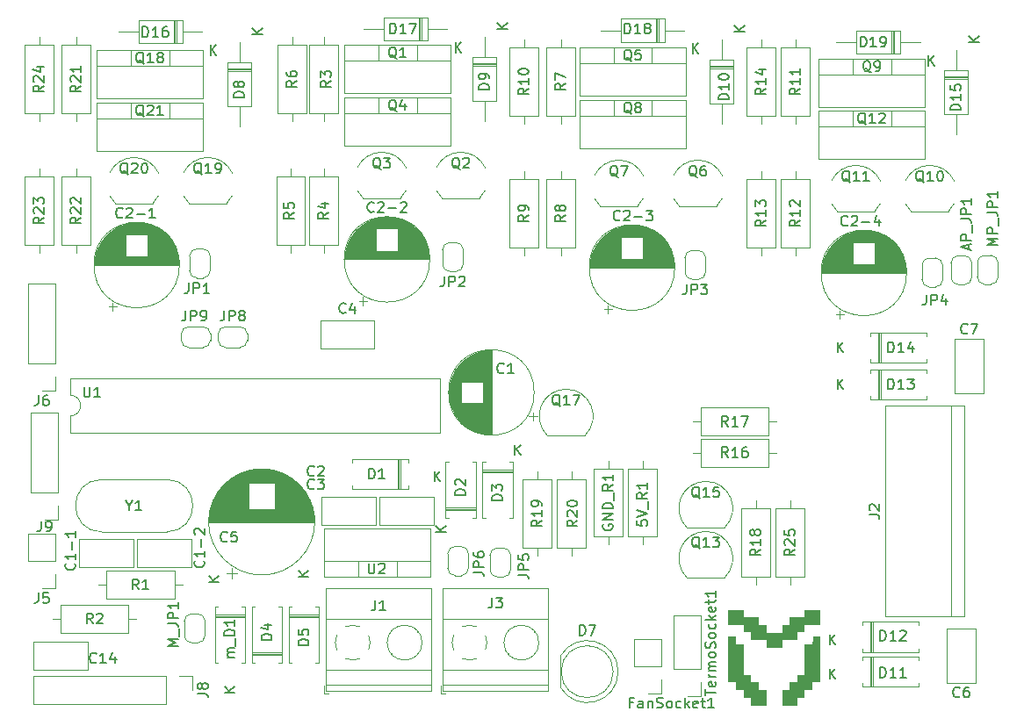
<source format=gbr>
%TF.GenerationSoftware,KiCad,Pcbnew,7.0.6*%
%TF.CreationDate,2024-08-14T17:38:19+03:00*%
%TF.ProjectId,atmegaStepperDriver,61746d65-6761-4537-9465-707065724472,V0.8.4*%
%TF.SameCoordinates,Original*%
%TF.FileFunction,Legend,Top*%
%TF.FilePolarity,Positive*%
%FSLAX46Y46*%
G04 Gerber Fmt 4.6, Leading zero omitted, Abs format (unit mm)*
G04 Created by KiCad (PCBNEW 7.0.6) date 2024-08-14 17:38:19*
%MOMM*%
%LPD*%
G01*
G04 APERTURE LIST*
%ADD10C,0.150000*%
%ADD11C,0.120000*%
G04 APERTURE END LIST*
D10*
X120586571Y-145584057D02*
X120491333Y-145536438D01*
X120491333Y-145536438D02*
X120396095Y-145441200D01*
X120396095Y-145441200D02*
X120253238Y-145298342D01*
X120253238Y-145298342D02*
X120158000Y-145250723D01*
X120158000Y-145250723D02*
X120062762Y-145250723D01*
X120110381Y-145488819D02*
X120015143Y-145441200D01*
X120015143Y-145441200D02*
X119919905Y-145345961D01*
X119919905Y-145345961D02*
X119872286Y-145155485D01*
X119872286Y-145155485D02*
X119872286Y-144822152D01*
X119872286Y-144822152D02*
X119919905Y-144631676D01*
X119919905Y-144631676D02*
X120015143Y-144536438D01*
X120015143Y-144536438D02*
X120110381Y-144488819D01*
X120110381Y-144488819D02*
X120300857Y-144488819D01*
X120300857Y-144488819D02*
X120396095Y-144536438D01*
X120396095Y-144536438D02*
X120491333Y-144631676D01*
X120491333Y-144631676D02*
X120538952Y-144822152D01*
X120538952Y-144822152D02*
X120538952Y-145155485D01*
X120538952Y-145155485D02*
X120491333Y-145345961D01*
X120491333Y-145345961D02*
X120396095Y-145441200D01*
X120396095Y-145441200D02*
X120300857Y-145488819D01*
X120300857Y-145488819D02*
X120110381Y-145488819D01*
X121491333Y-145488819D02*
X120919905Y-145488819D01*
X121205619Y-145488819D02*
X121205619Y-144488819D01*
X121205619Y-144488819D02*
X121110381Y-144631676D01*
X121110381Y-144631676D02*
X121015143Y-144726914D01*
X121015143Y-144726914D02*
X120919905Y-144774533D01*
X122396095Y-144488819D02*
X121919905Y-144488819D01*
X121919905Y-144488819D02*
X121872286Y-144965009D01*
X121872286Y-144965009D02*
X121919905Y-144917390D01*
X121919905Y-144917390D02*
X122015143Y-144869771D01*
X122015143Y-144869771D02*
X122253238Y-144869771D01*
X122253238Y-144869771D02*
X122348476Y-144917390D01*
X122348476Y-144917390D02*
X122396095Y-144965009D01*
X122396095Y-144965009D02*
X122443714Y-145060247D01*
X122443714Y-145060247D02*
X122443714Y-145298342D01*
X122443714Y-145298342D02*
X122396095Y-145393580D01*
X122396095Y-145393580D02*
X122348476Y-145441200D01*
X122348476Y-145441200D02*
X122253238Y-145488819D01*
X122253238Y-145488819D02*
X122015143Y-145488819D01*
X122015143Y-145488819D02*
X121919905Y-145441200D01*
X121919905Y-145441200D02*
X121872286Y-145393580D01*
X101687333Y-133455580D02*
X101639714Y-133503200D01*
X101639714Y-133503200D02*
X101496857Y-133550819D01*
X101496857Y-133550819D02*
X101401619Y-133550819D01*
X101401619Y-133550819D02*
X101258762Y-133503200D01*
X101258762Y-133503200D02*
X101163524Y-133407961D01*
X101163524Y-133407961D02*
X101115905Y-133312723D01*
X101115905Y-133312723D02*
X101068286Y-133122247D01*
X101068286Y-133122247D02*
X101068286Y-132979390D01*
X101068286Y-132979390D02*
X101115905Y-132788914D01*
X101115905Y-132788914D02*
X101163524Y-132693676D01*
X101163524Y-132693676D02*
X101258762Y-132598438D01*
X101258762Y-132598438D02*
X101401619Y-132550819D01*
X101401619Y-132550819D02*
X101496857Y-132550819D01*
X101496857Y-132550819D02*
X101639714Y-132598438D01*
X101639714Y-132598438D02*
X101687333Y-132646057D01*
X102639714Y-133550819D02*
X102068286Y-133550819D01*
X102354000Y-133550819D02*
X102354000Y-132550819D01*
X102354000Y-132550819D02*
X102258762Y-132693676D01*
X102258762Y-132693676D02*
X102163524Y-132788914D01*
X102163524Y-132788914D02*
X102068286Y-132836533D01*
X136072714Y-102054819D02*
X136072714Y-101054819D01*
X136072714Y-101054819D02*
X136310809Y-101054819D01*
X136310809Y-101054819D02*
X136453666Y-101102438D01*
X136453666Y-101102438D02*
X136548904Y-101197676D01*
X136548904Y-101197676D02*
X136596523Y-101292914D01*
X136596523Y-101292914D02*
X136644142Y-101483390D01*
X136644142Y-101483390D02*
X136644142Y-101626247D01*
X136644142Y-101626247D02*
X136596523Y-101816723D01*
X136596523Y-101816723D02*
X136548904Y-101911961D01*
X136548904Y-101911961D02*
X136453666Y-102007200D01*
X136453666Y-102007200D02*
X136310809Y-102054819D01*
X136310809Y-102054819D02*
X136072714Y-102054819D01*
X137596523Y-102054819D02*
X137025095Y-102054819D01*
X137310809Y-102054819D02*
X137310809Y-101054819D01*
X137310809Y-101054819D02*
X137215571Y-101197676D01*
X137215571Y-101197676D02*
X137120333Y-101292914D01*
X137120333Y-101292914D02*
X137025095Y-101340533D01*
X138072714Y-102054819D02*
X138263190Y-102054819D01*
X138263190Y-102054819D02*
X138358428Y-102007200D01*
X138358428Y-102007200D02*
X138406047Y-101959580D01*
X138406047Y-101959580D02*
X138501285Y-101816723D01*
X138501285Y-101816723D02*
X138548904Y-101626247D01*
X138548904Y-101626247D02*
X138548904Y-101245295D01*
X138548904Y-101245295D02*
X138501285Y-101150057D01*
X138501285Y-101150057D02*
X138453666Y-101102438D01*
X138453666Y-101102438D02*
X138358428Y-101054819D01*
X138358428Y-101054819D02*
X138167952Y-101054819D01*
X138167952Y-101054819D02*
X138072714Y-101102438D01*
X138072714Y-101102438D02*
X138025095Y-101150057D01*
X138025095Y-101150057D02*
X137977476Y-101245295D01*
X137977476Y-101245295D02*
X137977476Y-101483390D01*
X137977476Y-101483390D02*
X138025095Y-101578628D01*
X138025095Y-101578628D02*
X138072714Y-101626247D01*
X138072714Y-101626247D02*
X138167952Y-101673866D01*
X138167952Y-101673866D02*
X138358428Y-101673866D01*
X138358428Y-101673866D02*
X138453666Y-101626247D01*
X138453666Y-101626247D02*
X138501285Y-101578628D01*
X138501285Y-101578628D02*
X138548904Y-101483390D01*
X142613095Y-103854819D02*
X142613095Y-102854819D01*
X143184523Y-103854819D02*
X142755952Y-103283390D01*
X143184523Y-102854819D02*
X142613095Y-103426247D01*
X113339714Y-100784819D02*
X113339714Y-99784819D01*
X113339714Y-99784819D02*
X113577809Y-99784819D01*
X113577809Y-99784819D02*
X113720666Y-99832438D01*
X113720666Y-99832438D02*
X113815904Y-99927676D01*
X113815904Y-99927676D02*
X113863523Y-100022914D01*
X113863523Y-100022914D02*
X113911142Y-100213390D01*
X113911142Y-100213390D02*
X113911142Y-100356247D01*
X113911142Y-100356247D02*
X113863523Y-100546723D01*
X113863523Y-100546723D02*
X113815904Y-100641961D01*
X113815904Y-100641961D02*
X113720666Y-100737200D01*
X113720666Y-100737200D02*
X113577809Y-100784819D01*
X113577809Y-100784819D02*
X113339714Y-100784819D01*
X114863523Y-100784819D02*
X114292095Y-100784819D01*
X114577809Y-100784819D02*
X114577809Y-99784819D01*
X114577809Y-99784819D02*
X114482571Y-99927676D01*
X114482571Y-99927676D02*
X114387333Y-100022914D01*
X114387333Y-100022914D02*
X114292095Y-100070533D01*
X115434952Y-100213390D02*
X115339714Y-100165771D01*
X115339714Y-100165771D02*
X115292095Y-100118152D01*
X115292095Y-100118152D02*
X115244476Y-100022914D01*
X115244476Y-100022914D02*
X115244476Y-99975295D01*
X115244476Y-99975295D02*
X115292095Y-99880057D01*
X115292095Y-99880057D02*
X115339714Y-99832438D01*
X115339714Y-99832438D02*
X115434952Y-99784819D01*
X115434952Y-99784819D02*
X115625428Y-99784819D01*
X115625428Y-99784819D02*
X115720666Y-99832438D01*
X115720666Y-99832438D02*
X115768285Y-99880057D01*
X115768285Y-99880057D02*
X115815904Y-99975295D01*
X115815904Y-99975295D02*
X115815904Y-100022914D01*
X115815904Y-100022914D02*
X115768285Y-100118152D01*
X115768285Y-100118152D02*
X115720666Y-100165771D01*
X115720666Y-100165771D02*
X115625428Y-100213390D01*
X115625428Y-100213390D02*
X115434952Y-100213390D01*
X115434952Y-100213390D02*
X115339714Y-100261009D01*
X115339714Y-100261009D02*
X115292095Y-100308628D01*
X115292095Y-100308628D02*
X115244476Y-100403866D01*
X115244476Y-100403866D02*
X115244476Y-100594342D01*
X115244476Y-100594342D02*
X115292095Y-100689580D01*
X115292095Y-100689580D02*
X115339714Y-100737200D01*
X115339714Y-100737200D02*
X115434952Y-100784819D01*
X115434952Y-100784819D02*
X115625428Y-100784819D01*
X115625428Y-100784819D02*
X115720666Y-100737200D01*
X115720666Y-100737200D02*
X115768285Y-100689580D01*
X115768285Y-100689580D02*
X115815904Y-100594342D01*
X115815904Y-100594342D02*
X115815904Y-100403866D01*
X115815904Y-100403866D02*
X115768285Y-100308628D01*
X115768285Y-100308628D02*
X115720666Y-100261009D01*
X115720666Y-100261009D02*
X115625428Y-100213390D01*
X119880095Y-102711819D02*
X119880095Y-101711819D01*
X120451523Y-102711819D02*
X120022952Y-102140390D01*
X120451523Y-101711819D02*
X119880095Y-102283247D01*
X90733714Y-100784819D02*
X90733714Y-99784819D01*
X90733714Y-99784819D02*
X90971809Y-99784819D01*
X90971809Y-99784819D02*
X91114666Y-99832438D01*
X91114666Y-99832438D02*
X91209904Y-99927676D01*
X91209904Y-99927676D02*
X91257523Y-100022914D01*
X91257523Y-100022914D02*
X91305142Y-100213390D01*
X91305142Y-100213390D02*
X91305142Y-100356247D01*
X91305142Y-100356247D02*
X91257523Y-100546723D01*
X91257523Y-100546723D02*
X91209904Y-100641961D01*
X91209904Y-100641961D02*
X91114666Y-100737200D01*
X91114666Y-100737200D02*
X90971809Y-100784819D01*
X90971809Y-100784819D02*
X90733714Y-100784819D01*
X92257523Y-100784819D02*
X91686095Y-100784819D01*
X91971809Y-100784819D02*
X91971809Y-99784819D01*
X91971809Y-99784819D02*
X91876571Y-99927676D01*
X91876571Y-99927676D02*
X91781333Y-100022914D01*
X91781333Y-100022914D02*
X91686095Y-100070533D01*
X92590857Y-99784819D02*
X93257523Y-99784819D01*
X93257523Y-99784819D02*
X92828952Y-100784819D01*
X97020095Y-102584819D02*
X97020095Y-101584819D01*
X97591523Y-102584819D02*
X97162952Y-102013390D01*
X97591523Y-101584819D02*
X97020095Y-102156247D01*
X66857714Y-101108819D02*
X66857714Y-100108819D01*
X66857714Y-100108819D02*
X67095809Y-100108819D01*
X67095809Y-100108819D02*
X67238666Y-100156438D01*
X67238666Y-100156438D02*
X67333904Y-100251676D01*
X67333904Y-100251676D02*
X67381523Y-100346914D01*
X67381523Y-100346914D02*
X67429142Y-100537390D01*
X67429142Y-100537390D02*
X67429142Y-100680247D01*
X67429142Y-100680247D02*
X67381523Y-100870723D01*
X67381523Y-100870723D02*
X67333904Y-100965961D01*
X67333904Y-100965961D02*
X67238666Y-101061200D01*
X67238666Y-101061200D02*
X67095809Y-101108819D01*
X67095809Y-101108819D02*
X66857714Y-101108819D01*
X68381523Y-101108819D02*
X67810095Y-101108819D01*
X68095809Y-101108819D02*
X68095809Y-100108819D01*
X68095809Y-100108819D02*
X68000571Y-100251676D01*
X68000571Y-100251676D02*
X67905333Y-100346914D01*
X67905333Y-100346914D02*
X67810095Y-100394533D01*
X69238666Y-100108819D02*
X69048190Y-100108819D01*
X69048190Y-100108819D02*
X68952952Y-100156438D01*
X68952952Y-100156438D02*
X68905333Y-100204057D01*
X68905333Y-100204057D02*
X68810095Y-100346914D01*
X68810095Y-100346914D02*
X68762476Y-100537390D01*
X68762476Y-100537390D02*
X68762476Y-100918342D01*
X68762476Y-100918342D02*
X68810095Y-101013580D01*
X68810095Y-101013580D02*
X68857714Y-101061200D01*
X68857714Y-101061200D02*
X68952952Y-101108819D01*
X68952952Y-101108819D02*
X69143428Y-101108819D01*
X69143428Y-101108819D02*
X69238666Y-101061200D01*
X69238666Y-101061200D02*
X69286285Y-101013580D01*
X69286285Y-101013580D02*
X69333904Y-100918342D01*
X69333904Y-100918342D02*
X69333904Y-100680247D01*
X69333904Y-100680247D02*
X69286285Y-100585009D01*
X69286285Y-100585009D02*
X69238666Y-100537390D01*
X69238666Y-100537390D02*
X69143428Y-100489771D01*
X69143428Y-100489771D02*
X68952952Y-100489771D01*
X68952952Y-100489771D02*
X68857714Y-100537390D01*
X68857714Y-100537390D02*
X68810095Y-100585009D01*
X68810095Y-100585009D02*
X68762476Y-100680247D01*
X73398095Y-102838819D02*
X73398095Y-101838819D01*
X73969523Y-102838819D02*
X73540952Y-102267390D01*
X73969523Y-101838819D02*
X73398095Y-102410247D01*
X145742819Y-108148285D02*
X144742819Y-108148285D01*
X144742819Y-108148285D02*
X144742819Y-107910190D01*
X144742819Y-107910190D02*
X144790438Y-107767333D01*
X144790438Y-107767333D02*
X144885676Y-107672095D01*
X144885676Y-107672095D02*
X144980914Y-107624476D01*
X144980914Y-107624476D02*
X145171390Y-107576857D01*
X145171390Y-107576857D02*
X145314247Y-107576857D01*
X145314247Y-107576857D02*
X145504723Y-107624476D01*
X145504723Y-107624476D02*
X145599961Y-107672095D01*
X145599961Y-107672095D02*
X145695200Y-107767333D01*
X145695200Y-107767333D02*
X145742819Y-107910190D01*
X145742819Y-107910190D02*
X145742819Y-108148285D01*
X145742819Y-106624476D02*
X145742819Y-107195904D01*
X145742819Y-106910190D02*
X144742819Y-106910190D01*
X144742819Y-106910190D02*
X144885676Y-107005428D01*
X144885676Y-107005428D02*
X144980914Y-107100666D01*
X144980914Y-107100666D02*
X145028533Y-107195904D01*
X144742819Y-105719714D02*
X144742819Y-106195904D01*
X144742819Y-106195904D02*
X145219009Y-106243523D01*
X145219009Y-106243523D02*
X145171390Y-106195904D01*
X145171390Y-106195904D02*
X145123771Y-106100666D01*
X145123771Y-106100666D02*
X145123771Y-105862571D01*
X145123771Y-105862571D02*
X145171390Y-105767333D01*
X145171390Y-105767333D02*
X145219009Y-105719714D01*
X145219009Y-105719714D02*
X145314247Y-105672095D01*
X145314247Y-105672095D02*
X145552342Y-105672095D01*
X145552342Y-105672095D02*
X145647580Y-105719714D01*
X145647580Y-105719714D02*
X145695200Y-105767333D01*
X145695200Y-105767333D02*
X145742819Y-105862571D01*
X145742819Y-105862571D02*
X145742819Y-106100666D01*
X145742819Y-106100666D02*
X145695200Y-106195904D01*
X145695200Y-106195904D02*
X145647580Y-106243523D01*
X147542819Y-101607904D02*
X146542819Y-101607904D01*
X147542819Y-101036476D02*
X146971390Y-101465047D01*
X146542819Y-101036476D02*
X147114247Y-101607904D01*
X123390819Y-107132285D02*
X122390819Y-107132285D01*
X122390819Y-107132285D02*
X122390819Y-106894190D01*
X122390819Y-106894190D02*
X122438438Y-106751333D01*
X122438438Y-106751333D02*
X122533676Y-106656095D01*
X122533676Y-106656095D02*
X122628914Y-106608476D01*
X122628914Y-106608476D02*
X122819390Y-106560857D01*
X122819390Y-106560857D02*
X122962247Y-106560857D01*
X122962247Y-106560857D02*
X123152723Y-106608476D01*
X123152723Y-106608476D02*
X123247961Y-106656095D01*
X123247961Y-106656095D02*
X123343200Y-106751333D01*
X123343200Y-106751333D02*
X123390819Y-106894190D01*
X123390819Y-106894190D02*
X123390819Y-107132285D01*
X123390819Y-105608476D02*
X123390819Y-106179904D01*
X123390819Y-105894190D02*
X122390819Y-105894190D01*
X122390819Y-105894190D02*
X122533676Y-105989428D01*
X122533676Y-105989428D02*
X122628914Y-106084666D01*
X122628914Y-106084666D02*
X122676533Y-106179904D01*
X122390819Y-104989428D02*
X122390819Y-104894190D01*
X122390819Y-104894190D02*
X122438438Y-104798952D01*
X122438438Y-104798952D02*
X122486057Y-104751333D01*
X122486057Y-104751333D02*
X122581295Y-104703714D01*
X122581295Y-104703714D02*
X122771771Y-104656095D01*
X122771771Y-104656095D02*
X123009866Y-104656095D01*
X123009866Y-104656095D02*
X123200342Y-104703714D01*
X123200342Y-104703714D02*
X123295580Y-104751333D01*
X123295580Y-104751333D02*
X123343200Y-104798952D01*
X123343200Y-104798952D02*
X123390819Y-104894190D01*
X123390819Y-104894190D02*
X123390819Y-104989428D01*
X123390819Y-104989428D02*
X123343200Y-105084666D01*
X123343200Y-105084666D02*
X123295580Y-105132285D01*
X123295580Y-105132285D02*
X123200342Y-105179904D01*
X123200342Y-105179904D02*
X123009866Y-105227523D01*
X123009866Y-105227523D02*
X122771771Y-105227523D01*
X122771771Y-105227523D02*
X122581295Y-105179904D01*
X122581295Y-105179904D02*
X122486057Y-105132285D01*
X122486057Y-105132285D02*
X122438438Y-105084666D01*
X122438438Y-105084666D02*
X122390819Y-104989428D01*
X124936819Y-100591904D02*
X123936819Y-100591904D01*
X124936819Y-100020476D02*
X124365390Y-100449047D01*
X123936819Y-100020476D02*
X124508247Y-100591904D01*
X100276819Y-106148094D02*
X99276819Y-106148094D01*
X99276819Y-106148094D02*
X99276819Y-105909999D01*
X99276819Y-105909999D02*
X99324438Y-105767142D01*
X99324438Y-105767142D02*
X99419676Y-105671904D01*
X99419676Y-105671904D02*
X99514914Y-105624285D01*
X99514914Y-105624285D02*
X99705390Y-105576666D01*
X99705390Y-105576666D02*
X99848247Y-105576666D01*
X99848247Y-105576666D02*
X100038723Y-105624285D01*
X100038723Y-105624285D02*
X100133961Y-105671904D01*
X100133961Y-105671904D02*
X100229200Y-105767142D01*
X100229200Y-105767142D02*
X100276819Y-105909999D01*
X100276819Y-105909999D02*
X100276819Y-106148094D01*
X100276819Y-105100475D02*
X100276819Y-104909999D01*
X100276819Y-104909999D02*
X100229200Y-104814761D01*
X100229200Y-104814761D02*
X100181580Y-104767142D01*
X100181580Y-104767142D02*
X100038723Y-104671904D01*
X100038723Y-104671904D02*
X99848247Y-104624285D01*
X99848247Y-104624285D02*
X99467295Y-104624285D01*
X99467295Y-104624285D02*
X99372057Y-104671904D01*
X99372057Y-104671904D02*
X99324438Y-104719523D01*
X99324438Y-104719523D02*
X99276819Y-104814761D01*
X99276819Y-104814761D02*
X99276819Y-105005237D01*
X99276819Y-105005237D02*
X99324438Y-105100475D01*
X99324438Y-105100475D02*
X99372057Y-105148094D01*
X99372057Y-105148094D02*
X99467295Y-105195713D01*
X99467295Y-105195713D02*
X99705390Y-105195713D01*
X99705390Y-105195713D02*
X99800628Y-105148094D01*
X99800628Y-105148094D02*
X99848247Y-105100475D01*
X99848247Y-105100475D02*
X99895866Y-105005237D01*
X99895866Y-105005237D02*
X99895866Y-104814761D01*
X99895866Y-104814761D02*
X99848247Y-104719523D01*
X99848247Y-104719523D02*
X99800628Y-104671904D01*
X99800628Y-104671904D02*
X99705390Y-104624285D01*
X102076819Y-100337904D02*
X101076819Y-100337904D01*
X102076819Y-99766476D02*
X101505390Y-100195047D01*
X101076819Y-99766476D02*
X101648247Y-100337904D01*
X76654819Y-106910094D02*
X75654819Y-106910094D01*
X75654819Y-106910094D02*
X75654819Y-106671999D01*
X75654819Y-106671999D02*
X75702438Y-106529142D01*
X75702438Y-106529142D02*
X75797676Y-106433904D01*
X75797676Y-106433904D02*
X75892914Y-106386285D01*
X75892914Y-106386285D02*
X76083390Y-106338666D01*
X76083390Y-106338666D02*
X76226247Y-106338666D01*
X76226247Y-106338666D02*
X76416723Y-106386285D01*
X76416723Y-106386285D02*
X76511961Y-106433904D01*
X76511961Y-106433904D02*
X76607200Y-106529142D01*
X76607200Y-106529142D02*
X76654819Y-106671999D01*
X76654819Y-106671999D02*
X76654819Y-106910094D01*
X76083390Y-105767237D02*
X76035771Y-105862475D01*
X76035771Y-105862475D02*
X75988152Y-105910094D01*
X75988152Y-105910094D02*
X75892914Y-105957713D01*
X75892914Y-105957713D02*
X75845295Y-105957713D01*
X75845295Y-105957713D02*
X75750057Y-105910094D01*
X75750057Y-105910094D02*
X75702438Y-105862475D01*
X75702438Y-105862475D02*
X75654819Y-105767237D01*
X75654819Y-105767237D02*
X75654819Y-105576761D01*
X75654819Y-105576761D02*
X75702438Y-105481523D01*
X75702438Y-105481523D02*
X75750057Y-105433904D01*
X75750057Y-105433904D02*
X75845295Y-105386285D01*
X75845295Y-105386285D02*
X75892914Y-105386285D01*
X75892914Y-105386285D02*
X75988152Y-105433904D01*
X75988152Y-105433904D02*
X76035771Y-105481523D01*
X76035771Y-105481523D02*
X76083390Y-105576761D01*
X76083390Y-105576761D02*
X76083390Y-105767237D01*
X76083390Y-105767237D02*
X76131009Y-105862475D01*
X76131009Y-105862475D02*
X76178628Y-105910094D01*
X76178628Y-105910094D02*
X76273866Y-105957713D01*
X76273866Y-105957713D02*
X76464342Y-105957713D01*
X76464342Y-105957713D02*
X76559580Y-105910094D01*
X76559580Y-105910094D02*
X76607200Y-105862475D01*
X76607200Y-105862475D02*
X76654819Y-105767237D01*
X76654819Y-105767237D02*
X76654819Y-105576761D01*
X76654819Y-105576761D02*
X76607200Y-105481523D01*
X76607200Y-105481523D02*
X76559580Y-105433904D01*
X76559580Y-105433904D02*
X76464342Y-105386285D01*
X76464342Y-105386285D02*
X76273866Y-105386285D01*
X76273866Y-105386285D02*
X76178628Y-105433904D01*
X76178628Y-105433904D02*
X76131009Y-105481523D01*
X76131009Y-105481523D02*
X76083390Y-105576761D01*
X78454819Y-100845904D02*
X77454819Y-100845904D01*
X78454819Y-100274476D02*
X77883390Y-100703047D01*
X77454819Y-100274476D02*
X78026247Y-100845904D01*
X65573809Y-146282628D02*
X65573809Y-146758819D01*
X65240476Y-145758819D02*
X65573809Y-146282628D01*
X65573809Y-146282628D02*
X65907142Y-145758819D01*
X66764285Y-146758819D02*
X66192857Y-146758819D01*
X66478571Y-146758819D02*
X66478571Y-145758819D01*
X66478571Y-145758819D02*
X66383333Y-145901676D01*
X66383333Y-145901676D02*
X66288095Y-145996914D01*
X66288095Y-145996914D02*
X66192857Y-146044533D01*
X88646095Y-151854819D02*
X88646095Y-152664342D01*
X88646095Y-152664342D02*
X88693714Y-152759580D01*
X88693714Y-152759580D02*
X88741333Y-152807200D01*
X88741333Y-152807200D02*
X88836571Y-152854819D01*
X88836571Y-152854819D02*
X89027047Y-152854819D01*
X89027047Y-152854819D02*
X89122285Y-152807200D01*
X89122285Y-152807200D02*
X89169904Y-152759580D01*
X89169904Y-152759580D02*
X89217523Y-152664342D01*
X89217523Y-152664342D02*
X89217523Y-151854819D01*
X89646095Y-151950057D02*
X89693714Y-151902438D01*
X89693714Y-151902438D02*
X89788952Y-151854819D01*
X89788952Y-151854819D02*
X90027047Y-151854819D01*
X90027047Y-151854819D02*
X90122285Y-151902438D01*
X90122285Y-151902438D02*
X90169904Y-151950057D01*
X90169904Y-151950057D02*
X90217523Y-152045295D01*
X90217523Y-152045295D02*
X90217523Y-152140533D01*
X90217523Y-152140533D02*
X90169904Y-152283390D01*
X90169904Y-152283390D02*
X89598476Y-152854819D01*
X89598476Y-152854819D02*
X90217523Y-152854819D01*
X61214095Y-134836819D02*
X61214095Y-135646342D01*
X61214095Y-135646342D02*
X61261714Y-135741580D01*
X61261714Y-135741580D02*
X61309333Y-135789200D01*
X61309333Y-135789200D02*
X61404571Y-135836819D01*
X61404571Y-135836819D02*
X61595047Y-135836819D01*
X61595047Y-135836819D02*
X61690285Y-135789200D01*
X61690285Y-135789200D02*
X61737904Y-135741580D01*
X61737904Y-135741580D02*
X61785523Y-135646342D01*
X61785523Y-135646342D02*
X61785523Y-134836819D01*
X62785523Y-135836819D02*
X62214095Y-135836819D01*
X62499809Y-135836819D02*
X62499809Y-134836819D01*
X62499809Y-134836819D02*
X62404571Y-134979676D01*
X62404571Y-134979676D02*
X62309333Y-135074914D01*
X62309333Y-135074914D02*
X62214095Y-135122533D01*
X121120819Y-164607238D02*
X121120819Y-164035810D01*
X122120819Y-164321524D02*
X121120819Y-164321524D01*
X122073200Y-163321524D02*
X122120819Y-163416762D01*
X122120819Y-163416762D02*
X122120819Y-163607238D01*
X122120819Y-163607238D02*
X122073200Y-163702476D01*
X122073200Y-163702476D02*
X121977961Y-163750095D01*
X121977961Y-163750095D02*
X121597009Y-163750095D01*
X121597009Y-163750095D02*
X121501771Y-163702476D01*
X121501771Y-163702476D02*
X121454152Y-163607238D01*
X121454152Y-163607238D02*
X121454152Y-163416762D01*
X121454152Y-163416762D02*
X121501771Y-163321524D01*
X121501771Y-163321524D02*
X121597009Y-163273905D01*
X121597009Y-163273905D02*
X121692247Y-163273905D01*
X121692247Y-163273905D02*
X121787485Y-163750095D01*
X122120819Y-162845333D02*
X121454152Y-162845333D01*
X121644628Y-162845333D02*
X121549390Y-162797714D01*
X121549390Y-162797714D02*
X121501771Y-162750095D01*
X121501771Y-162750095D02*
X121454152Y-162654857D01*
X121454152Y-162654857D02*
X121454152Y-162559619D01*
X122120819Y-162226285D02*
X121454152Y-162226285D01*
X121549390Y-162226285D02*
X121501771Y-162178666D01*
X121501771Y-162178666D02*
X121454152Y-162083428D01*
X121454152Y-162083428D02*
X121454152Y-161940571D01*
X121454152Y-161940571D02*
X121501771Y-161845333D01*
X121501771Y-161845333D02*
X121597009Y-161797714D01*
X121597009Y-161797714D02*
X122120819Y-161797714D01*
X121597009Y-161797714D02*
X121501771Y-161750095D01*
X121501771Y-161750095D02*
X121454152Y-161654857D01*
X121454152Y-161654857D02*
X121454152Y-161512000D01*
X121454152Y-161512000D02*
X121501771Y-161416761D01*
X121501771Y-161416761D02*
X121597009Y-161369142D01*
X121597009Y-161369142D02*
X122120819Y-161369142D01*
X122120819Y-160750095D02*
X122073200Y-160845333D01*
X122073200Y-160845333D02*
X122025580Y-160892952D01*
X122025580Y-160892952D02*
X121930342Y-160940571D01*
X121930342Y-160940571D02*
X121644628Y-160940571D01*
X121644628Y-160940571D02*
X121549390Y-160892952D01*
X121549390Y-160892952D02*
X121501771Y-160845333D01*
X121501771Y-160845333D02*
X121454152Y-160750095D01*
X121454152Y-160750095D02*
X121454152Y-160607238D01*
X121454152Y-160607238D02*
X121501771Y-160512000D01*
X121501771Y-160512000D02*
X121549390Y-160464381D01*
X121549390Y-160464381D02*
X121644628Y-160416762D01*
X121644628Y-160416762D02*
X121930342Y-160416762D01*
X121930342Y-160416762D02*
X122025580Y-160464381D01*
X122025580Y-160464381D02*
X122073200Y-160512000D01*
X122073200Y-160512000D02*
X122120819Y-160607238D01*
X122120819Y-160607238D02*
X122120819Y-160750095D01*
X122073200Y-160035809D02*
X122120819Y-159892952D01*
X122120819Y-159892952D02*
X122120819Y-159654857D01*
X122120819Y-159654857D02*
X122073200Y-159559619D01*
X122073200Y-159559619D02*
X122025580Y-159512000D01*
X122025580Y-159512000D02*
X121930342Y-159464381D01*
X121930342Y-159464381D02*
X121835104Y-159464381D01*
X121835104Y-159464381D02*
X121739866Y-159512000D01*
X121739866Y-159512000D02*
X121692247Y-159559619D01*
X121692247Y-159559619D02*
X121644628Y-159654857D01*
X121644628Y-159654857D02*
X121597009Y-159845333D01*
X121597009Y-159845333D02*
X121549390Y-159940571D01*
X121549390Y-159940571D02*
X121501771Y-159988190D01*
X121501771Y-159988190D02*
X121406533Y-160035809D01*
X121406533Y-160035809D02*
X121311295Y-160035809D01*
X121311295Y-160035809D02*
X121216057Y-159988190D01*
X121216057Y-159988190D02*
X121168438Y-159940571D01*
X121168438Y-159940571D02*
X121120819Y-159845333D01*
X121120819Y-159845333D02*
X121120819Y-159607238D01*
X121120819Y-159607238D02*
X121168438Y-159464381D01*
X122120819Y-158892952D02*
X122073200Y-158988190D01*
X122073200Y-158988190D02*
X122025580Y-159035809D01*
X122025580Y-159035809D02*
X121930342Y-159083428D01*
X121930342Y-159083428D02*
X121644628Y-159083428D01*
X121644628Y-159083428D02*
X121549390Y-159035809D01*
X121549390Y-159035809D02*
X121501771Y-158988190D01*
X121501771Y-158988190D02*
X121454152Y-158892952D01*
X121454152Y-158892952D02*
X121454152Y-158750095D01*
X121454152Y-158750095D02*
X121501771Y-158654857D01*
X121501771Y-158654857D02*
X121549390Y-158607238D01*
X121549390Y-158607238D02*
X121644628Y-158559619D01*
X121644628Y-158559619D02*
X121930342Y-158559619D01*
X121930342Y-158559619D02*
X122025580Y-158607238D01*
X122025580Y-158607238D02*
X122073200Y-158654857D01*
X122073200Y-158654857D02*
X122120819Y-158750095D01*
X122120819Y-158750095D02*
X122120819Y-158892952D01*
X122073200Y-157702476D02*
X122120819Y-157797714D01*
X122120819Y-157797714D02*
X122120819Y-157988190D01*
X122120819Y-157988190D02*
X122073200Y-158083428D01*
X122073200Y-158083428D02*
X122025580Y-158131047D01*
X122025580Y-158131047D02*
X121930342Y-158178666D01*
X121930342Y-158178666D02*
X121644628Y-158178666D01*
X121644628Y-158178666D02*
X121549390Y-158131047D01*
X121549390Y-158131047D02*
X121501771Y-158083428D01*
X121501771Y-158083428D02*
X121454152Y-157988190D01*
X121454152Y-157988190D02*
X121454152Y-157797714D01*
X121454152Y-157797714D02*
X121501771Y-157702476D01*
X122120819Y-157273904D02*
X121120819Y-157273904D01*
X121739866Y-157178666D02*
X122120819Y-156892952D01*
X121454152Y-156892952D02*
X121835104Y-157273904D01*
X122073200Y-156083428D02*
X122120819Y-156178666D01*
X122120819Y-156178666D02*
X122120819Y-156369142D01*
X122120819Y-156369142D02*
X122073200Y-156464380D01*
X122073200Y-156464380D02*
X121977961Y-156511999D01*
X121977961Y-156511999D02*
X121597009Y-156511999D01*
X121597009Y-156511999D02*
X121501771Y-156464380D01*
X121501771Y-156464380D02*
X121454152Y-156369142D01*
X121454152Y-156369142D02*
X121454152Y-156178666D01*
X121454152Y-156178666D02*
X121501771Y-156083428D01*
X121501771Y-156083428D02*
X121597009Y-156035809D01*
X121597009Y-156035809D02*
X121692247Y-156035809D01*
X121692247Y-156035809D02*
X121787485Y-156511999D01*
X121454152Y-155750094D02*
X121454152Y-155369142D01*
X121120819Y-155607237D02*
X121977961Y-155607237D01*
X121977961Y-155607237D02*
X122073200Y-155559618D01*
X122073200Y-155559618D02*
X122120819Y-155464380D01*
X122120819Y-155464380D02*
X122120819Y-155369142D01*
X122120819Y-154511999D02*
X122120819Y-155083427D01*
X122120819Y-154797713D02*
X121120819Y-154797713D01*
X121120819Y-154797713D02*
X121263676Y-154892951D01*
X121263676Y-154892951D02*
X121358914Y-154988189D01*
X121358914Y-154988189D02*
X121406533Y-155083427D01*
X129740819Y-150502857D02*
X129264628Y-150836190D01*
X129740819Y-151074285D02*
X128740819Y-151074285D01*
X128740819Y-151074285D02*
X128740819Y-150693333D01*
X128740819Y-150693333D02*
X128788438Y-150598095D01*
X128788438Y-150598095D02*
X128836057Y-150550476D01*
X128836057Y-150550476D02*
X128931295Y-150502857D01*
X128931295Y-150502857D02*
X129074152Y-150502857D01*
X129074152Y-150502857D02*
X129169390Y-150550476D01*
X129169390Y-150550476D02*
X129217009Y-150598095D01*
X129217009Y-150598095D02*
X129264628Y-150693333D01*
X129264628Y-150693333D02*
X129264628Y-151074285D01*
X128836057Y-150121904D02*
X128788438Y-150074285D01*
X128788438Y-150074285D02*
X128740819Y-149979047D01*
X128740819Y-149979047D02*
X128740819Y-149740952D01*
X128740819Y-149740952D02*
X128788438Y-149645714D01*
X128788438Y-149645714D02*
X128836057Y-149598095D01*
X128836057Y-149598095D02*
X128931295Y-149550476D01*
X128931295Y-149550476D02*
X129026533Y-149550476D01*
X129026533Y-149550476D02*
X129169390Y-149598095D01*
X129169390Y-149598095D02*
X129740819Y-150169523D01*
X129740819Y-150169523D02*
X129740819Y-149550476D01*
X128740819Y-148645714D02*
X128740819Y-149121904D01*
X128740819Y-149121904D02*
X129217009Y-149169523D01*
X129217009Y-149169523D02*
X129169390Y-149121904D01*
X129169390Y-149121904D02*
X129121771Y-149026666D01*
X129121771Y-149026666D02*
X129121771Y-148788571D01*
X129121771Y-148788571D02*
X129169390Y-148693333D01*
X129169390Y-148693333D02*
X129217009Y-148645714D01*
X129217009Y-148645714D02*
X129312247Y-148598095D01*
X129312247Y-148598095D02*
X129550342Y-148598095D01*
X129550342Y-148598095D02*
X129645580Y-148645714D01*
X129645580Y-148645714D02*
X129693200Y-148693333D01*
X129693200Y-148693333D02*
X129740819Y-148788571D01*
X129740819Y-148788571D02*
X129740819Y-149026666D01*
X129740819Y-149026666D02*
X129693200Y-149121904D01*
X129693200Y-149121904D02*
X129645580Y-149169523D01*
X57322819Y-105798857D02*
X56846628Y-106132190D01*
X57322819Y-106370285D02*
X56322819Y-106370285D01*
X56322819Y-106370285D02*
X56322819Y-105989333D01*
X56322819Y-105989333D02*
X56370438Y-105894095D01*
X56370438Y-105894095D02*
X56418057Y-105846476D01*
X56418057Y-105846476D02*
X56513295Y-105798857D01*
X56513295Y-105798857D02*
X56656152Y-105798857D01*
X56656152Y-105798857D02*
X56751390Y-105846476D01*
X56751390Y-105846476D02*
X56799009Y-105894095D01*
X56799009Y-105894095D02*
X56846628Y-105989333D01*
X56846628Y-105989333D02*
X56846628Y-106370285D01*
X56418057Y-105417904D02*
X56370438Y-105370285D01*
X56370438Y-105370285D02*
X56322819Y-105275047D01*
X56322819Y-105275047D02*
X56322819Y-105036952D01*
X56322819Y-105036952D02*
X56370438Y-104941714D01*
X56370438Y-104941714D02*
X56418057Y-104894095D01*
X56418057Y-104894095D02*
X56513295Y-104846476D01*
X56513295Y-104846476D02*
X56608533Y-104846476D01*
X56608533Y-104846476D02*
X56751390Y-104894095D01*
X56751390Y-104894095D02*
X57322819Y-105465523D01*
X57322819Y-105465523D02*
X57322819Y-104846476D01*
X56656152Y-103989333D02*
X57322819Y-103989333D01*
X56275200Y-104227428D02*
X56989485Y-104465523D01*
X56989485Y-104465523D02*
X56989485Y-103846476D01*
X57350819Y-118498857D02*
X56874628Y-118832190D01*
X57350819Y-119070285D02*
X56350819Y-119070285D01*
X56350819Y-119070285D02*
X56350819Y-118689333D01*
X56350819Y-118689333D02*
X56398438Y-118594095D01*
X56398438Y-118594095D02*
X56446057Y-118546476D01*
X56446057Y-118546476D02*
X56541295Y-118498857D01*
X56541295Y-118498857D02*
X56684152Y-118498857D01*
X56684152Y-118498857D02*
X56779390Y-118546476D01*
X56779390Y-118546476D02*
X56827009Y-118594095D01*
X56827009Y-118594095D02*
X56874628Y-118689333D01*
X56874628Y-118689333D02*
X56874628Y-119070285D01*
X56446057Y-118117904D02*
X56398438Y-118070285D01*
X56398438Y-118070285D02*
X56350819Y-117975047D01*
X56350819Y-117975047D02*
X56350819Y-117736952D01*
X56350819Y-117736952D02*
X56398438Y-117641714D01*
X56398438Y-117641714D02*
X56446057Y-117594095D01*
X56446057Y-117594095D02*
X56541295Y-117546476D01*
X56541295Y-117546476D02*
X56636533Y-117546476D01*
X56636533Y-117546476D02*
X56779390Y-117594095D01*
X56779390Y-117594095D02*
X57350819Y-118165523D01*
X57350819Y-118165523D02*
X57350819Y-117546476D01*
X56350819Y-117213142D02*
X56350819Y-116594095D01*
X56350819Y-116594095D02*
X56731771Y-116927428D01*
X56731771Y-116927428D02*
X56731771Y-116784571D01*
X56731771Y-116784571D02*
X56779390Y-116689333D01*
X56779390Y-116689333D02*
X56827009Y-116641714D01*
X56827009Y-116641714D02*
X56922247Y-116594095D01*
X56922247Y-116594095D02*
X57160342Y-116594095D01*
X57160342Y-116594095D02*
X57255580Y-116641714D01*
X57255580Y-116641714D02*
X57303200Y-116689333D01*
X57303200Y-116689333D02*
X57350819Y-116784571D01*
X57350819Y-116784571D02*
X57350819Y-117070285D01*
X57350819Y-117070285D02*
X57303200Y-117165523D01*
X57303200Y-117165523D02*
X57255580Y-117213142D01*
X60906819Y-118498857D02*
X60430628Y-118832190D01*
X60906819Y-119070285D02*
X59906819Y-119070285D01*
X59906819Y-119070285D02*
X59906819Y-118689333D01*
X59906819Y-118689333D02*
X59954438Y-118594095D01*
X59954438Y-118594095D02*
X60002057Y-118546476D01*
X60002057Y-118546476D02*
X60097295Y-118498857D01*
X60097295Y-118498857D02*
X60240152Y-118498857D01*
X60240152Y-118498857D02*
X60335390Y-118546476D01*
X60335390Y-118546476D02*
X60383009Y-118594095D01*
X60383009Y-118594095D02*
X60430628Y-118689333D01*
X60430628Y-118689333D02*
X60430628Y-119070285D01*
X60002057Y-118117904D02*
X59954438Y-118070285D01*
X59954438Y-118070285D02*
X59906819Y-117975047D01*
X59906819Y-117975047D02*
X59906819Y-117736952D01*
X59906819Y-117736952D02*
X59954438Y-117641714D01*
X59954438Y-117641714D02*
X60002057Y-117594095D01*
X60002057Y-117594095D02*
X60097295Y-117546476D01*
X60097295Y-117546476D02*
X60192533Y-117546476D01*
X60192533Y-117546476D02*
X60335390Y-117594095D01*
X60335390Y-117594095D02*
X60906819Y-118165523D01*
X60906819Y-118165523D02*
X60906819Y-117546476D01*
X60002057Y-117165523D02*
X59954438Y-117117904D01*
X59954438Y-117117904D02*
X59906819Y-117022666D01*
X59906819Y-117022666D02*
X59906819Y-116784571D01*
X59906819Y-116784571D02*
X59954438Y-116689333D01*
X59954438Y-116689333D02*
X60002057Y-116641714D01*
X60002057Y-116641714D02*
X60097295Y-116594095D01*
X60097295Y-116594095D02*
X60192533Y-116594095D01*
X60192533Y-116594095D02*
X60335390Y-116641714D01*
X60335390Y-116641714D02*
X60906819Y-117213142D01*
X60906819Y-117213142D02*
X60906819Y-116594095D01*
X60906819Y-105798857D02*
X60430628Y-106132190D01*
X60906819Y-106370285D02*
X59906819Y-106370285D01*
X59906819Y-106370285D02*
X59906819Y-105989333D01*
X59906819Y-105989333D02*
X59954438Y-105894095D01*
X59954438Y-105894095D02*
X60002057Y-105846476D01*
X60002057Y-105846476D02*
X60097295Y-105798857D01*
X60097295Y-105798857D02*
X60240152Y-105798857D01*
X60240152Y-105798857D02*
X60335390Y-105846476D01*
X60335390Y-105846476D02*
X60383009Y-105894095D01*
X60383009Y-105894095D02*
X60430628Y-105989333D01*
X60430628Y-105989333D02*
X60430628Y-106370285D01*
X60002057Y-105417904D02*
X59954438Y-105370285D01*
X59954438Y-105370285D02*
X59906819Y-105275047D01*
X59906819Y-105275047D02*
X59906819Y-105036952D01*
X59906819Y-105036952D02*
X59954438Y-104941714D01*
X59954438Y-104941714D02*
X60002057Y-104894095D01*
X60002057Y-104894095D02*
X60097295Y-104846476D01*
X60097295Y-104846476D02*
X60192533Y-104846476D01*
X60192533Y-104846476D02*
X60335390Y-104894095D01*
X60335390Y-104894095D02*
X60906819Y-105465523D01*
X60906819Y-105465523D02*
X60906819Y-104846476D01*
X60906819Y-103894095D02*
X60906819Y-104465523D01*
X60906819Y-104179809D02*
X59906819Y-104179809D01*
X59906819Y-104179809D02*
X60049676Y-104275047D01*
X60049676Y-104275047D02*
X60144914Y-104370285D01*
X60144914Y-104370285D02*
X60192533Y-104465523D01*
X108780819Y-147708857D02*
X108304628Y-148042190D01*
X108780819Y-148280285D02*
X107780819Y-148280285D01*
X107780819Y-148280285D02*
X107780819Y-147899333D01*
X107780819Y-147899333D02*
X107828438Y-147804095D01*
X107828438Y-147804095D02*
X107876057Y-147756476D01*
X107876057Y-147756476D02*
X107971295Y-147708857D01*
X107971295Y-147708857D02*
X108114152Y-147708857D01*
X108114152Y-147708857D02*
X108209390Y-147756476D01*
X108209390Y-147756476D02*
X108257009Y-147804095D01*
X108257009Y-147804095D02*
X108304628Y-147899333D01*
X108304628Y-147899333D02*
X108304628Y-148280285D01*
X107876057Y-147327904D02*
X107828438Y-147280285D01*
X107828438Y-147280285D02*
X107780819Y-147185047D01*
X107780819Y-147185047D02*
X107780819Y-146946952D01*
X107780819Y-146946952D02*
X107828438Y-146851714D01*
X107828438Y-146851714D02*
X107876057Y-146804095D01*
X107876057Y-146804095D02*
X107971295Y-146756476D01*
X107971295Y-146756476D02*
X108066533Y-146756476D01*
X108066533Y-146756476D02*
X108209390Y-146804095D01*
X108209390Y-146804095D02*
X108780819Y-147375523D01*
X108780819Y-147375523D02*
X108780819Y-146756476D01*
X107780819Y-146137428D02*
X107780819Y-146042190D01*
X107780819Y-146042190D02*
X107828438Y-145946952D01*
X107828438Y-145946952D02*
X107876057Y-145899333D01*
X107876057Y-145899333D02*
X107971295Y-145851714D01*
X107971295Y-145851714D02*
X108161771Y-145804095D01*
X108161771Y-145804095D02*
X108399866Y-145804095D01*
X108399866Y-145804095D02*
X108590342Y-145851714D01*
X108590342Y-145851714D02*
X108685580Y-145899333D01*
X108685580Y-145899333D02*
X108733200Y-145946952D01*
X108733200Y-145946952D02*
X108780819Y-146042190D01*
X108780819Y-146042190D02*
X108780819Y-146137428D01*
X108780819Y-146137428D02*
X108733200Y-146232666D01*
X108733200Y-146232666D02*
X108685580Y-146280285D01*
X108685580Y-146280285D02*
X108590342Y-146327904D01*
X108590342Y-146327904D02*
X108399866Y-146375523D01*
X108399866Y-146375523D02*
X108161771Y-146375523D01*
X108161771Y-146375523D02*
X107971295Y-146327904D01*
X107971295Y-146327904D02*
X107876057Y-146280285D01*
X107876057Y-146280285D02*
X107828438Y-146232666D01*
X107828438Y-146232666D02*
X107780819Y-146137428D01*
X105356819Y-147708857D02*
X104880628Y-148042190D01*
X105356819Y-148280285D02*
X104356819Y-148280285D01*
X104356819Y-148280285D02*
X104356819Y-147899333D01*
X104356819Y-147899333D02*
X104404438Y-147804095D01*
X104404438Y-147804095D02*
X104452057Y-147756476D01*
X104452057Y-147756476D02*
X104547295Y-147708857D01*
X104547295Y-147708857D02*
X104690152Y-147708857D01*
X104690152Y-147708857D02*
X104785390Y-147756476D01*
X104785390Y-147756476D02*
X104833009Y-147804095D01*
X104833009Y-147804095D02*
X104880628Y-147899333D01*
X104880628Y-147899333D02*
X104880628Y-148280285D01*
X105356819Y-146756476D02*
X105356819Y-147327904D01*
X105356819Y-147042190D02*
X104356819Y-147042190D01*
X104356819Y-147042190D02*
X104499676Y-147137428D01*
X104499676Y-147137428D02*
X104594914Y-147232666D01*
X104594914Y-147232666D02*
X104642533Y-147327904D01*
X105356819Y-146280285D02*
X105356819Y-146089809D01*
X105356819Y-146089809D02*
X105309200Y-145994571D01*
X105309200Y-145994571D02*
X105261580Y-145946952D01*
X105261580Y-145946952D02*
X105118723Y-145851714D01*
X105118723Y-145851714D02*
X104928247Y-145804095D01*
X104928247Y-145804095D02*
X104547295Y-145804095D01*
X104547295Y-145804095D02*
X104452057Y-145851714D01*
X104452057Y-145851714D02*
X104404438Y-145899333D01*
X104404438Y-145899333D02*
X104356819Y-145994571D01*
X104356819Y-145994571D02*
X104356819Y-146185047D01*
X104356819Y-146185047D02*
X104404438Y-146280285D01*
X104404438Y-146280285D02*
X104452057Y-146327904D01*
X104452057Y-146327904D02*
X104547295Y-146375523D01*
X104547295Y-146375523D02*
X104785390Y-146375523D01*
X104785390Y-146375523D02*
X104880628Y-146327904D01*
X104880628Y-146327904D02*
X104928247Y-146280285D01*
X104928247Y-146280285D02*
X104975866Y-146185047D01*
X104975866Y-146185047D02*
X104975866Y-145994571D01*
X104975866Y-145994571D02*
X104928247Y-145899333D01*
X104928247Y-145899333D02*
X104880628Y-145851714D01*
X104880628Y-145851714D02*
X104785390Y-145804095D01*
X126438819Y-150502857D02*
X125962628Y-150836190D01*
X126438819Y-151074285D02*
X125438819Y-151074285D01*
X125438819Y-151074285D02*
X125438819Y-150693333D01*
X125438819Y-150693333D02*
X125486438Y-150598095D01*
X125486438Y-150598095D02*
X125534057Y-150550476D01*
X125534057Y-150550476D02*
X125629295Y-150502857D01*
X125629295Y-150502857D02*
X125772152Y-150502857D01*
X125772152Y-150502857D02*
X125867390Y-150550476D01*
X125867390Y-150550476D02*
X125915009Y-150598095D01*
X125915009Y-150598095D02*
X125962628Y-150693333D01*
X125962628Y-150693333D02*
X125962628Y-151074285D01*
X126438819Y-149550476D02*
X126438819Y-150121904D01*
X126438819Y-149836190D02*
X125438819Y-149836190D01*
X125438819Y-149836190D02*
X125581676Y-149931428D01*
X125581676Y-149931428D02*
X125676914Y-150026666D01*
X125676914Y-150026666D02*
X125724533Y-150121904D01*
X125867390Y-148979047D02*
X125819771Y-149074285D01*
X125819771Y-149074285D02*
X125772152Y-149121904D01*
X125772152Y-149121904D02*
X125676914Y-149169523D01*
X125676914Y-149169523D02*
X125629295Y-149169523D01*
X125629295Y-149169523D02*
X125534057Y-149121904D01*
X125534057Y-149121904D02*
X125486438Y-149074285D01*
X125486438Y-149074285D02*
X125438819Y-148979047D01*
X125438819Y-148979047D02*
X125438819Y-148788571D01*
X125438819Y-148788571D02*
X125486438Y-148693333D01*
X125486438Y-148693333D02*
X125534057Y-148645714D01*
X125534057Y-148645714D02*
X125629295Y-148598095D01*
X125629295Y-148598095D02*
X125676914Y-148598095D01*
X125676914Y-148598095D02*
X125772152Y-148645714D01*
X125772152Y-148645714D02*
X125819771Y-148693333D01*
X125819771Y-148693333D02*
X125867390Y-148788571D01*
X125867390Y-148788571D02*
X125867390Y-148979047D01*
X125867390Y-148979047D02*
X125915009Y-149074285D01*
X125915009Y-149074285D02*
X125962628Y-149121904D01*
X125962628Y-149121904D02*
X126057866Y-149169523D01*
X126057866Y-149169523D02*
X126248342Y-149169523D01*
X126248342Y-149169523D02*
X126343580Y-149121904D01*
X126343580Y-149121904D02*
X126391200Y-149074285D01*
X126391200Y-149074285D02*
X126438819Y-148979047D01*
X126438819Y-148979047D02*
X126438819Y-148788571D01*
X126438819Y-148788571D02*
X126391200Y-148693333D01*
X126391200Y-148693333D02*
X126343580Y-148645714D01*
X126343580Y-148645714D02*
X126248342Y-148598095D01*
X126248342Y-148598095D02*
X126057866Y-148598095D01*
X126057866Y-148598095D02*
X125962628Y-148645714D01*
X125962628Y-148645714D02*
X125915009Y-148693333D01*
X125915009Y-148693333D02*
X125867390Y-148788571D01*
X123309142Y-138644819D02*
X122975809Y-138168628D01*
X122737714Y-138644819D02*
X122737714Y-137644819D01*
X122737714Y-137644819D02*
X123118666Y-137644819D01*
X123118666Y-137644819D02*
X123213904Y-137692438D01*
X123213904Y-137692438D02*
X123261523Y-137740057D01*
X123261523Y-137740057D02*
X123309142Y-137835295D01*
X123309142Y-137835295D02*
X123309142Y-137978152D01*
X123309142Y-137978152D02*
X123261523Y-138073390D01*
X123261523Y-138073390D02*
X123213904Y-138121009D01*
X123213904Y-138121009D02*
X123118666Y-138168628D01*
X123118666Y-138168628D02*
X122737714Y-138168628D01*
X124261523Y-138644819D02*
X123690095Y-138644819D01*
X123975809Y-138644819D02*
X123975809Y-137644819D01*
X123975809Y-137644819D02*
X123880571Y-137787676D01*
X123880571Y-137787676D02*
X123785333Y-137882914D01*
X123785333Y-137882914D02*
X123690095Y-137930533D01*
X124594857Y-137644819D02*
X125261523Y-137644819D01*
X125261523Y-137644819D02*
X124832952Y-138644819D01*
X123309142Y-141650819D02*
X122975809Y-141174628D01*
X122737714Y-141650819D02*
X122737714Y-140650819D01*
X122737714Y-140650819D02*
X123118666Y-140650819D01*
X123118666Y-140650819D02*
X123213904Y-140698438D01*
X123213904Y-140698438D02*
X123261523Y-140746057D01*
X123261523Y-140746057D02*
X123309142Y-140841295D01*
X123309142Y-140841295D02*
X123309142Y-140984152D01*
X123309142Y-140984152D02*
X123261523Y-141079390D01*
X123261523Y-141079390D02*
X123213904Y-141127009D01*
X123213904Y-141127009D02*
X123118666Y-141174628D01*
X123118666Y-141174628D02*
X122737714Y-141174628D01*
X124261523Y-141650819D02*
X123690095Y-141650819D01*
X123975809Y-141650819D02*
X123975809Y-140650819D01*
X123975809Y-140650819D02*
X123880571Y-140793676D01*
X123880571Y-140793676D02*
X123785333Y-140888914D01*
X123785333Y-140888914D02*
X123690095Y-140936533D01*
X125118666Y-140650819D02*
X124928190Y-140650819D01*
X124928190Y-140650819D02*
X124832952Y-140698438D01*
X124832952Y-140698438D02*
X124785333Y-140746057D01*
X124785333Y-140746057D02*
X124690095Y-140888914D01*
X124690095Y-140888914D02*
X124642476Y-141079390D01*
X124642476Y-141079390D02*
X124642476Y-141460342D01*
X124642476Y-141460342D02*
X124690095Y-141555580D01*
X124690095Y-141555580D02*
X124737714Y-141603200D01*
X124737714Y-141603200D02*
X124832952Y-141650819D01*
X124832952Y-141650819D02*
X125023428Y-141650819D01*
X125023428Y-141650819D02*
X125118666Y-141603200D01*
X125118666Y-141603200D02*
X125166285Y-141555580D01*
X125166285Y-141555580D02*
X125213904Y-141460342D01*
X125213904Y-141460342D02*
X125213904Y-141222247D01*
X125213904Y-141222247D02*
X125166285Y-141127009D01*
X125166285Y-141127009D02*
X125118666Y-141079390D01*
X125118666Y-141079390D02*
X125023428Y-141031771D01*
X125023428Y-141031771D02*
X124832952Y-141031771D01*
X124832952Y-141031771D02*
X124737714Y-141079390D01*
X124737714Y-141079390D02*
X124690095Y-141127009D01*
X124690095Y-141127009D02*
X124642476Y-141222247D01*
X126946819Y-106052857D02*
X126470628Y-106386190D01*
X126946819Y-106624285D02*
X125946819Y-106624285D01*
X125946819Y-106624285D02*
X125946819Y-106243333D01*
X125946819Y-106243333D02*
X125994438Y-106148095D01*
X125994438Y-106148095D02*
X126042057Y-106100476D01*
X126042057Y-106100476D02*
X126137295Y-106052857D01*
X126137295Y-106052857D02*
X126280152Y-106052857D01*
X126280152Y-106052857D02*
X126375390Y-106100476D01*
X126375390Y-106100476D02*
X126423009Y-106148095D01*
X126423009Y-106148095D02*
X126470628Y-106243333D01*
X126470628Y-106243333D02*
X126470628Y-106624285D01*
X126946819Y-105100476D02*
X126946819Y-105671904D01*
X126946819Y-105386190D02*
X125946819Y-105386190D01*
X125946819Y-105386190D02*
X126089676Y-105481428D01*
X126089676Y-105481428D02*
X126184914Y-105576666D01*
X126184914Y-105576666D02*
X126232533Y-105671904D01*
X126280152Y-104243333D02*
X126946819Y-104243333D01*
X125899200Y-104481428D02*
X126613485Y-104719523D01*
X126613485Y-104719523D02*
X126613485Y-104100476D01*
X126946819Y-118752857D02*
X126470628Y-119086190D01*
X126946819Y-119324285D02*
X125946819Y-119324285D01*
X125946819Y-119324285D02*
X125946819Y-118943333D01*
X125946819Y-118943333D02*
X125994438Y-118848095D01*
X125994438Y-118848095D02*
X126042057Y-118800476D01*
X126042057Y-118800476D02*
X126137295Y-118752857D01*
X126137295Y-118752857D02*
X126280152Y-118752857D01*
X126280152Y-118752857D02*
X126375390Y-118800476D01*
X126375390Y-118800476D02*
X126423009Y-118848095D01*
X126423009Y-118848095D02*
X126470628Y-118943333D01*
X126470628Y-118943333D02*
X126470628Y-119324285D01*
X126946819Y-117800476D02*
X126946819Y-118371904D01*
X126946819Y-118086190D02*
X125946819Y-118086190D01*
X125946819Y-118086190D02*
X126089676Y-118181428D01*
X126089676Y-118181428D02*
X126184914Y-118276666D01*
X126184914Y-118276666D02*
X126232533Y-118371904D01*
X125946819Y-117467142D02*
X125946819Y-116848095D01*
X125946819Y-116848095D02*
X126327771Y-117181428D01*
X126327771Y-117181428D02*
X126327771Y-117038571D01*
X126327771Y-117038571D02*
X126375390Y-116943333D01*
X126375390Y-116943333D02*
X126423009Y-116895714D01*
X126423009Y-116895714D02*
X126518247Y-116848095D01*
X126518247Y-116848095D02*
X126756342Y-116848095D01*
X126756342Y-116848095D02*
X126851580Y-116895714D01*
X126851580Y-116895714D02*
X126899200Y-116943333D01*
X126899200Y-116943333D02*
X126946819Y-117038571D01*
X126946819Y-117038571D02*
X126946819Y-117324285D01*
X126946819Y-117324285D02*
X126899200Y-117419523D01*
X126899200Y-117419523D02*
X126851580Y-117467142D01*
X130248819Y-118752857D02*
X129772628Y-119086190D01*
X130248819Y-119324285D02*
X129248819Y-119324285D01*
X129248819Y-119324285D02*
X129248819Y-118943333D01*
X129248819Y-118943333D02*
X129296438Y-118848095D01*
X129296438Y-118848095D02*
X129344057Y-118800476D01*
X129344057Y-118800476D02*
X129439295Y-118752857D01*
X129439295Y-118752857D02*
X129582152Y-118752857D01*
X129582152Y-118752857D02*
X129677390Y-118800476D01*
X129677390Y-118800476D02*
X129725009Y-118848095D01*
X129725009Y-118848095D02*
X129772628Y-118943333D01*
X129772628Y-118943333D02*
X129772628Y-119324285D01*
X130248819Y-117800476D02*
X130248819Y-118371904D01*
X130248819Y-118086190D02*
X129248819Y-118086190D01*
X129248819Y-118086190D02*
X129391676Y-118181428D01*
X129391676Y-118181428D02*
X129486914Y-118276666D01*
X129486914Y-118276666D02*
X129534533Y-118371904D01*
X129344057Y-117419523D02*
X129296438Y-117371904D01*
X129296438Y-117371904D02*
X129248819Y-117276666D01*
X129248819Y-117276666D02*
X129248819Y-117038571D01*
X129248819Y-117038571D02*
X129296438Y-116943333D01*
X129296438Y-116943333D02*
X129344057Y-116895714D01*
X129344057Y-116895714D02*
X129439295Y-116848095D01*
X129439295Y-116848095D02*
X129534533Y-116848095D01*
X129534533Y-116848095D02*
X129677390Y-116895714D01*
X129677390Y-116895714D02*
X130248819Y-117467142D01*
X130248819Y-117467142D02*
X130248819Y-116848095D01*
X130248819Y-106052857D02*
X129772628Y-106386190D01*
X130248819Y-106624285D02*
X129248819Y-106624285D01*
X129248819Y-106624285D02*
X129248819Y-106243333D01*
X129248819Y-106243333D02*
X129296438Y-106148095D01*
X129296438Y-106148095D02*
X129344057Y-106100476D01*
X129344057Y-106100476D02*
X129439295Y-106052857D01*
X129439295Y-106052857D02*
X129582152Y-106052857D01*
X129582152Y-106052857D02*
X129677390Y-106100476D01*
X129677390Y-106100476D02*
X129725009Y-106148095D01*
X129725009Y-106148095D02*
X129772628Y-106243333D01*
X129772628Y-106243333D02*
X129772628Y-106624285D01*
X130248819Y-105100476D02*
X130248819Y-105671904D01*
X130248819Y-105386190D02*
X129248819Y-105386190D01*
X129248819Y-105386190D02*
X129391676Y-105481428D01*
X129391676Y-105481428D02*
X129486914Y-105576666D01*
X129486914Y-105576666D02*
X129534533Y-105671904D01*
X130248819Y-104148095D02*
X130248819Y-104719523D01*
X130248819Y-104433809D02*
X129248819Y-104433809D01*
X129248819Y-104433809D02*
X129391676Y-104529047D01*
X129391676Y-104529047D02*
X129486914Y-104624285D01*
X129486914Y-104624285D02*
X129534533Y-104719523D01*
X104086819Y-106052857D02*
X103610628Y-106386190D01*
X104086819Y-106624285D02*
X103086819Y-106624285D01*
X103086819Y-106624285D02*
X103086819Y-106243333D01*
X103086819Y-106243333D02*
X103134438Y-106148095D01*
X103134438Y-106148095D02*
X103182057Y-106100476D01*
X103182057Y-106100476D02*
X103277295Y-106052857D01*
X103277295Y-106052857D02*
X103420152Y-106052857D01*
X103420152Y-106052857D02*
X103515390Y-106100476D01*
X103515390Y-106100476D02*
X103563009Y-106148095D01*
X103563009Y-106148095D02*
X103610628Y-106243333D01*
X103610628Y-106243333D02*
X103610628Y-106624285D01*
X104086819Y-105100476D02*
X104086819Y-105671904D01*
X104086819Y-105386190D02*
X103086819Y-105386190D01*
X103086819Y-105386190D02*
X103229676Y-105481428D01*
X103229676Y-105481428D02*
X103324914Y-105576666D01*
X103324914Y-105576666D02*
X103372533Y-105671904D01*
X103086819Y-104481428D02*
X103086819Y-104386190D01*
X103086819Y-104386190D02*
X103134438Y-104290952D01*
X103134438Y-104290952D02*
X103182057Y-104243333D01*
X103182057Y-104243333D02*
X103277295Y-104195714D01*
X103277295Y-104195714D02*
X103467771Y-104148095D01*
X103467771Y-104148095D02*
X103705866Y-104148095D01*
X103705866Y-104148095D02*
X103896342Y-104195714D01*
X103896342Y-104195714D02*
X103991580Y-104243333D01*
X103991580Y-104243333D02*
X104039200Y-104290952D01*
X104039200Y-104290952D02*
X104086819Y-104386190D01*
X104086819Y-104386190D02*
X104086819Y-104481428D01*
X104086819Y-104481428D02*
X104039200Y-104576666D01*
X104039200Y-104576666D02*
X103991580Y-104624285D01*
X103991580Y-104624285D02*
X103896342Y-104671904D01*
X103896342Y-104671904D02*
X103705866Y-104719523D01*
X103705866Y-104719523D02*
X103467771Y-104719523D01*
X103467771Y-104719523D02*
X103277295Y-104671904D01*
X103277295Y-104671904D02*
X103182057Y-104624285D01*
X103182057Y-104624285D02*
X103134438Y-104576666D01*
X103134438Y-104576666D02*
X103086819Y-104481428D01*
X104086819Y-118276666D02*
X103610628Y-118609999D01*
X104086819Y-118848094D02*
X103086819Y-118848094D01*
X103086819Y-118848094D02*
X103086819Y-118467142D01*
X103086819Y-118467142D02*
X103134438Y-118371904D01*
X103134438Y-118371904D02*
X103182057Y-118324285D01*
X103182057Y-118324285D02*
X103277295Y-118276666D01*
X103277295Y-118276666D02*
X103420152Y-118276666D01*
X103420152Y-118276666D02*
X103515390Y-118324285D01*
X103515390Y-118324285D02*
X103563009Y-118371904D01*
X103563009Y-118371904D02*
X103610628Y-118467142D01*
X103610628Y-118467142D02*
X103610628Y-118848094D01*
X104086819Y-117800475D02*
X104086819Y-117609999D01*
X104086819Y-117609999D02*
X104039200Y-117514761D01*
X104039200Y-117514761D02*
X103991580Y-117467142D01*
X103991580Y-117467142D02*
X103848723Y-117371904D01*
X103848723Y-117371904D02*
X103658247Y-117324285D01*
X103658247Y-117324285D02*
X103277295Y-117324285D01*
X103277295Y-117324285D02*
X103182057Y-117371904D01*
X103182057Y-117371904D02*
X103134438Y-117419523D01*
X103134438Y-117419523D02*
X103086819Y-117514761D01*
X103086819Y-117514761D02*
X103086819Y-117705237D01*
X103086819Y-117705237D02*
X103134438Y-117800475D01*
X103134438Y-117800475D02*
X103182057Y-117848094D01*
X103182057Y-117848094D02*
X103277295Y-117895713D01*
X103277295Y-117895713D02*
X103515390Y-117895713D01*
X103515390Y-117895713D02*
X103610628Y-117848094D01*
X103610628Y-117848094D02*
X103658247Y-117800475D01*
X103658247Y-117800475D02*
X103705866Y-117705237D01*
X103705866Y-117705237D02*
X103705866Y-117514761D01*
X103705866Y-117514761D02*
X103658247Y-117419523D01*
X103658247Y-117419523D02*
X103610628Y-117371904D01*
X103610628Y-117371904D02*
X103515390Y-117324285D01*
X107642819Y-118276666D02*
X107166628Y-118609999D01*
X107642819Y-118848094D02*
X106642819Y-118848094D01*
X106642819Y-118848094D02*
X106642819Y-118467142D01*
X106642819Y-118467142D02*
X106690438Y-118371904D01*
X106690438Y-118371904D02*
X106738057Y-118324285D01*
X106738057Y-118324285D02*
X106833295Y-118276666D01*
X106833295Y-118276666D02*
X106976152Y-118276666D01*
X106976152Y-118276666D02*
X107071390Y-118324285D01*
X107071390Y-118324285D02*
X107119009Y-118371904D01*
X107119009Y-118371904D02*
X107166628Y-118467142D01*
X107166628Y-118467142D02*
X107166628Y-118848094D01*
X107071390Y-117705237D02*
X107023771Y-117800475D01*
X107023771Y-117800475D02*
X106976152Y-117848094D01*
X106976152Y-117848094D02*
X106880914Y-117895713D01*
X106880914Y-117895713D02*
X106833295Y-117895713D01*
X106833295Y-117895713D02*
X106738057Y-117848094D01*
X106738057Y-117848094D02*
X106690438Y-117800475D01*
X106690438Y-117800475D02*
X106642819Y-117705237D01*
X106642819Y-117705237D02*
X106642819Y-117514761D01*
X106642819Y-117514761D02*
X106690438Y-117419523D01*
X106690438Y-117419523D02*
X106738057Y-117371904D01*
X106738057Y-117371904D02*
X106833295Y-117324285D01*
X106833295Y-117324285D02*
X106880914Y-117324285D01*
X106880914Y-117324285D02*
X106976152Y-117371904D01*
X106976152Y-117371904D02*
X107023771Y-117419523D01*
X107023771Y-117419523D02*
X107071390Y-117514761D01*
X107071390Y-117514761D02*
X107071390Y-117705237D01*
X107071390Y-117705237D02*
X107119009Y-117800475D01*
X107119009Y-117800475D02*
X107166628Y-117848094D01*
X107166628Y-117848094D02*
X107261866Y-117895713D01*
X107261866Y-117895713D02*
X107452342Y-117895713D01*
X107452342Y-117895713D02*
X107547580Y-117848094D01*
X107547580Y-117848094D02*
X107595200Y-117800475D01*
X107595200Y-117800475D02*
X107642819Y-117705237D01*
X107642819Y-117705237D02*
X107642819Y-117514761D01*
X107642819Y-117514761D02*
X107595200Y-117419523D01*
X107595200Y-117419523D02*
X107547580Y-117371904D01*
X107547580Y-117371904D02*
X107452342Y-117324285D01*
X107452342Y-117324285D02*
X107261866Y-117324285D01*
X107261866Y-117324285D02*
X107166628Y-117371904D01*
X107166628Y-117371904D02*
X107119009Y-117419523D01*
X107119009Y-117419523D02*
X107071390Y-117514761D01*
X107642819Y-105576666D02*
X107166628Y-105909999D01*
X107642819Y-106148094D02*
X106642819Y-106148094D01*
X106642819Y-106148094D02*
X106642819Y-105767142D01*
X106642819Y-105767142D02*
X106690438Y-105671904D01*
X106690438Y-105671904D02*
X106738057Y-105624285D01*
X106738057Y-105624285D02*
X106833295Y-105576666D01*
X106833295Y-105576666D02*
X106976152Y-105576666D01*
X106976152Y-105576666D02*
X107071390Y-105624285D01*
X107071390Y-105624285D02*
X107119009Y-105671904D01*
X107119009Y-105671904D02*
X107166628Y-105767142D01*
X107166628Y-105767142D02*
X107166628Y-106148094D01*
X106642819Y-105243332D02*
X106642819Y-104576666D01*
X106642819Y-104576666D02*
X107642819Y-105005237D01*
X81734819Y-105322666D02*
X81258628Y-105655999D01*
X81734819Y-105894094D02*
X80734819Y-105894094D01*
X80734819Y-105894094D02*
X80734819Y-105513142D01*
X80734819Y-105513142D02*
X80782438Y-105417904D01*
X80782438Y-105417904D02*
X80830057Y-105370285D01*
X80830057Y-105370285D02*
X80925295Y-105322666D01*
X80925295Y-105322666D02*
X81068152Y-105322666D01*
X81068152Y-105322666D02*
X81163390Y-105370285D01*
X81163390Y-105370285D02*
X81211009Y-105417904D01*
X81211009Y-105417904D02*
X81258628Y-105513142D01*
X81258628Y-105513142D02*
X81258628Y-105894094D01*
X80734819Y-104465523D02*
X80734819Y-104655999D01*
X80734819Y-104655999D02*
X80782438Y-104751237D01*
X80782438Y-104751237D02*
X80830057Y-104798856D01*
X80830057Y-104798856D02*
X80972914Y-104894094D01*
X80972914Y-104894094D02*
X81163390Y-104941713D01*
X81163390Y-104941713D02*
X81544342Y-104941713D01*
X81544342Y-104941713D02*
X81639580Y-104894094D01*
X81639580Y-104894094D02*
X81687200Y-104846475D01*
X81687200Y-104846475D02*
X81734819Y-104751237D01*
X81734819Y-104751237D02*
X81734819Y-104560761D01*
X81734819Y-104560761D02*
X81687200Y-104465523D01*
X81687200Y-104465523D02*
X81639580Y-104417904D01*
X81639580Y-104417904D02*
X81544342Y-104370285D01*
X81544342Y-104370285D02*
X81306247Y-104370285D01*
X81306247Y-104370285D02*
X81211009Y-104417904D01*
X81211009Y-104417904D02*
X81163390Y-104465523D01*
X81163390Y-104465523D02*
X81115771Y-104560761D01*
X81115771Y-104560761D02*
X81115771Y-104751237D01*
X81115771Y-104751237D02*
X81163390Y-104846475D01*
X81163390Y-104846475D02*
X81211009Y-104894094D01*
X81211009Y-104894094D02*
X81306247Y-104941713D01*
X81480819Y-118022666D02*
X81004628Y-118355999D01*
X81480819Y-118594094D02*
X80480819Y-118594094D01*
X80480819Y-118594094D02*
X80480819Y-118213142D01*
X80480819Y-118213142D02*
X80528438Y-118117904D01*
X80528438Y-118117904D02*
X80576057Y-118070285D01*
X80576057Y-118070285D02*
X80671295Y-118022666D01*
X80671295Y-118022666D02*
X80814152Y-118022666D01*
X80814152Y-118022666D02*
X80909390Y-118070285D01*
X80909390Y-118070285D02*
X80957009Y-118117904D01*
X80957009Y-118117904D02*
X81004628Y-118213142D01*
X81004628Y-118213142D02*
X81004628Y-118594094D01*
X80480819Y-117117904D02*
X80480819Y-117594094D01*
X80480819Y-117594094D02*
X80957009Y-117641713D01*
X80957009Y-117641713D02*
X80909390Y-117594094D01*
X80909390Y-117594094D02*
X80861771Y-117498856D01*
X80861771Y-117498856D02*
X80861771Y-117260761D01*
X80861771Y-117260761D02*
X80909390Y-117165523D01*
X80909390Y-117165523D02*
X80957009Y-117117904D01*
X80957009Y-117117904D02*
X81052247Y-117070285D01*
X81052247Y-117070285D02*
X81290342Y-117070285D01*
X81290342Y-117070285D02*
X81385580Y-117117904D01*
X81385580Y-117117904D02*
X81433200Y-117165523D01*
X81433200Y-117165523D02*
X81480819Y-117260761D01*
X81480819Y-117260761D02*
X81480819Y-117498856D01*
X81480819Y-117498856D02*
X81433200Y-117594094D01*
X81433200Y-117594094D02*
X81385580Y-117641713D01*
X84782819Y-118022666D02*
X84306628Y-118355999D01*
X84782819Y-118594094D02*
X83782819Y-118594094D01*
X83782819Y-118594094D02*
X83782819Y-118213142D01*
X83782819Y-118213142D02*
X83830438Y-118117904D01*
X83830438Y-118117904D02*
X83878057Y-118070285D01*
X83878057Y-118070285D02*
X83973295Y-118022666D01*
X83973295Y-118022666D02*
X84116152Y-118022666D01*
X84116152Y-118022666D02*
X84211390Y-118070285D01*
X84211390Y-118070285D02*
X84259009Y-118117904D01*
X84259009Y-118117904D02*
X84306628Y-118213142D01*
X84306628Y-118213142D02*
X84306628Y-118594094D01*
X84116152Y-117165523D02*
X84782819Y-117165523D01*
X83735200Y-117403618D02*
X84449485Y-117641713D01*
X84449485Y-117641713D02*
X84449485Y-117022666D01*
X85036819Y-105322666D02*
X84560628Y-105655999D01*
X85036819Y-105894094D02*
X84036819Y-105894094D01*
X84036819Y-105894094D02*
X84036819Y-105513142D01*
X84036819Y-105513142D02*
X84084438Y-105417904D01*
X84084438Y-105417904D02*
X84132057Y-105370285D01*
X84132057Y-105370285D02*
X84227295Y-105322666D01*
X84227295Y-105322666D02*
X84370152Y-105322666D01*
X84370152Y-105322666D02*
X84465390Y-105370285D01*
X84465390Y-105370285D02*
X84513009Y-105417904D01*
X84513009Y-105417904D02*
X84560628Y-105513142D01*
X84560628Y-105513142D02*
X84560628Y-105894094D01*
X84036819Y-104989332D02*
X84036819Y-104370285D01*
X84036819Y-104370285D02*
X84417771Y-104703618D01*
X84417771Y-104703618D02*
X84417771Y-104560761D01*
X84417771Y-104560761D02*
X84465390Y-104465523D01*
X84465390Y-104465523D02*
X84513009Y-104417904D01*
X84513009Y-104417904D02*
X84608247Y-104370285D01*
X84608247Y-104370285D02*
X84846342Y-104370285D01*
X84846342Y-104370285D02*
X84941580Y-104417904D01*
X84941580Y-104417904D02*
X84989200Y-104465523D01*
X84989200Y-104465523D02*
X85036819Y-104560761D01*
X85036819Y-104560761D02*
X85036819Y-104846475D01*
X85036819Y-104846475D02*
X84989200Y-104941713D01*
X84989200Y-104941713D02*
X84941580Y-104989332D01*
X62063333Y-157680819D02*
X61730000Y-157204628D01*
X61491905Y-157680819D02*
X61491905Y-156680819D01*
X61491905Y-156680819D02*
X61872857Y-156680819D01*
X61872857Y-156680819D02*
X61968095Y-156728438D01*
X61968095Y-156728438D02*
X62015714Y-156776057D01*
X62015714Y-156776057D02*
X62063333Y-156871295D01*
X62063333Y-156871295D02*
X62063333Y-157014152D01*
X62063333Y-157014152D02*
X62015714Y-157109390D01*
X62015714Y-157109390D02*
X61968095Y-157157009D01*
X61968095Y-157157009D02*
X61872857Y-157204628D01*
X61872857Y-157204628D02*
X61491905Y-157204628D01*
X62444286Y-156776057D02*
X62491905Y-156728438D01*
X62491905Y-156728438D02*
X62587143Y-156680819D01*
X62587143Y-156680819D02*
X62825238Y-156680819D01*
X62825238Y-156680819D02*
X62920476Y-156728438D01*
X62920476Y-156728438D02*
X62968095Y-156776057D01*
X62968095Y-156776057D02*
X63015714Y-156871295D01*
X63015714Y-156871295D02*
X63015714Y-156966533D01*
X63015714Y-156966533D02*
X62968095Y-157109390D01*
X62968095Y-157109390D02*
X62396667Y-157680819D01*
X62396667Y-157680819D02*
X63015714Y-157680819D01*
X66491333Y-154378819D02*
X66158000Y-153902628D01*
X65919905Y-154378819D02*
X65919905Y-153378819D01*
X65919905Y-153378819D02*
X66300857Y-153378819D01*
X66300857Y-153378819D02*
X66396095Y-153426438D01*
X66396095Y-153426438D02*
X66443714Y-153474057D01*
X66443714Y-153474057D02*
X66491333Y-153569295D01*
X66491333Y-153569295D02*
X66491333Y-153712152D01*
X66491333Y-153712152D02*
X66443714Y-153807390D01*
X66443714Y-153807390D02*
X66396095Y-153855009D01*
X66396095Y-153855009D02*
X66300857Y-153902628D01*
X66300857Y-153902628D02*
X65919905Y-153902628D01*
X67443714Y-154378819D02*
X66872286Y-154378819D01*
X67158000Y-154378819D02*
X67158000Y-153378819D01*
X67158000Y-153378819D02*
X67062762Y-153521676D01*
X67062762Y-153521676D02*
X66967524Y-153616914D01*
X66967524Y-153616914D02*
X66872286Y-153664533D01*
X66992571Y-108754057D02*
X66897333Y-108706438D01*
X66897333Y-108706438D02*
X66802095Y-108611200D01*
X66802095Y-108611200D02*
X66659238Y-108468342D01*
X66659238Y-108468342D02*
X66564000Y-108420723D01*
X66564000Y-108420723D02*
X66468762Y-108420723D01*
X66516381Y-108658819D02*
X66421143Y-108611200D01*
X66421143Y-108611200D02*
X66325905Y-108515961D01*
X66325905Y-108515961D02*
X66278286Y-108325485D01*
X66278286Y-108325485D02*
X66278286Y-107992152D01*
X66278286Y-107992152D02*
X66325905Y-107801676D01*
X66325905Y-107801676D02*
X66421143Y-107706438D01*
X66421143Y-107706438D02*
X66516381Y-107658819D01*
X66516381Y-107658819D02*
X66706857Y-107658819D01*
X66706857Y-107658819D02*
X66802095Y-107706438D01*
X66802095Y-107706438D02*
X66897333Y-107801676D01*
X66897333Y-107801676D02*
X66944952Y-107992152D01*
X66944952Y-107992152D02*
X66944952Y-108325485D01*
X66944952Y-108325485D02*
X66897333Y-108515961D01*
X66897333Y-108515961D02*
X66802095Y-108611200D01*
X66802095Y-108611200D02*
X66706857Y-108658819D01*
X66706857Y-108658819D02*
X66516381Y-108658819D01*
X67325905Y-107754057D02*
X67373524Y-107706438D01*
X67373524Y-107706438D02*
X67468762Y-107658819D01*
X67468762Y-107658819D02*
X67706857Y-107658819D01*
X67706857Y-107658819D02*
X67802095Y-107706438D01*
X67802095Y-107706438D02*
X67849714Y-107754057D01*
X67849714Y-107754057D02*
X67897333Y-107849295D01*
X67897333Y-107849295D02*
X67897333Y-107944533D01*
X67897333Y-107944533D02*
X67849714Y-108087390D01*
X67849714Y-108087390D02*
X67278286Y-108658819D01*
X67278286Y-108658819D02*
X67897333Y-108658819D01*
X68849714Y-108658819D02*
X68278286Y-108658819D01*
X68564000Y-108658819D02*
X68564000Y-107658819D01*
X68564000Y-107658819D02*
X68468762Y-107801676D01*
X68468762Y-107801676D02*
X68373524Y-107896914D01*
X68373524Y-107896914D02*
X68278286Y-107944533D01*
X65468571Y-114342057D02*
X65373333Y-114294438D01*
X65373333Y-114294438D02*
X65278095Y-114199200D01*
X65278095Y-114199200D02*
X65135238Y-114056342D01*
X65135238Y-114056342D02*
X65040000Y-114008723D01*
X65040000Y-114008723D02*
X64944762Y-114008723D01*
X64992381Y-114246819D02*
X64897143Y-114199200D01*
X64897143Y-114199200D02*
X64801905Y-114103961D01*
X64801905Y-114103961D02*
X64754286Y-113913485D01*
X64754286Y-113913485D02*
X64754286Y-113580152D01*
X64754286Y-113580152D02*
X64801905Y-113389676D01*
X64801905Y-113389676D02*
X64897143Y-113294438D01*
X64897143Y-113294438D02*
X64992381Y-113246819D01*
X64992381Y-113246819D02*
X65182857Y-113246819D01*
X65182857Y-113246819D02*
X65278095Y-113294438D01*
X65278095Y-113294438D02*
X65373333Y-113389676D01*
X65373333Y-113389676D02*
X65420952Y-113580152D01*
X65420952Y-113580152D02*
X65420952Y-113913485D01*
X65420952Y-113913485D02*
X65373333Y-114103961D01*
X65373333Y-114103961D02*
X65278095Y-114199200D01*
X65278095Y-114199200D02*
X65182857Y-114246819D01*
X65182857Y-114246819D02*
X64992381Y-114246819D01*
X65801905Y-113342057D02*
X65849524Y-113294438D01*
X65849524Y-113294438D02*
X65944762Y-113246819D01*
X65944762Y-113246819D02*
X66182857Y-113246819D01*
X66182857Y-113246819D02*
X66278095Y-113294438D01*
X66278095Y-113294438D02*
X66325714Y-113342057D01*
X66325714Y-113342057D02*
X66373333Y-113437295D01*
X66373333Y-113437295D02*
X66373333Y-113532533D01*
X66373333Y-113532533D02*
X66325714Y-113675390D01*
X66325714Y-113675390D02*
X65754286Y-114246819D01*
X65754286Y-114246819D02*
X66373333Y-114246819D01*
X66992381Y-113246819D02*
X67087619Y-113246819D01*
X67087619Y-113246819D02*
X67182857Y-113294438D01*
X67182857Y-113294438D02*
X67230476Y-113342057D01*
X67230476Y-113342057D02*
X67278095Y-113437295D01*
X67278095Y-113437295D02*
X67325714Y-113627771D01*
X67325714Y-113627771D02*
X67325714Y-113865866D01*
X67325714Y-113865866D02*
X67278095Y-114056342D01*
X67278095Y-114056342D02*
X67230476Y-114151580D01*
X67230476Y-114151580D02*
X67182857Y-114199200D01*
X67182857Y-114199200D02*
X67087619Y-114246819D01*
X67087619Y-114246819D02*
X66992381Y-114246819D01*
X66992381Y-114246819D02*
X66897143Y-114199200D01*
X66897143Y-114199200D02*
X66849524Y-114151580D01*
X66849524Y-114151580D02*
X66801905Y-114056342D01*
X66801905Y-114056342D02*
X66754286Y-113865866D01*
X66754286Y-113865866D02*
X66754286Y-113627771D01*
X66754286Y-113627771D02*
X66801905Y-113437295D01*
X66801905Y-113437295D02*
X66849524Y-113342057D01*
X66849524Y-113342057D02*
X66897143Y-113294438D01*
X66897143Y-113294438D02*
X66992381Y-113246819D01*
X72580571Y-114342057D02*
X72485333Y-114294438D01*
X72485333Y-114294438D02*
X72390095Y-114199200D01*
X72390095Y-114199200D02*
X72247238Y-114056342D01*
X72247238Y-114056342D02*
X72152000Y-114008723D01*
X72152000Y-114008723D02*
X72056762Y-114008723D01*
X72104381Y-114246819D02*
X72009143Y-114199200D01*
X72009143Y-114199200D02*
X71913905Y-114103961D01*
X71913905Y-114103961D02*
X71866286Y-113913485D01*
X71866286Y-113913485D02*
X71866286Y-113580152D01*
X71866286Y-113580152D02*
X71913905Y-113389676D01*
X71913905Y-113389676D02*
X72009143Y-113294438D01*
X72009143Y-113294438D02*
X72104381Y-113246819D01*
X72104381Y-113246819D02*
X72294857Y-113246819D01*
X72294857Y-113246819D02*
X72390095Y-113294438D01*
X72390095Y-113294438D02*
X72485333Y-113389676D01*
X72485333Y-113389676D02*
X72532952Y-113580152D01*
X72532952Y-113580152D02*
X72532952Y-113913485D01*
X72532952Y-113913485D02*
X72485333Y-114103961D01*
X72485333Y-114103961D02*
X72390095Y-114199200D01*
X72390095Y-114199200D02*
X72294857Y-114246819D01*
X72294857Y-114246819D02*
X72104381Y-114246819D01*
X73485333Y-114246819D02*
X72913905Y-114246819D01*
X73199619Y-114246819D02*
X73199619Y-113246819D01*
X73199619Y-113246819D02*
X73104381Y-113389676D01*
X73104381Y-113389676D02*
X73009143Y-113484914D01*
X73009143Y-113484914D02*
X72913905Y-113532533D01*
X73961524Y-114246819D02*
X74152000Y-114246819D01*
X74152000Y-114246819D02*
X74247238Y-114199200D01*
X74247238Y-114199200D02*
X74294857Y-114151580D01*
X74294857Y-114151580D02*
X74390095Y-114008723D01*
X74390095Y-114008723D02*
X74437714Y-113818247D01*
X74437714Y-113818247D02*
X74437714Y-113437295D01*
X74437714Y-113437295D02*
X74390095Y-113342057D01*
X74390095Y-113342057D02*
X74342476Y-113294438D01*
X74342476Y-113294438D02*
X74247238Y-113246819D01*
X74247238Y-113246819D02*
X74056762Y-113246819D01*
X74056762Y-113246819D02*
X73961524Y-113294438D01*
X73961524Y-113294438D02*
X73913905Y-113342057D01*
X73913905Y-113342057D02*
X73866286Y-113437295D01*
X73866286Y-113437295D02*
X73866286Y-113675390D01*
X73866286Y-113675390D02*
X73913905Y-113770628D01*
X73913905Y-113770628D02*
X73961524Y-113818247D01*
X73961524Y-113818247D02*
X74056762Y-113865866D01*
X74056762Y-113865866D02*
X74247238Y-113865866D01*
X74247238Y-113865866D02*
X74342476Y-113818247D01*
X74342476Y-113818247D02*
X74390095Y-113770628D01*
X74390095Y-113770628D02*
X74437714Y-113675390D01*
X66992571Y-103674057D02*
X66897333Y-103626438D01*
X66897333Y-103626438D02*
X66802095Y-103531200D01*
X66802095Y-103531200D02*
X66659238Y-103388342D01*
X66659238Y-103388342D02*
X66564000Y-103340723D01*
X66564000Y-103340723D02*
X66468762Y-103340723D01*
X66516381Y-103578819D02*
X66421143Y-103531200D01*
X66421143Y-103531200D02*
X66325905Y-103435961D01*
X66325905Y-103435961D02*
X66278286Y-103245485D01*
X66278286Y-103245485D02*
X66278286Y-102912152D01*
X66278286Y-102912152D02*
X66325905Y-102721676D01*
X66325905Y-102721676D02*
X66421143Y-102626438D01*
X66421143Y-102626438D02*
X66516381Y-102578819D01*
X66516381Y-102578819D02*
X66706857Y-102578819D01*
X66706857Y-102578819D02*
X66802095Y-102626438D01*
X66802095Y-102626438D02*
X66897333Y-102721676D01*
X66897333Y-102721676D02*
X66944952Y-102912152D01*
X66944952Y-102912152D02*
X66944952Y-103245485D01*
X66944952Y-103245485D02*
X66897333Y-103435961D01*
X66897333Y-103435961D02*
X66802095Y-103531200D01*
X66802095Y-103531200D02*
X66706857Y-103578819D01*
X66706857Y-103578819D02*
X66516381Y-103578819D01*
X67897333Y-103578819D02*
X67325905Y-103578819D01*
X67611619Y-103578819D02*
X67611619Y-102578819D01*
X67611619Y-102578819D02*
X67516381Y-102721676D01*
X67516381Y-102721676D02*
X67421143Y-102816914D01*
X67421143Y-102816914D02*
X67325905Y-102864533D01*
X68468762Y-103007390D02*
X68373524Y-102959771D01*
X68373524Y-102959771D02*
X68325905Y-102912152D01*
X68325905Y-102912152D02*
X68278286Y-102816914D01*
X68278286Y-102816914D02*
X68278286Y-102769295D01*
X68278286Y-102769295D02*
X68325905Y-102674057D01*
X68325905Y-102674057D02*
X68373524Y-102626438D01*
X68373524Y-102626438D02*
X68468762Y-102578819D01*
X68468762Y-102578819D02*
X68659238Y-102578819D01*
X68659238Y-102578819D02*
X68754476Y-102626438D01*
X68754476Y-102626438D02*
X68802095Y-102674057D01*
X68802095Y-102674057D02*
X68849714Y-102769295D01*
X68849714Y-102769295D02*
X68849714Y-102816914D01*
X68849714Y-102816914D02*
X68802095Y-102912152D01*
X68802095Y-102912152D02*
X68754476Y-102959771D01*
X68754476Y-102959771D02*
X68659238Y-103007390D01*
X68659238Y-103007390D02*
X68468762Y-103007390D01*
X68468762Y-103007390D02*
X68373524Y-103055009D01*
X68373524Y-103055009D02*
X68325905Y-103102628D01*
X68325905Y-103102628D02*
X68278286Y-103197866D01*
X68278286Y-103197866D02*
X68278286Y-103388342D01*
X68278286Y-103388342D02*
X68325905Y-103483580D01*
X68325905Y-103483580D02*
X68373524Y-103531200D01*
X68373524Y-103531200D02*
X68468762Y-103578819D01*
X68468762Y-103578819D02*
X68659238Y-103578819D01*
X68659238Y-103578819D02*
X68754476Y-103531200D01*
X68754476Y-103531200D02*
X68802095Y-103483580D01*
X68802095Y-103483580D02*
X68849714Y-103388342D01*
X68849714Y-103388342D02*
X68849714Y-103197866D01*
X68849714Y-103197866D02*
X68802095Y-103102628D01*
X68802095Y-103102628D02*
X68754476Y-103055009D01*
X68754476Y-103055009D02*
X68659238Y-103007390D01*
X107124571Y-136694057D02*
X107029333Y-136646438D01*
X107029333Y-136646438D02*
X106934095Y-136551200D01*
X106934095Y-136551200D02*
X106791238Y-136408342D01*
X106791238Y-136408342D02*
X106696000Y-136360723D01*
X106696000Y-136360723D02*
X106600762Y-136360723D01*
X106648381Y-136598819D02*
X106553143Y-136551200D01*
X106553143Y-136551200D02*
X106457905Y-136455961D01*
X106457905Y-136455961D02*
X106410286Y-136265485D01*
X106410286Y-136265485D02*
X106410286Y-135932152D01*
X106410286Y-135932152D02*
X106457905Y-135741676D01*
X106457905Y-135741676D02*
X106553143Y-135646438D01*
X106553143Y-135646438D02*
X106648381Y-135598819D01*
X106648381Y-135598819D02*
X106838857Y-135598819D01*
X106838857Y-135598819D02*
X106934095Y-135646438D01*
X106934095Y-135646438D02*
X107029333Y-135741676D01*
X107029333Y-135741676D02*
X107076952Y-135932152D01*
X107076952Y-135932152D02*
X107076952Y-136265485D01*
X107076952Y-136265485D02*
X107029333Y-136455961D01*
X107029333Y-136455961D02*
X106934095Y-136551200D01*
X106934095Y-136551200D02*
X106838857Y-136598819D01*
X106838857Y-136598819D02*
X106648381Y-136598819D01*
X108029333Y-136598819D02*
X107457905Y-136598819D01*
X107743619Y-136598819D02*
X107743619Y-135598819D01*
X107743619Y-135598819D02*
X107648381Y-135741676D01*
X107648381Y-135741676D02*
X107553143Y-135836914D01*
X107553143Y-135836914D02*
X107457905Y-135884533D01*
X108362667Y-135598819D02*
X109029333Y-135598819D01*
X109029333Y-135598819D02*
X108600762Y-136598819D01*
X120586571Y-150410057D02*
X120491333Y-150362438D01*
X120491333Y-150362438D02*
X120396095Y-150267200D01*
X120396095Y-150267200D02*
X120253238Y-150124342D01*
X120253238Y-150124342D02*
X120158000Y-150076723D01*
X120158000Y-150076723D02*
X120062762Y-150076723D01*
X120110381Y-150314819D02*
X120015143Y-150267200D01*
X120015143Y-150267200D02*
X119919905Y-150171961D01*
X119919905Y-150171961D02*
X119872286Y-149981485D01*
X119872286Y-149981485D02*
X119872286Y-149648152D01*
X119872286Y-149648152D02*
X119919905Y-149457676D01*
X119919905Y-149457676D02*
X120015143Y-149362438D01*
X120015143Y-149362438D02*
X120110381Y-149314819D01*
X120110381Y-149314819D02*
X120300857Y-149314819D01*
X120300857Y-149314819D02*
X120396095Y-149362438D01*
X120396095Y-149362438D02*
X120491333Y-149457676D01*
X120491333Y-149457676D02*
X120538952Y-149648152D01*
X120538952Y-149648152D02*
X120538952Y-149981485D01*
X120538952Y-149981485D02*
X120491333Y-150171961D01*
X120491333Y-150171961D02*
X120396095Y-150267200D01*
X120396095Y-150267200D02*
X120300857Y-150314819D01*
X120300857Y-150314819D02*
X120110381Y-150314819D01*
X121491333Y-150314819D02*
X120919905Y-150314819D01*
X121205619Y-150314819D02*
X121205619Y-149314819D01*
X121205619Y-149314819D02*
X121110381Y-149457676D01*
X121110381Y-149457676D02*
X121015143Y-149552914D01*
X121015143Y-149552914D02*
X120919905Y-149600533D01*
X121824667Y-149314819D02*
X122443714Y-149314819D01*
X122443714Y-149314819D02*
X122110381Y-149695771D01*
X122110381Y-149695771D02*
X122253238Y-149695771D01*
X122253238Y-149695771D02*
X122348476Y-149743390D01*
X122348476Y-149743390D02*
X122396095Y-149791009D01*
X122396095Y-149791009D02*
X122443714Y-149886247D01*
X122443714Y-149886247D02*
X122443714Y-150124342D01*
X122443714Y-150124342D02*
X122396095Y-150219580D01*
X122396095Y-150219580D02*
X122348476Y-150267200D01*
X122348476Y-150267200D02*
X122253238Y-150314819D01*
X122253238Y-150314819D02*
X121967524Y-150314819D01*
X121967524Y-150314819D02*
X121872286Y-150267200D01*
X121872286Y-150267200D02*
X121824667Y-150219580D01*
X136588571Y-109516057D02*
X136493333Y-109468438D01*
X136493333Y-109468438D02*
X136398095Y-109373200D01*
X136398095Y-109373200D02*
X136255238Y-109230342D01*
X136255238Y-109230342D02*
X136160000Y-109182723D01*
X136160000Y-109182723D02*
X136064762Y-109182723D01*
X136112381Y-109420819D02*
X136017143Y-109373200D01*
X136017143Y-109373200D02*
X135921905Y-109277961D01*
X135921905Y-109277961D02*
X135874286Y-109087485D01*
X135874286Y-109087485D02*
X135874286Y-108754152D01*
X135874286Y-108754152D02*
X135921905Y-108563676D01*
X135921905Y-108563676D02*
X136017143Y-108468438D01*
X136017143Y-108468438D02*
X136112381Y-108420819D01*
X136112381Y-108420819D02*
X136302857Y-108420819D01*
X136302857Y-108420819D02*
X136398095Y-108468438D01*
X136398095Y-108468438D02*
X136493333Y-108563676D01*
X136493333Y-108563676D02*
X136540952Y-108754152D01*
X136540952Y-108754152D02*
X136540952Y-109087485D01*
X136540952Y-109087485D02*
X136493333Y-109277961D01*
X136493333Y-109277961D02*
X136398095Y-109373200D01*
X136398095Y-109373200D02*
X136302857Y-109420819D01*
X136302857Y-109420819D02*
X136112381Y-109420819D01*
X137493333Y-109420819D02*
X136921905Y-109420819D01*
X137207619Y-109420819D02*
X137207619Y-108420819D01*
X137207619Y-108420819D02*
X137112381Y-108563676D01*
X137112381Y-108563676D02*
X137017143Y-108658914D01*
X137017143Y-108658914D02*
X136921905Y-108706533D01*
X137874286Y-108516057D02*
X137921905Y-108468438D01*
X137921905Y-108468438D02*
X138017143Y-108420819D01*
X138017143Y-108420819D02*
X138255238Y-108420819D01*
X138255238Y-108420819D02*
X138350476Y-108468438D01*
X138350476Y-108468438D02*
X138398095Y-108516057D01*
X138398095Y-108516057D02*
X138445714Y-108611295D01*
X138445714Y-108611295D02*
X138445714Y-108706533D01*
X138445714Y-108706533D02*
X138398095Y-108849390D01*
X138398095Y-108849390D02*
X137826667Y-109420819D01*
X137826667Y-109420819D02*
X138445714Y-109420819D01*
X135064571Y-115104057D02*
X134969333Y-115056438D01*
X134969333Y-115056438D02*
X134874095Y-114961200D01*
X134874095Y-114961200D02*
X134731238Y-114818342D01*
X134731238Y-114818342D02*
X134636000Y-114770723D01*
X134636000Y-114770723D02*
X134540762Y-114770723D01*
X134588381Y-115008819D02*
X134493143Y-114961200D01*
X134493143Y-114961200D02*
X134397905Y-114865961D01*
X134397905Y-114865961D02*
X134350286Y-114675485D01*
X134350286Y-114675485D02*
X134350286Y-114342152D01*
X134350286Y-114342152D02*
X134397905Y-114151676D01*
X134397905Y-114151676D02*
X134493143Y-114056438D01*
X134493143Y-114056438D02*
X134588381Y-114008819D01*
X134588381Y-114008819D02*
X134778857Y-114008819D01*
X134778857Y-114008819D02*
X134874095Y-114056438D01*
X134874095Y-114056438D02*
X134969333Y-114151676D01*
X134969333Y-114151676D02*
X135016952Y-114342152D01*
X135016952Y-114342152D02*
X135016952Y-114675485D01*
X135016952Y-114675485D02*
X134969333Y-114865961D01*
X134969333Y-114865961D02*
X134874095Y-114961200D01*
X134874095Y-114961200D02*
X134778857Y-115008819D01*
X134778857Y-115008819D02*
X134588381Y-115008819D01*
X135969333Y-115008819D02*
X135397905Y-115008819D01*
X135683619Y-115008819D02*
X135683619Y-114008819D01*
X135683619Y-114008819D02*
X135588381Y-114151676D01*
X135588381Y-114151676D02*
X135493143Y-114246914D01*
X135493143Y-114246914D02*
X135397905Y-114294533D01*
X136921714Y-115008819D02*
X136350286Y-115008819D01*
X136636000Y-115008819D02*
X136636000Y-114008819D01*
X136636000Y-114008819D02*
X136540762Y-114151676D01*
X136540762Y-114151676D02*
X136445524Y-114246914D01*
X136445524Y-114246914D02*
X136350286Y-114294533D01*
X142176571Y-115104057D02*
X142081333Y-115056438D01*
X142081333Y-115056438D02*
X141986095Y-114961200D01*
X141986095Y-114961200D02*
X141843238Y-114818342D01*
X141843238Y-114818342D02*
X141748000Y-114770723D01*
X141748000Y-114770723D02*
X141652762Y-114770723D01*
X141700381Y-115008819D02*
X141605143Y-114961200D01*
X141605143Y-114961200D02*
X141509905Y-114865961D01*
X141509905Y-114865961D02*
X141462286Y-114675485D01*
X141462286Y-114675485D02*
X141462286Y-114342152D01*
X141462286Y-114342152D02*
X141509905Y-114151676D01*
X141509905Y-114151676D02*
X141605143Y-114056438D01*
X141605143Y-114056438D02*
X141700381Y-114008819D01*
X141700381Y-114008819D02*
X141890857Y-114008819D01*
X141890857Y-114008819D02*
X141986095Y-114056438D01*
X141986095Y-114056438D02*
X142081333Y-114151676D01*
X142081333Y-114151676D02*
X142128952Y-114342152D01*
X142128952Y-114342152D02*
X142128952Y-114675485D01*
X142128952Y-114675485D02*
X142081333Y-114865961D01*
X142081333Y-114865961D02*
X141986095Y-114961200D01*
X141986095Y-114961200D02*
X141890857Y-115008819D01*
X141890857Y-115008819D02*
X141700381Y-115008819D01*
X143081333Y-115008819D02*
X142509905Y-115008819D01*
X142795619Y-115008819D02*
X142795619Y-114008819D01*
X142795619Y-114008819D02*
X142700381Y-114151676D01*
X142700381Y-114151676D02*
X142605143Y-114246914D01*
X142605143Y-114246914D02*
X142509905Y-114294533D01*
X143700381Y-114008819D02*
X143795619Y-114008819D01*
X143795619Y-114008819D02*
X143890857Y-114056438D01*
X143890857Y-114056438D02*
X143938476Y-114104057D01*
X143938476Y-114104057D02*
X143986095Y-114199295D01*
X143986095Y-114199295D02*
X144033714Y-114389771D01*
X144033714Y-114389771D02*
X144033714Y-114627866D01*
X144033714Y-114627866D02*
X143986095Y-114818342D01*
X143986095Y-114818342D02*
X143938476Y-114913580D01*
X143938476Y-114913580D02*
X143890857Y-114961200D01*
X143890857Y-114961200D02*
X143795619Y-115008819D01*
X143795619Y-115008819D02*
X143700381Y-115008819D01*
X143700381Y-115008819D02*
X143605143Y-114961200D01*
X143605143Y-114961200D02*
X143557524Y-114913580D01*
X143557524Y-114913580D02*
X143509905Y-114818342D01*
X143509905Y-114818342D02*
X143462286Y-114627866D01*
X143462286Y-114627866D02*
X143462286Y-114389771D01*
X143462286Y-114389771D02*
X143509905Y-114199295D01*
X143509905Y-114199295D02*
X143557524Y-114104057D01*
X143557524Y-114104057D02*
X143605143Y-114056438D01*
X143605143Y-114056438D02*
X143700381Y-114008819D01*
X137064761Y-104492057D02*
X136969523Y-104444438D01*
X136969523Y-104444438D02*
X136874285Y-104349200D01*
X136874285Y-104349200D02*
X136731428Y-104206342D01*
X136731428Y-104206342D02*
X136636190Y-104158723D01*
X136636190Y-104158723D02*
X136540952Y-104158723D01*
X136588571Y-104396819D02*
X136493333Y-104349200D01*
X136493333Y-104349200D02*
X136398095Y-104253961D01*
X136398095Y-104253961D02*
X136350476Y-104063485D01*
X136350476Y-104063485D02*
X136350476Y-103730152D01*
X136350476Y-103730152D02*
X136398095Y-103539676D01*
X136398095Y-103539676D02*
X136493333Y-103444438D01*
X136493333Y-103444438D02*
X136588571Y-103396819D01*
X136588571Y-103396819D02*
X136779047Y-103396819D01*
X136779047Y-103396819D02*
X136874285Y-103444438D01*
X136874285Y-103444438D02*
X136969523Y-103539676D01*
X136969523Y-103539676D02*
X137017142Y-103730152D01*
X137017142Y-103730152D02*
X137017142Y-104063485D01*
X137017142Y-104063485D02*
X136969523Y-104253961D01*
X136969523Y-104253961D02*
X136874285Y-104349200D01*
X136874285Y-104349200D02*
X136779047Y-104396819D01*
X136779047Y-104396819D02*
X136588571Y-104396819D01*
X137493333Y-104396819D02*
X137683809Y-104396819D01*
X137683809Y-104396819D02*
X137779047Y-104349200D01*
X137779047Y-104349200D02*
X137826666Y-104301580D01*
X137826666Y-104301580D02*
X137921904Y-104158723D01*
X137921904Y-104158723D02*
X137969523Y-103968247D01*
X137969523Y-103968247D02*
X137969523Y-103587295D01*
X137969523Y-103587295D02*
X137921904Y-103492057D01*
X137921904Y-103492057D02*
X137874285Y-103444438D01*
X137874285Y-103444438D02*
X137779047Y-103396819D01*
X137779047Y-103396819D02*
X137588571Y-103396819D01*
X137588571Y-103396819D02*
X137493333Y-103444438D01*
X137493333Y-103444438D02*
X137445714Y-103492057D01*
X137445714Y-103492057D02*
X137398095Y-103587295D01*
X137398095Y-103587295D02*
X137398095Y-103825390D01*
X137398095Y-103825390D02*
X137445714Y-103920628D01*
X137445714Y-103920628D02*
X137493333Y-103968247D01*
X137493333Y-103968247D02*
X137588571Y-104015866D01*
X137588571Y-104015866D02*
X137779047Y-104015866D01*
X137779047Y-104015866D02*
X137874285Y-103968247D01*
X137874285Y-103968247D02*
X137921904Y-103920628D01*
X137921904Y-103920628D02*
X137969523Y-103825390D01*
X114020761Y-108500057D02*
X113925523Y-108452438D01*
X113925523Y-108452438D02*
X113830285Y-108357200D01*
X113830285Y-108357200D02*
X113687428Y-108214342D01*
X113687428Y-108214342D02*
X113592190Y-108166723D01*
X113592190Y-108166723D02*
X113496952Y-108166723D01*
X113544571Y-108404819D02*
X113449333Y-108357200D01*
X113449333Y-108357200D02*
X113354095Y-108261961D01*
X113354095Y-108261961D02*
X113306476Y-108071485D01*
X113306476Y-108071485D02*
X113306476Y-107738152D01*
X113306476Y-107738152D02*
X113354095Y-107547676D01*
X113354095Y-107547676D02*
X113449333Y-107452438D01*
X113449333Y-107452438D02*
X113544571Y-107404819D01*
X113544571Y-107404819D02*
X113735047Y-107404819D01*
X113735047Y-107404819D02*
X113830285Y-107452438D01*
X113830285Y-107452438D02*
X113925523Y-107547676D01*
X113925523Y-107547676D02*
X113973142Y-107738152D01*
X113973142Y-107738152D02*
X113973142Y-108071485D01*
X113973142Y-108071485D02*
X113925523Y-108261961D01*
X113925523Y-108261961D02*
X113830285Y-108357200D01*
X113830285Y-108357200D02*
X113735047Y-108404819D01*
X113735047Y-108404819D02*
X113544571Y-108404819D01*
X114544571Y-107833390D02*
X114449333Y-107785771D01*
X114449333Y-107785771D02*
X114401714Y-107738152D01*
X114401714Y-107738152D02*
X114354095Y-107642914D01*
X114354095Y-107642914D02*
X114354095Y-107595295D01*
X114354095Y-107595295D02*
X114401714Y-107500057D01*
X114401714Y-107500057D02*
X114449333Y-107452438D01*
X114449333Y-107452438D02*
X114544571Y-107404819D01*
X114544571Y-107404819D02*
X114735047Y-107404819D01*
X114735047Y-107404819D02*
X114830285Y-107452438D01*
X114830285Y-107452438D02*
X114877904Y-107500057D01*
X114877904Y-107500057D02*
X114925523Y-107595295D01*
X114925523Y-107595295D02*
X114925523Y-107642914D01*
X114925523Y-107642914D02*
X114877904Y-107738152D01*
X114877904Y-107738152D02*
X114830285Y-107785771D01*
X114830285Y-107785771D02*
X114735047Y-107833390D01*
X114735047Y-107833390D02*
X114544571Y-107833390D01*
X114544571Y-107833390D02*
X114449333Y-107881009D01*
X114449333Y-107881009D02*
X114401714Y-107928628D01*
X114401714Y-107928628D02*
X114354095Y-108023866D01*
X114354095Y-108023866D02*
X114354095Y-108214342D01*
X114354095Y-108214342D02*
X114401714Y-108309580D01*
X114401714Y-108309580D02*
X114449333Y-108357200D01*
X114449333Y-108357200D02*
X114544571Y-108404819D01*
X114544571Y-108404819D02*
X114735047Y-108404819D01*
X114735047Y-108404819D02*
X114830285Y-108357200D01*
X114830285Y-108357200D02*
X114877904Y-108309580D01*
X114877904Y-108309580D02*
X114925523Y-108214342D01*
X114925523Y-108214342D02*
X114925523Y-108023866D01*
X114925523Y-108023866D02*
X114877904Y-107928628D01*
X114877904Y-107928628D02*
X114830285Y-107881009D01*
X114830285Y-107881009D02*
X114735047Y-107833390D01*
X112680761Y-114596057D02*
X112585523Y-114548438D01*
X112585523Y-114548438D02*
X112490285Y-114453200D01*
X112490285Y-114453200D02*
X112347428Y-114310342D01*
X112347428Y-114310342D02*
X112252190Y-114262723D01*
X112252190Y-114262723D02*
X112156952Y-114262723D01*
X112204571Y-114500819D02*
X112109333Y-114453200D01*
X112109333Y-114453200D02*
X112014095Y-114357961D01*
X112014095Y-114357961D02*
X111966476Y-114167485D01*
X111966476Y-114167485D02*
X111966476Y-113834152D01*
X111966476Y-113834152D02*
X112014095Y-113643676D01*
X112014095Y-113643676D02*
X112109333Y-113548438D01*
X112109333Y-113548438D02*
X112204571Y-113500819D01*
X112204571Y-113500819D02*
X112395047Y-113500819D01*
X112395047Y-113500819D02*
X112490285Y-113548438D01*
X112490285Y-113548438D02*
X112585523Y-113643676D01*
X112585523Y-113643676D02*
X112633142Y-113834152D01*
X112633142Y-113834152D02*
X112633142Y-114167485D01*
X112633142Y-114167485D02*
X112585523Y-114357961D01*
X112585523Y-114357961D02*
X112490285Y-114453200D01*
X112490285Y-114453200D02*
X112395047Y-114500819D01*
X112395047Y-114500819D02*
X112204571Y-114500819D01*
X112966476Y-113500819D02*
X113633142Y-113500819D01*
X113633142Y-113500819D02*
X113204571Y-114500819D01*
X120300761Y-114596057D02*
X120205523Y-114548438D01*
X120205523Y-114548438D02*
X120110285Y-114453200D01*
X120110285Y-114453200D02*
X119967428Y-114310342D01*
X119967428Y-114310342D02*
X119872190Y-114262723D01*
X119872190Y-114262723D02*
X119776952Y-114262723D01*
X119824571Y-114500819D02*
X119729333Y-114453200D01*
X119729333Y-114453200D02*
X119634095Y-114357961D01*
X119634095Y-114357961D02*
X119586476Y-114167485D01*
X119586476Y-114167485D02*
X119586476Y-113834152D01*
X119586476Y-113834152D02*
X119634095Y-113643676D01*
X119634095Y-113643676D02*
X119729333Y-113548438D01*
X119729333Y-113548438D02*
X119824571Y-113500819D01*
X119824571Y-113500819D02*
X120015047Y-113500819D01*
X120015047Y-113500819D02*
X120110285Y-113548438D01*
X120110285Y-113548438D02*
X120205523Y-113643676D01*
X120205523Y-113643676D02*
X120253142Y-113834152D01*
X120253142Y-113834152D02*
X120253142Y-114167485D01*
X120253142Y-114167485D02*
X120205523Y-114357961D01*
X120205523Y-114357961D02*
X120110285Y-114453200D01*
X120110285Y-114453200D02*
X120015047Y-114500819D01*
X120015047Y-114500819D02*
X119824571Y-114500819D01*
X121110285Y-113500819D02*
X120919809Y-113500819D01*
X120919809Y-113500819D02*
X120824571Y-113548438D01*
X120824571Y-113548438D02*
X120776952Y-113596057D01*
X120776952Y-113596057D02*
X120681714Y-113738914D01*
X120681714Y-113738914D02*
X120634095Y-113929390D01*
X120634095Y-113929390D02*
X120634095Y-114310342D01*
X120634095Y-114310342D02*
X120681714Y-114405580D01*
X120681714Y-114405580D02*
X120729333Y-114453200D01*
X120729333Y-114453200D02*
X120824571Y-114500819D01*
X120824571Y-114500819D02*
X121015047Y-114500819D01*
X121015047Y-114500819D02*
X121110285Y-114453200D01*
X121110285Y-114453200D02*
X121157904Y-114405580D01*
X121157904Y-114405580D02*
X121205523Y-114310342D01*
X121205523Y-114310342D02*
X121205523Y-114072247D01*
X121205523Y-114072247D02*
X121157904Y-113977009D01*
X121157904Y-113977009D02*
X121110285Y-113929390D01*
X121110285Y-113929390D02*
X121015047Y-113881771D01*
X121015047Y-113881771D02*
X120824571Y-113881771D01*
X120824571Y-113881771D02*
X120729333Y-113929390D01*
X120729333Y-113929390D02*
X120681714Y-113977009D01*
X120681714Y-113977009D02*
X120634095Y-114072247D01*
X114020761Y-103420057D02*
X113925523Y-103372438D01*
X113925523Y-103372438D02*
X113830285Y-103277200D01*
X113830285Y-103277200D02*
X113687428Y-103134342D01*
X113687428Y-103134342D02*
X113592190Y-103086723D01*
X113592190Y-103086723D02*
X113496952Y-103086723D01*
X113544571Y-103324819D02*
X113449333Y-103277200D01*
X113449333Y-103277200D02*
X113354095Y-103181961D01*
X113354095Y-103181961D02*
X113306476Y-102991485D01*
X113306476Y-102991485D02*
X113306476Y-102658152D01*
X113306476Y-102658152D02*
X113354095Y-102467676D01*
X113354095Y-102467676D02*
X113449333Y-102372438D01*
X113449333Y-102372438D02*
X113544571Y-102324819D01*
X113544571Y-102324819D02*
X113735047Y-102324819D01*
X113735047Y-102324819D02*
X113830285Y-102372438D01*
X113830285Y-102372438D02*
X113925523Y-102467676D01*
X113925523Y-102467676D02*
X113973142Y-102658152D01*
X113973142Y-102658152D02*
X113973142Y-102991485D01*
X113973142Y-102991485D02*
X113925523Y-103181961D01*
X113925523Y-103181961D02*
X113830285Y-103277200D01*
X113830285Y-103277200D02*
X113735047Y-103324819D01*
X113735047Y-103324819D02*
X113544571Y-103324819D01*
X114877904Y-102324819D02*
X114401714Y-102324819D01*
X114401714Y-102324819D02*
X114354095Y-102801009D01*
X114354095Y-102801009D02*
X114401714Y-102753390D01*
X114401714Y-102753390D02*
X114496952Y-102705771D01*
X114496952Y-102705771D02*
X114735047Y-102705771D01*
X114735047Y-102705771D02*
X114830285Y-102753390D01*
X114830285Y-102753390D02*
X114877904Y-102801009D01*
X114877904Y-102801009D02*
X114925523Y-102896247D01*
X114925523Y-102896247D02*
X114925523Y-103134342D01*
X114925523Y-103134342D02*
X114877904Y-103229580D01*
X114877904Y-103229580D02*
X114830285Y-103277200D01*
X114830285Y-103277200D02*
X114735047Y-103324819D01*
X114735047Y-103324819D02*
X114496952Y-103324819D01*
X114496952Y-103324819D02*
X114401714Y-103277200D01*
X114401714Y-103277200D02*
X114354095Y-103229580D01*
X91344761Y-108246057D02*
X91249523Y-108198438D01*
X91249523Y-108198438D02*
X91154285Y-108103200D01*
X91154285Y-108103200D02*
X91011428Y-107960342D01*
X91011428Y-107960342D02*
X90916190Y-107912723D01*
X90916190Y-107912723D02*
X90820952Y-107912723D01*
X90868571Y-108150819D02*
X90773333Y-108103200D01*
X90773333Y-108103200D02*
X90678095Y-108007961D01*
X90678095Y-108007961D02*
X90630476Y-107817485D01*
X90630476Y-107817485D02*
X90630476Y-107484152D01*
X90630476Y-107484152D02*
X90678095Y-107293676D01*
X90678095Y-107293676D02*
X90773333Y-107198438D01*
X90773333Y-107198438D02*
X90868571Y-107150819D01*
X90868571Y-107150819D02*
X91059047Y-107150819D01*
X91059047Y-107150819D02*
X91154285Y-107198438D01*
X91154285Y-107198438D02*
X91249523Y-107293676D01*
X91249523Y-107293676D02*
X91297142Y-107484152D01*
X91297142Y-107484152D02*
X91297142Y-107817485D01*
X91297142Y-107817485D02*
X91249523Y-108007961D01*
X91249523Y-108007961D02*
X91154285Y-108103200D01*
X91154285Y-108103200D02*
X91059047Y-108150819D01*
X91059047Y-108150819D02*
X90868571Y-108150819D01*
X92154285Y-107484152D02*
X92154285Y-108150819D01*
X91916190Y-107103200D02*
X91678095Y-107817485D01*
X91678095Y-107817485D02*
X92297142Y-107817485D01*
X89820761Y-113834057D02*
X89725523Y-113786438D01*
X89725523Y-113786438D02*
X89630285Y-113691200D01*
X89630285Y-113691200D02*
X89487428Y-113548342D01*
X89487428Y-113548342D02*
X89392190Y-113500723D01*
X89392190Y-113500723D02*
X89296952Y-113500723D01*
X89344571Y-113738819D02*
X89249333Y-113691200D01*
X89249333Y-113691200D02*
X89154095Y-113595961D01*
X89154095Y-113595961D02*
X89106476Y-113405485D01*
X89106476Y-113405485D02*
X89106476Y-113072152D01*
X89106476Y-113072152D02*
X89154095Y-112881676D01*
X89154095Y-112881676D02*
X89249333Y-112786438D01*
X89249333Y-112786438D02*
X89344571Y-112738819D01*
X89344571Y-112738819D02*
X89535047Y-112738819D01*
X89535047Y-112738819D02*
X89630285Y-112786438D01*
X89630285Y-112786438D02*
X89725523Y-112881676D01*
X89725523Y-112881676D02*
X89773142Y-113072152D01*
X89773142Y-113072152D02*
X89773142Y-113405485D01*
X89773142Y-113405485D02*
X89725523Y-113595961D01*
X89725523Y-113595961D02*
X89630285Y-113691200D01*
X89630285Y-113691200D02*
X89535047Y-113738819D01*
X89535047Y-113738819D02*
X89344571Y-113738819D01*
X90106476Y-112738819D02*
X90725523Y-112738819D01*
X90725523Y-112738819D02*
X90392190Y-113119771D01*
X90392190Y-113119771D02*
X90535047Y-113119771D01*
X90535047Y-113119771D02*
X90630285Y-113167390D01*
X90630285Y-113167390D02*
X90677904Y-113215009D01*
X90677904Y-113215009D02*
X90725523Y-113310247D01*
X90725523Y-113310247D02*
X90725523Y-113548342D01*
X90725523Y-113548342D02*
X90677904Y-113643580D01*
X90677904Y-113643580D02*
X90630285Y-113691200D01*
X90630285Y-113691200D02*
X90535047Y-113738819D01*
X90535047Y-113738819D02*
X90249333Y-113738819D01*
X90249333Y-113738819D02*
X90154095Y-113691200D01*
X90154095Y-113691200D02*
X90106476Y-113643580D01*
X97440761Y-113834057D02*
X97345523Y-113786438D01*
X97345523Y-113786438D02*
X97250285Y-113691200D01*
X97250285Y-113691200D02*
X97107428Y-113548342D01*
X97107428Y-113548342D02*
X97012190Y-113500723D01*
X97012190Y-113500723D02*
X96916952Y-113500723D01*
X96964571Y-113738819D02*
X96869333Y-113691200D01*
X96869333Y-113691200D02*
X96774095Y-113595961D01*
X96774095Y-113595961D02*
X96726476Y-113405485D01*
X96726476Y-113405485D02*
X96726476Y-113072152D01*
X96726476Y-113072152D02*
X96774095Y-112881676D01*
X96774095Y-112881676D02*
X96869333Y-112786438D01*
X96869333Y-112786438D02*
X96964571Y-112738819D01*
X96964571Y-112738819D02*
X97155047Y-112738819D01*
X97155047Y-112738819D02*
X97250285Y-112786438D01*
X97250285Y-112786438D02*
X97345523Y-112881676D01*
X97345523Y-112881676D02*
X97393142Y-113072152D01*
X97393142Y-113072152D02*
X97393142Y-113405485D01*
X97393142Y-113405485D02*
X97345523Y-113595961D01*
X97345523Y-113595961D02*
X97250285Y-113691200D01*
X97250285Y-113691200D02*
X97155047Y-113738819D01*
X97155047Y-113738819D02*
X96964571Y-113738819D01*
X97774095Y-112834057D02*
X97821714Y-112786438D01*
X97821714Y-112786438D02*
X97916952Y-112738819D01*
X97916952Y-112738819D02*
X98155047Y-112738819D01*
X98155047Y-112738819D02*
X98250285Y-112786438D01*
X98250285Y-112786438D02*
X98297904Y-112834057D01*
X98297904Y-112834057D02*
X98345523Y-112929295D01*
X98345523Y-112929295D02*
X98345523Y-113024533D01*
X98345523Y-113024533D02*
X98297904Y-113167390D01*
X98297904Y-113167390D02*
X97726476Y-113738819D01*
X97726476Y-113738819D02*
X98345523Y-113738819D01*
X91344761Y-103166057D02*
X91249523Y-103118438D01*
X91249523Y-103118438D02*
X91154285Y-103023200D01*
X91154285Y-103023200D02*
X91011428Y-102880342D01*
X91011428Y-102880342D02*
X90916190Y-102832723D01*
X90916190Y-102832723D02*
X90820952Y-102832723D01*
X90868571Y-103070819D02*
X90773333Y-103023200D01*
X90773333Y-103023200D02*
X90678095Y-102927961D01*
X90678095Y-102927961D02*
X90630476Y-102737485D01*
X90630476Y-102737485D02*
X90630476Y-102404152D01*
X90630476Y-102404152D02*
X90678095Y-102213676D01*
X90678095Y-102213676D02*
X90773333Y-102118438D01*
X90773333Y-102118438D02*
X90868571Y-102070819D01*
X90868571Y-102070819D02*
X91059047Y-102070819D01*
X91059047Y-102070819D02*
X91154285Y-102118438D01*
X91154285Y-102118438D02*
X91249523Y-102213676D01*
X91249523Y-102213676D02*
X91297142Y-102404152D01*
X91297142Y-102404152D02*
X91297142Y-102737485D01*
X91297142Y-102737485D02*
X91249523Y-102927961D01*
X91249523Y-102927961D02*
X91154285Y-103023200D01*
X91154285Y-103023200D02*
X91059047Y-103070819D01*
X91059047Y-103070819D02*
X90868571Y-103070819D01*
X92249523Y-103070819D02*
X91678095Y-103070819D01*
X91963809Y-103070819D02*
X91963809Y-102070819D01*
X91963809Y-102070819D02*
X91868571Y-102213676D01*
X91868571Y-102213676D02*
X91773333Y-102308914D01*
X91773333Y-102308914D02*
X91678095Y-102356533D01*
X75746170Y-160909073D02*
X75079503Y-160909073D01*
X75174741Y-160909073D02*
X75127122Y-160861454D01*
X75127122Y-160861454D02*
X75079503Y-160766216D01*
X75079503Y-160766216D02*
X75079503Y-160623359D01*
X75079503Y-160623359D02*
X75127122Y-160528121D01*
X75127122Y-160528121D02*
X75222360Y-160480502D01*
X75222360Y-160480502D02*
X75746170Y-160480502D01*
X75222360Y-160480502D02*
X75127122Y-160432883D01*
X75127122Y-160432883D02*
X75079503Y-160337645D01*
X75079503Y-160337645D02*
X75079503Y-160194788D01*
X75079503Y-160194788D02*
X75127122Y-160099549D01*
X75127122Y-160099549D02*
X75222360Y-160051930D01*
X75222360Y-160051930D02*
X75746170Y-160051930D01*
X75841408Y-159813836D02*
X75841408Y-159051931D01*
X75746170Y-158813835D02*
X74746170Y-158813835D01*
X74746170Y-158813835D02*
X74746170Y-158575740D01*
X74746170Y-158575740D02*
X74793789Y-158432883D01*
X74793789Y-158432883D02*
X74889027Y-158337645D01*
X74889027Y-158337645D02*
X74984265Y-158290026D01*
X74984265Y-158290026D02*
X75174741Y-158242407D01*
X75174741Y-158242407D02*
X75317598Y-158242407D01*
X75317598Y-158242407D02*
X75508074Y-158290026D01*
X75508074Y-158290026D02*
X75603312Y-158337645D01*
X75603312Y-158337645D02*
X75698551Y-158432883D01*
X75698551Y-158432883D02*
X75746170Y-158575740D01*
X75746170Y-158575740D02*
X75746170Y-158813835D01*
X75746170Y-157290026D02*
X75746170Y-157861454D01*
X75746170Y-157575740D02*
X74746170Y-157575740D01*
X74746170Y-157575740D02*
X74889027Y-157670978D01*
X74889027Y-157670978D02*
X74984265Y-157766216D01*
X74984265Y-157766216D02*
X75031884Y-157861454D01*
X74224819Y-153677904D02*
X73224819Y-153677904D01*
X74224819Y-153106476D02*
X73653390Y-153535047D01*
X73224819Y-153106476D02*
X73796247Y-153677904D01*
X146473104Y-121602190D02*
X146473104Y-121126000D01*
X146758819Y-121697428D02*
X145758819Y-121364095D01*
X145758819Y-121364095D02*
X146758819Y-121030762D01*
X146758819Y-120697428D02*
X145758819Y-120697428D01*
X145758819Y-120697428D02*
X145758819Y-120316476D01*
X145758819Y-120316476D02*
X145806438Y-120221238D01*
X145806438Y-120221238D02*
X145854057Y-120173619D01*
X145854057Y-120173619D02*
X145949295Y-120126000D01*
X145949295Y-120126000D02*
X146092152Y-120126000D01*
X146092152Y-120126000D02*
X146187390Y-120173619D01*
X146187390Y-120173619D02*
X146235009Y-120221238D01*
X146235009Y-120221238D02*
X146282628Y-120316476D01*
X146282628Y-120316476D02*
X146282628Y-120697428D01*
X146854057Y-119935524D02*
X146854057Y-119173619D01*
X145758819Y-118649809D02*
X146473104Y-118649809D01*
X146473104Y-118649809D02*
X146615961Y-118697428D01*
X146615961Y-118697428D02*
X146711200Y-118792666D01*
X146711200Y-118792666D02*
X146758819Y-118935523D01*
X146758819Y-118935523D02*
X146758819Y-119030761D01*
X146758819Y-118173618D02*
X145758819Y-118173618D01*
X145758819Y-118173618D02*
X145758819Y-117792666D01*
X145758819Y-117792666D02*
X145806438Y-117697428D01*
X145806438Y-117697428D02*
X145854057Y-117649809D01*
X145854057Y-117649809D02*
X145949295Y-117602190D01*
X145949295Y-117602190D02*
X146092152Y-117602190D01*
X146092152Y-117602190D02*
X146187390Y-117649809D01*
X146187390Y-117649809D02*
X146235009Y-117697428D01*
X146235009Y-117697428D02*
X146282628Y-117792666D01*
X146282628Y-117792666D02*
X146282628Y-118173618D01*
X146758819Y-116649809D02*
X146758819Y-117221237D01*
X146758819Y-116935523D02*
X145758819Y-116935523D01*
X145758819Y-116935523D02*
X145901676Y-117030761D01*
X145901676Y-117030761D02*
X145996914Y-117125999D01*
X145996914Y-117125999D02*
X146044533Y-117221237D01*
X149298819Y-121189428D02*
X148298819Y-121189428D01*
X148298819Y-121189428D02*
X149013104Y-120856095D01*
X149013104Y-120856095D02*
X148298819Y-120522762D01*
X148298819Y-120522762D02*
X149298819Y-120522762D01*
X149298819Y-120046571D02*
X148298819Y-120046571D01*
X148298819Y-120046571D02*
X148298819Y-119665619D01*
X148298819Y-119665619D02*
X148346438Y-119570381D01*
X148346438Y-119570381D02*
X148394057Y-119522762D01*
X148394057Y-119522762D02*
X148489295Y-119475143D01*
X148489295Y-119475143D02*
X148632152Y-119475143D01*
X148632152Y-119475143D02*
X148727390Y-119522762D01*
X148727390Y-119522762D02*
X148775009Y-119570381D01*
X148775009Y-119570381D02*
X148822628Y-119665619D01*
X148822628Y-119665619D02*
X148822628Y-120046571D01*
X149394057Y-119284667D02*
X149394057Y-118522762D01*
X148298819Y-117998952D02*
X149013104Y-117998952D01*
X149013104Y-117998952D02*
X149155961Y-118046571D01*
X149155961Y-118046571D02*
X149251200Y-118141809D01*
X149251200Y-118141809D02*
X149298819Y-118284666D01*
X149298819Y-118284666D02*
X149298819Y-118379904D01*
X149298819Y-117522761D02*
X148298819Y-117522761D01*
X148298819Y-117522761D02*
X148298819Y-117141809D01*
X148298819Y-117141809D02*
X148346438Y-117046571D01*
X148346438Y-117046571D02*
X148394057Y-116998952D01*
X148394057Y-116998952D02*
X148489295Y-116951333D01*
X148489295Y-116951333D02*
X148632152Y-116951333D01*
X148632152Y-116951333D02*
X148727390Y-116998952D01*
X148727390Y-116998952D02*
X148775009Y-117046571D01*
X148775009Y-117046571D02*
X148822628Y-117141809D01*
X148822628Y-117141809D02*
X148822628Y-117522761D01*
X149298819Y-115998952D02*
X149298819Y-116570380D01*
X149298819Y-116284666D02*
X148298819Y-116284666D01*
X148298819Y-116284666D02*
X148441676Y-116379904D01*
X148441676Y-116379904D02*
X148536914Y-116475142D01*
X148536914Y-116475142D02*
X148584533Y-116570380D01*
X71018666Y-127470819D02*
X71018666Y-128185104D01*
X71018666Y-128185104D02*
X70971047Y-128327961D01*
X70971047Y-128327961D02*
X70875809Y-128423200D01*
X70875809Y-128423200D02*
X70732952Y-128470819D01*
X70732952Y-128470819D02*
X70637714Y-128470819D01*
X71494857Y-128470819D02*
X71494857Y-127470819D01*
X71494857Y-127470819D02*
X71875809Y-127470819D01*
X71875809Y-127470819D02*
X71971047Y-127518438D01*
X71971047Y-127518438D02*
X72018666Y-127566057D01*
X72018666Y-127566057D02*
X72066285Y-127661295D01*
X72066285Y-127661295D02*
X72066285Y-127804152D01*
X72066285Y-127804152D02*
X72018666Y-127899390D01*
X72018666Y-127899390D02*
X71971047Y-127947009D01*
X71971047Y-127947009D02*
X71875809Y-127994628D01*
X71875809Y-127994628D02*
X71494857Y-127994628D01*
X72542476Y-128470819D02*
X72732952Y-128470819D01*
X72732952Y-128470819D02*
X72828190Y-128423200D01*
X72828190Y-128423200D02*
X72875809Y-128375580D01*
X72875809Y-128375580D02*
X72971047Y-128232723D01*
X72971047Y-128232723D02*
X73018666Y-128042247D01*
X73018666Y-128042247D02*
X73018666Y-127661295D01*
X73018666Y-127661295D02*
X72971047Y-127566057D01*
X72971047Y-127566057D02*
X72923428Y-127518438D01*
X72923428Y-127518438D02*
X72828190Y-127470819D01*
X72828190Y-127470819D02*
X72637714Y-127470819D01*
X72637714Y-127470819D02*
X72542476Y-127518438D01*
X72542476Y-127518438D02*
X72494857Y-127566057D01*
X72494857Y-127566057D02*
X72447238Y-127661295D01*
X72447238Y-127661295D02*
X72447238Y-127899390D01*
X72447238Y-127899390D02*
X72494857Y-127994628D01*
X72494857Y-127994628D02*
X72542476Y-128042247D01*
X72542476Y-128042247D02*
X72637714Y-128089866D01*
X72637714Y-128089866D02*
X72828190Y-128089866D01*
X72828190Y-128089866D02*
X72923428Y-128042247D01*
X72923428Y-128042247D02*
X72971047Y-127994628D01*
X72971047Y-127994628D02*
X73018666Y-127899390D01*
X74716666Y-127470819D02*
X74716666Y-128185104D01*
X74716666Y-128185104D02*
X74669047Y-128327961D01*
X74669047Y-128327961D02*
X74573809Y-128423200D01*
X74573809Y-128423200D02*
X74430952Y-128470819D01*
X74430952Y-128470819D02*
X74335714Y-128470819D01*
X75192857Y-128470819D02*
X75192857Y-127470819D01*
X75192857Y-127470819D02*
X75573809Y-127470819D01*
X75573809Y-127470819D02*
X75669047Y-127518438D01*
X75669047Y-127518438D02*
X75716666Y-127566057D01*
X75716666Y-127566057D02*
X75764285Y-127661295D01*
X75764285Y-127661295D02*
X75764285Y-127804152D01*
X75764285Y-127804152D02*
X75716666Y-127899390D01*
X75716666Y-127899390D02*
X75669047Y-127947009D01*
X75669047Y-127947009D02*
X75573809Y-127994628D01*
X75573809Y-127994628D02*
X75192857Y-127994628D01*
X76335714Y-127899390D02*
X76240476Y-127851771D01*
X76240476Y-127851771D02*
X76192857Y-127804152D01*
X76192857Y-127804152D02*
X76145238Y-127708914D01*
X76145238Y-127708914D02*
X76145238Y-127661295D01*
X76145238Y-127661295D02*
X76192857Y-127566057D01*
X76192857Y-127566057D02*
X76240476Y-127518438D01*
X76240476Y-127518438D02*
X76335714Y-127470819D01*
X76335714Y-127470819D02*
X76526190Y-127470819D01*
X76526190Y-127470819D02*
X76621428Y-127518438D01*
X76621428Y-127518438D02*
X76669047Y-127566057D01*
X76669047Y-127566057D02*
X76716666Y-127661295D01*
X76716666Y-127661295D02*
X76716666Y-127708914D01*
X76716666Y-127708914D02*
X76669047Y-127804152D01*
X76669047Y-127804152D02*
X76621428Y-127851771D01*
X76621428Y-127851771D02*
X76526190Y-127899390D01*
X76526190Y-127899390D02*
X76335714Y-127899390D01*
X76335714Y-127899390D02*
X76240476Y-127947009D01*
X76240476Y-127947009D02*
X76192857Y-127994628D01*
X76192857Y-127994628D02*
X76145238Y-128089866D01*
X76145238Y-128089866D02*
X76145238Y-128280342D01*
X76145238Y-128280342D02*
X76192857Y-128375580D01*
X76192857Y-128375580D02*
X76240476Y-128423200D01*
X76240476Y-128423200D02*
X76335714Y-128470819D01*
X76335714Y-128470819D02*
X76526190Y-128470819D01*
X76526190Y-128470819D02*
X76621428Y-128423200D01*
X76621428Y-128423200D02*
X76669047Y-128375580D01*
X76669047Y-128375580D02*
X76716666Y-128280342D01*
X76716666Y-128280342D02*
X76716666Y-128089866D01*
X76716666Y-128089866D02*
X76669047Y-127994628D01*
X76669047Y-127994628D02*
X76621428Y-127947009D01*
X76621428Y-127947009D02*
X76526190Y-127899390D01*
X70304819Y-159835428D02*
X69304819Y-159835428D01*
X69304819Y-159835428D02*
X70019104Y-159502095D01*
X70019104Y-159502095D02*
X69304819Y-159168762D01*
X69304819Y-159168762D02*
X70304819Y-159168762D01*
X70400057Y-158930667D02*
X70400057Y-158168762D01*
X69304819Y-157644952D02*
X70019104Y-157644952D01*
X70019104Y-157644952D02*
X70161961Y-157692571D01*
X70161961Y-157692571D02*
X70257200Y-157787809D01*
X70257200Y-157787809D02*
X70304819Y-157930666D01*
X70304819Y-157930666D02*
X70304819Y-158025904D01*
X70304819Y-157168761D02*
X69304819Y-157168761D01*
X69304819Y-157168761D02*
X69304819Y-156787809D01*
X69304819Y-156787809D02*
X69352438Y-156692571D01*
X69352438Y-156692571D02*
X69400057Y-156644952D01*
X69400057Y-156644952D02*
X69495295Y-156597333D01*
X69495295Y-156597333D02*
X69638152Y-156597333D01*
X69638152Y-156597333D02*
X69733390Y-156644952D01*
X69733390Y-156644952D02*
X69781009Y-156692571D01*
X69781009Y-156692571D02*
X69828628Y-156787809D01*
X69828628Y-156787809D02*
X69828628Y-157168761D01*
X70304819Y-155644952D02*
X70304819Y-156216380D01*
X70304819Y-155930666D02*
X69304819Y-155930666D01*
X69304819Y-155930666D02*
X69447676Y-156025904D01*
X69447676Y-156025904D02*
X69542914Y-156121142D01*
X69542914Y-156121142D02*
X69590533Y-156216380D01*
X98768819Y-152725333D02*
X99483104Y-152725333D01*
X99483104Y-152725333D02*
X99625961Y-152772952D01*
X99625961Y-152772952D02*
X99721200Y-152868190D01*
X99721200Y-152868190D02*
X99768819Y-153011047D01*
X99768819Y-153011047D02*
X99768819Y-153106285D01*
X99768819Y-152249142D02*
X98768819Y-152249142D01*
X98768819Y-152249142D02*
X98768819Y-151868190D01*
X98768819Y-151868190D02*
X98816438Y-151772952D01*
X98816438Y-151772952D02*
X98864057Y-151725333D01*
X98864057Y-151725333D02*
X98959295Y-151677714D01*
X98959295Y-151677714D02*
X99102152Y-151677714D01*
X99102152Y-151677714D02*
X99197390Y-151725333D01*
X99197390Y-151725333D02*
X99245009Y-151772952D01*
X99245009Y-151772952D02*
X99292628Y-151868190D01*
X99292628Y-151868190D02*
X99292628Y-152249142D01*
X98768819Y-150820571D02*
X98768819Y-151011047D01*
X98768819Y-151011047D02*
X98816438Y-151106285D01*
X98816438Y-151106285D02*
X98864057Y-151153904D01*
X98864057Y-151153904D02*
X99006914Y-151249142D01*
X99006914Y-151249142D02*
X99197390Y-151296761D01*
X99197390Y-151296761D02*
X99578342Y-151296761D01*
X99578342Y-151296761D02*
X99673580Y-151249142D01*
X99673580Y-151249142D02*
X99721200Y-151201523D01*
X99721200Y-151201523D02*
X99768819Y-151106285D01*
X99768819Y-151106285D02*
X99768819Y-150915809D01*
X99768819Y-150915809D02*
X99721200Y-150820571D01*
X99721200Y-150820571D02*
X99673580Y-150772952D01*
X99673580Y-150772952D02*
X99578342Y-150725333D01*
X99578342Y-150725333D02*
X99340247Y-150725333D01*
X99340247Y-150725333D02*
X99245009Y-150772952D01*
X99245009Y-150772952D02*
X99197390Y-150820571D01*
X99197390Y-150820571D02*
X99149771Y-150915809D01*
X99149771Y-150915809D02*
X99149771Y-151106285D01*
X99149771Y-151106285D02*
X99197390Y-151201523D01*
X99197390Y-151201523D02*
X99245009Y-151249142D01*
X99245009Y-151249142D02*
X99340247Y-151296761D01*
X103086819Y-152979333D02*
X103801104Y-152979333D01*
X103801104Y-152979333D02*
X103943961Y-153026952D01*
X103943961Y-153026952D02*
X104039200Y-153122190D01*
X104039200Y-153122190D02*
X104086819Y-153265047D01*
X104086819Y-153265047D02*
X104086819Y-153360285D01*
X104086819Y-152503142D02*
X103086819Y-152503142D01*
X103086819Y-152503142D02*
X103086819Y-152122190D01*
X103086819Y-152122190D02*
X103134438Y-152026952D01*
X103134438Y-152026952D02*
X103182057Y-151979333D01*
X103182057Y-151979333D02*
X103277295Y-151931714D01*
X103277295Y-151931714D02*
X103420152Y-151931714D01*
X103420152Y-151931714D02*
X103515390Y-151979333D01*
X103515390Y-151979333D02*
X103563009Y-152026952D01*
X103563009Y-152026952D02*
X103610628Y-152122190D01*
X103610628Y-152122190D02*
X103610628Y-152503142D01*
X103086819Y-151026952D02*
X103086819Y-151503142D01*
X103086819Y-151503142D02*
X103563009Y-151550761D01*
X103563009Y-151550761D02*
X103515390Y-151503142D01*
X103515390Y-151503142D02*
X103467771Y-151407904D01*
X103467771Y-151407904D02*
X103467771Y-151169809D01*
X103467771Y-151169809D02*
X103515390Y-151074571D01*
X103515390Y-151074571D02*
X103563009Y-151026952D01*
X103563009Y-151026952D02*
X103658247Y-150979333D01*
X103658247Y-150979333D02*
X103896342Y-150979333D01*
X103896342Y-150979333D02*
X103991580Y-151026952D01*
X103991580Y-151026952D02*
X104039200Y-151074571D01*
X104039200Y-151074571D02*
X104086819Y-151169809D01*
X104086819Y-151169809D02*
X104086819Y-151407904D01*
X104086819Y-151407904D02*
X104039200Y-151503142D01*
X104039200Y-151503142D02*
X103991580Y-151550761D01*
X142422666Y-125946819D02*
X142422666Y-126661104D01*
X142422666Y-126661104D02*
X142375047Y-126803961D01*
X142375047Y-126803961D02*
X142279809Y-126899200D01*
X142279809Y-126899200D02*
X142136952Y-126946819D01*
X142136952Y-126946819D02*
X142041714Y-126946819D01*
X142898857Y-126946819D02*
X142898857Y-125946819D01*
X142898857Y-125946819D02*
X143279809Y-125946819D01*
X143279809Y-125946819D02*
X143375047Y-125994438D01*
X143375047Y-125994438D02*
X143422666Y-126042057D01*
X143422666Y-126042057D02*
X143470285Y-126137295D01*
X143470285Y-126137295D02*
X143470285Y-126280152D01*
X143470285Y-126280152D02*
X143422666Y-126375390D01*
X143422666Y-126375390D02*
X143375047Y-126423009D01*
X143375047Y-126423009D02*
X143279809Y-126470628D01*
X143279809Y-126470628D02*
X142898857Y-126470628D01*
X144327428Y-126280152D02*
X144327428Y-126946819D01*
X144089333Y-125899200D02*
X143851238Y-126613485D01*
X143851238Y-126613485D02*
X144470285Y-126613485D01*
X119308666Y-124930819D02*
X119308666Y-125645104D01*
X119308666Y-125645104D02*
X119261047Y-125787961D01*
X119261047Y-125787961D02*
X119165809Y-125883200D01*
X119165809Y-125883200D02*
X119022952Y-125930819D01*
X119022952Y-125930819D02*
X118927714Y-125930819D01*
X119784857Y-125930819D02*
X119784857Y-124930819D01*
X119784857Y-124930819D02*
X120165809Y-124930819D01*
X120165809Y-124930819D02*
X120261047Y-124978438D01*
X120261047Y-124978438D02*
X120308666Y-125026057D01*
X120308666Y-125026057D02*
X120356285Y-125121295D01*
X120356285Y-125121295D02*
X120356285Y-125264152D01*
X120356285Y-125264152D02*
X120308666Y-125359390D01*
X120308666Y-125359390D02*
X120261047Y-125407009D01*
X120261047Y-125407009D02*
X120165809Y-125454628D01*
X120165809Y-125454628D02*
X119784857Y-125454628D01*
X120689619Y-124930819D02*
X121308666Y-124930819D01*
X121308666Y-124930819D02*
X120975333Y-125311771D01*
X120975333Y-125311771D02*
X121118190Y-125311771D01*
X121118190Y-125311771D02*
X121213428Y-125359390D01*
X121213428Y-125359390D02*
X121261047Y-125407009D01*
X121261047Y-125407009D02*
X121308666Y-125502247D01*
X121308666Y-125502247D02*
X121308666Y-125740342D01*
X121308666Y-125740342D02*
X121261047Y-125835580D01*
X121261047Y-125835580D02*
X121213428Y-125883200D01*
X121213428Y-125883200D02*
X121118190Y-125930819D01*
X121118190Y-125930819D02*
X120832476Y-125930819D01*
X120832476Y-125930819D02*
X120737238Y-125883200D01*
X120737238Y-125883200D02*
X120689619Y-125835580D01*
X95940666Y-124168819D02*
X95940666Y-124883104D01*
X95940666Y-124883104D02*
X95893047Y-125025961D01*
X95893047Y-125025961D02*
X95797809Y-125121200D01*
X95797809Y-125121200D02*
X95654952Y-125168819D01*
X95654952Y-125168819D02*
X95559714Y-125168819D01*
X96416857Y-125168819D02*
X96416857Y-124168819D01*
X96416857Y-124168819D02*
X96797809Y-124168819D01*
X96797809Y-124168819D02*
X96893047Y-124216438D01*
X96893047Y-124216438D02*
X96940666Y-124264057D01*
X96940666Y-124264057D02*
X96988285Y-124359295D01*
X96988285Y-124359295D02*
X96988285Y-124502152D01*
X96988285Y-124502152D02*
X96940666Y-124597390D01*
X96940666Y-124597390D02*
X96893047Y-124645009D01*
X96893047Y-124645009D02*
X96797809Y-124692628D01*
X96797809Y-124692628D02*
X96416857Y-124692628D01*
X97369238Y-124264057D02*
X97416857Y-124216438D01*
X97416857Y-124216438D02*
X97512095Y-124168819D01*
X97512095Y-124168819D02*
X97750190Y-124168819D01*
X97750190Y-124168819D02*
X97845428Y-124216438D01*
X97845428Y-124216438D02*
X97893047Y-124264057D01*
X97893047Y-124264057D02*
X97940666Y-124359295D01*
X97940666Y-124359295D02*
X97940666Y-124454533D01*
X97940666Y-124454533D02*
X97893047Y-124597390D01*
X97893047Y-124597390D02*
X97321619Y-125168819D01*
X97321619Y-125168819D02*
X97940666Y-125168819D01*
X71302666Y-124818819D02*
X71302666Y-125533104D01*
X71302666Y-125533104D02*
X71255047Y-125675961D01*
X71255047Y-125675961D02*
X71159809Y-125771200D01*
X71159809Y-125771200D02*
X71016952Y-125818819D01*
X71016952Y-125818819D02*
X70921714Y-125818819D01*
X71778857Y-125818819D02*
X71778857Y-124818819D01*
X71778857Y-124818819D02*
X72159809Y-124818819D01*
X72159809Y-124818819D02*
X72255047Y-124866438D01*
X72255047Y-124866438D02*
X72302666Y-124914057D01*
X72302666Y-124914057D02*
X72350285Y-125009295D01*
X72350285Y-125009295D02*
X72350285Y-125152152D01*
X72350285Y-125152152D02*
X72302666Y-125247390D01*
X72302666Y-125247390D02*
X72255047Y-125295009D01*
X72255047Y-125295009D02*
X72159809Y-125342628D01*
X72159809Y-125342628D02*
X71778857Y-125342628D01*
X73302666Y-125818819D02*
X72731238Y-125818819D01*
X73016952Y-125818819D02*
X73016952Y-124818819D01*
X73016952Y-124818819D02*
X72921714Y-124961676D01*
X72921714Y-124961676D02*
X72826476Y-125056914D01*
X72826476Y-125056914D02*
X72731238Y-125104533D01*
X57070666Y-147790819D02*
X57070666Y-148505104D01*
X57070666Y-148505104D02*
X57023047Y-148647961D01*
X57023047Y-148647961D02*
X56927809Y-148743200D01*
X56927809Y-148743200D02*
X56784952Y-148790819D01*
X56784952Y-148790819D02*
X56689714Y-148790819D01*
X57594476Y-148790819D02*
X57784952Y-148790819D01*
X57784952Y-148790819D02*
X57880190Y-148743200D01*
X57880190Y-148743200D02*
X57927809Y-148695580D01*
X57927809Y-148695580D02*
X58023047Y-148552723D01*
X58023047Y-148552723D02*
X58070666Y-148362247D01*
X58070666Y-148362247D02*
X58070666Y-147981295D01*
X58070666Y-147981295D02*
X58023047Y-147886057D01*
X58023047Y-147886057D02*
X57975428Y-147838438D01*
X57975428Y-147838438D02*
X57880190Y-147790819D01*
X57880190Y-147790819D02*
X57689714Y-147790819D01*
X57689714Y-147790819D02*
X57594476Y-147838438D01*
X57594476Y-147838438D02*
X57546857Y-147886057D01*
X57546857Y-147886057D02*
X57499238Y-147981295D01*
X57499238Y-147981295D02*
X57499238Y-148219390D01*
X57499238Y-148219390D02*
X57546857Y-148314628D01*
X57546857Y-148314628D02*
X57594476Y-148362247D01*
X57594476Y-148362247D02*
X57689714Y-148409866D01*
X57689714Y-148409866D02*
X57880190Y-148409866D01*
X57880190Y-148409866D02*
X57975428Y-148362247D01*
X57975428Y-148362247D02*
X58023047Y-148314628D01*
X58023047Y-148314628D02*
X58070666Y-148219390D01*
X72142819Y-164417333D02*
X72857104Y-164417333D01*
X72857104Y-164417333D02*
X72999961Y-164464952D01*
X72999961Y-164464952D02*
X73095200Y-164560190D01*
X73095200Y-164560190D02*
X73142819Y-164703047D01*
X73142819Y-164703047D02*
X73142819Y-164798285D01*
X72571390Y-163798285D02*
X72523771Y-163893523D01*
X72523771Y-163893523D02*
X72476152Y-163941142D01*
X72476152Y-163941142D02*
X72380914Y-163988761D01*
X72380914Y-163988761D02*
X72333295Y-163988761D01*
X72333295Y-163988761D02*
X72238057Y-163941142D01*
X72238057Y-163941142D02*
X72190438Y-163893523D01*
X72190438Y-163893523D02*
X72142819Y-163798285D01*
X72142819Y-163798285D02*
X72142819Y-163607809D01*
X72142819Y-163607809D02*
X72190438Y-163512571D01*
X72190438Y-163512571D02*
X72238057Y-163464952D01*
X72238057Y-163464952D02*
X72333295Y-163417333D01*
X72333295Y-163417333D02*
X72380914Y-163417333D01*
X72380914Y-163417333D02*
X72476152Y-163464952D01*
X72476152Y-163464952D02*
X72523771Y-163512571D01*
X72523771Y-163512571D02*
X72571390Y-163607809D01*
X72571390Y-163607809D02*
X72571390Y-163798285D01*
X72571390Y-163798285D02*
X72619009Y-163893523D01*
X72619009Y-163893523D02*
X72666628Y-163941142D01*
X72666628Y-163941142D02*
X72761866Y-163988761D01*
X72761866Y-163988761D02*
X72952342Y-163988761D01*
X72952342Y-163988761D02*
X73047580Y-163941142D01*
X73047580Y-163941142D02*
X73095200Y-163893523D01*
X73095200Y-163893523D02*
X73142819Y-163798285D01*
X73142819Y-163798285D02*
X73142819Y-163607809D01*
X73142819Y-163607809D02*
X73095200Y-163512571D01*
X73095200Y-163512571D02*
X73047580Y-163464952D01*
X73047580Y-163464952D02*
X72952342Y-163417333D01*
X72952342Y-163417333D02*
X72761866Y-163417333D01*
X72761866Y-163417333D02*
X72666628Y-163464952D01*
X72666628Y-163464952D02*
X72619009Y-163512571D01*
X72619009Y-163512571D02*
X72571390Y-163607809D01*
X56816666Y-135642819D02*
X56816666Y-136357104D01*
X56816666Y-136357104D02*
X56769047Y-136499961D01*
X56769047Y-136499961D02*
X56673809Y-136595200D01*
X56673809Y-136595200D02*
X56530952Y-136642819D01*
X56530952Y-136642819D02*
X56435714Y-136642819D01*
X57721428Y-135642819D02*
X57530952Y-135642819D01*
X57530952Y-135642819D02*
X57435714Y-135690438D01*
X57435714Y-135690438D02*
X57388095Y-135738057D01*
X57388095Y-135738057D02*
X57292857Y-135880914D01*
X57292857Y-135880914D02*
X57245238Y-136071390D01*
X57245238Y-136071390D02*
X57245238Y-136452342D01*
X57245238Y-136452342D02*
X57292857Y-136547580D01*
X57292857Y-136547580D02*
X57340476Y-136595200D01*
X57340476Y-136595200D02*
X57435714Y-136642819D01*
X57435714Y-136642819D02*
X57626190Y-136642819D01*
X57626190Y-136642819D02*
X57721428Y-136595200D01*
X57721428Y-136595200D02*
X57769047Y-136547580D01*
X57769047Y-136547580D02*
X57816666Y-136452342D01*
X57816666Y-136452342D02*
X57816666Y-136214247D01*
X57816666Y-136214247D02*
X57769047Y-136119009D01*
X57769047Y-136119009D02*
X57721428Y-136071390D01*
X57721428Y-136071390D02*
X57626190Y-136023771D01*
X57626190Y-136023771D02*
X57435714Y-136023771D01*
X57435714Y-136023771D02*
X57340476Y-136071390D01*
X57340476Y-136071390D02*
X57292857Y-136119009D01*
X57292857Y-136119009D02*
X57245238Y-136214247D01*
X56816666Y-154692819D02*
X56816666Y-155407104D01*
X56816666Y-155407104D02*
X56769047Y-155549961D01*
X56769047Y-155549961D02*
X56673809Y-155645200D01*
X56673809Y-155645200D02*
X56530952Y-155692819D01*
X56530952Y-155692819D02*
X56435714Y-155692819D01*
X57769047Y-154692819D02*
X57292857Y-154692819D01*
X57292857Y-154692819D02*
X57245238Y-155169009D01*
X57245238Y-155169009D02*
X57292857Y-155121390D01*
X57292857Y-155121390D02*
X57388095Y-155073771D01*
X57388095Y-155073771D02*
X57626190Y-155073771D01*
X57626190Y-155073771D02*
X57721428Y-155121390D01*
X57721428Y-155121390D02*
X57769047Y-155169009D01*
X57769047Y-155169009D02*
X57816666Y-155264247D01*
X57816666Y-155264247D02*
X57816666Y-155502342D01*
X57816666Y-155502342D02*
X57769047Y-155597580D01*
X57769047Y-155597580D02*
X57721428Y-155645200D01*
X57721428Y-155645200D02*
X57626190Y-155692819D01*
X57626190Y-155692819D02*
X57388095Y-155692819D01*
X57388095Y-155692819D02*
X57292857Y-155645200D01*
X57292857Y-155645200D02*
X57245238Y-155597580D01*
X114141713Y-165285009D02*
X113808380Y-165285009D01*
X113808380Y-165808819D02*
X113808380Y-164808819D01*
X113808380Y-164808819D02*
X114284570Y-164808819D01*
X115094094Y-165808819D02*
X115094094Y-165285009D01*
X115094094Y-165285009D02*
X115046475Y-165189771D01*
X115046475Y-165189771D02*
X114951237Y-165142152D01*
X114951237Y-165142152D02*
X114760761Y-165142152D01*
X114760761Y-165142152D02*
X114665523Y-165189771D01*
X115094094Y-165761200D02*
X114998856Y-165808819D01*
X114998856Y-165808819D02*
X114760761Y-165808819D01*
X114760761Y-165808819D02*
X114665523Y-165761200D01*
X114665523Y-165761200D02*
X114617904Y-165665961D01*
X114617904Y-165665961D02*
X114617904Y-165570723D01*
X114617904Y-165570723D02*
X114665523Y-165475485D01*
X114665523Y-165475485D02*
X114760761Y-165427866D01*
X114760761Y-165427866D02*
X114998856Y-165427866D01*
X114998856Y-165427866D02*
X115094094Y-165380247D01*
X115570285Y-165142152D02*
X115570285Y-165808819D01*
X115570285Y-165237390D02*
X115617904Y-165189771D01*
X115617904Y-165189771D02*
X115713142Y-165142152D01*
X115713142Y-165142152D02*
X115855999Y-165142152D01*
X115855999Y-165142152D02*
X115951237Y-165189771D01*
X115951237Y-165189771D02*
X115998856Y-165285009D01*
X115998856Y-165285009D02*
X115998856Y-165808819D01*
X116427428Y-165761200D02*
X116570285Y-165808819D01*
X116570285Y-165808819D02*
X116808380Y-165808819D01*
X116808380Y-165808819D02*
X116903618Y-165761200D01*
X116903618Y-165761200D02*
X116951237Y-165713580D01*
X116951237Y-165713580D02*
X116998856Y-165618342D01*
X116998856Y-165618342D02*
X116998856Y-165523104D01*
X116998856Y-165523104D02*
X116951237Y-165427866D01*
X116951237Y-165427866D02*
X116903618Y-165380247D01*
X116903618Y-165380247D02*
X116808380Y-165332628D01*
X116808380Y-165332628D02*
X116617904Y-165285009D01*
X116617904Y-165285009D02*
X116522666Y-165237390D01*
X116522666Y-165237390D02*
X116475047Y-165189771D01*
X116475047Y-165189771D02*
X116427428Y-165094533D01*
X116427428Y-165094533D02*
X116427428Y-164999295D01*
X116427428Y-164999295D02*
X116475047Y-164904057D01*
X116475047Y-164904057D02*
X116522666Y-164856438D01*
X116522666Y-164856438D02*
X116617904Y-164808819D01*
X116617904Y-164808819D02*
X116855999Y-164808819D01*
X116855999Y-164808819D02*
X116998856Y-164856438D01*
X117570285Y-165808819D02*
X117475047Y-165761200D01*
X117475047Y-165761200D02*
X117427428Y-165713580D01*
X117427428Y-165713580D02*
X117379809Y-165618342D01*
X117379809Y-165618342D02*
X117379809Y-165332628D01*
X117379809Y-165332628D02*
X117427428Y-165237390D01*
X117427428Y-165237390D02*
X117475047Y-165189771D01*
X117475047Y-165189771D02*
X117570285Y-165142152D01*
X117570285Y-165142152D02*
X117713142Y-165142152D01*
X117713142Y-165142152D02*
X117808380Y-165189771D01*
X117808380Y-165189771D02*
X117855999Y-165237390D01*
X117855999Y-165237390D02*
X117903618Y-165332628D01*
X117903618Y-165332628D02*
X117903618Y-165618342D01*
X117903618Y-165618342D02*
X117855999Y-165713580D01*
X117855999Y-165713580D02*
X117808380Y-165761200D01*
X117808380Y-165761200D02*
X117713142Y-165808819D01*
X117713142Y-165808819D02*
X117570285Y-165808819D01*
X118760761Y-165761200D02*
X118665523Y-165808819D01*
X118665523Y-165808819D02*
X118475047Y-165808819D01*
X118475047Y-165808819D02*
X118379809Y-165761200D01*
X118379809Y-165761200D02*
X118332190Y-165713580D01*
X118332190Y-165713580D02*
X118284571Y-165618342D01*
X118284571Y-165618342D02*
X118284571Y-165332628D01*
X118284571Y-165332628D02*
X118332190Y-165237390D01*
X118332190Y-165237390D02*
X118379809Y-165189771D01*
X118379809Y-165189771D02*
X118475047Y-165142152D01*
X118475047Y-165142152D02*
X118665523Y-165142152D01*
X118665523Y-165142152D02*
X118760761Y-165189771D01*
X119189333Y-165808819D02*
X119189333Y-164808819D01*
X119284571Y-165427866D02*
X119570285Y-165808819D01*
X119570285Y-165142152D02*
X119189333Y-165523104D01*
X120379809Y-165761200D02*
X120284571Y-165808819D01*
X120284571Y-165808819D02*
X120094095Y-165808819D01*
X120094095Y-165808819D02*
X119998857Y-165761200D01*
X119998857Y-165761200D02*
X119951238Y-165665961D01*
X119951238Y-165665961D02*
X119951238Y-165285009D01*
X119951238Y-165285009D02*
X119998857Y-165189771D01*
X119998857Y-165189771D02*
X120094095Y-165142152D01*
X120094095Y-165142152D02*
X120284571Y-165142152D01*
X120284571Y-165142152D02*
X120379809Y-165189771D01*
X120379809Y-165189771D02*
X120427428Y-165285009D01*
X120427428Y-165285009D02*
X120427428Y-165380247D01*
X120427428Y-165380247D02*
X119951238Y-165475485D01*
X120713143Y-165142152D02*
X121094095Y-165142152D01*
X120856000Y-164808819D02*
X120856000Y-165665961D01*
X120856000Y-165665961D02*
X120903619Y-165761200D01*
X120903619Y-165761200D02*
X120998857Y-165808819D01*
X120998857Y-165808819D02*
X121094095Y-165808819D01*
X121951238Y-165808819D02*
X121379810Y-165808819D01*
X121665524Y-165808819D02*
X121665524Y-164808819D01*
X121665524Y-164808819D02*
X121570286Y-164951676D01*
X121570286Y-164951676D02*
X121475048Y-165046914D01*
X121475048Y-165046914D02*
X121379810Y-165094533D01*
X100544666Y-155156819D02*
X100544666Y-155871104D01*
X100544666Y-155871104D02*
X100497047Y-156013961D01*
X100497047Y-156013961D02*
X100401809Y-156109200D01*
X100401809Y-156109200D02*
X100258952Y-156156819D01*
X100258952Y-156156819D02*
X100163714Y-156156819D01*
X100925619Y-155156819D02*
X101544666Y-155156819D01*
X101544666Y-155156819D02*
X101211333Y-155537771D01*
X101211333Y-155537771D02*
X101354190Y-155537771D01*
X101354190Y-155537771D02*
X101449428Y-155585390D01*
X101449428Y-155585390D02*
X101497047Y-155633009D01*
X101497047Y-155633009D02*
X101544666Y-155728247D01*
X101544666Y-155728247D02*
X101544666Y-155966342D01*
X101544666Y-155966342D02*
X101497047Y-156061580D01*
X101497047Y-156061580D02*
X101449428Y-156109200D01*
X101449428Y-156109200D02*
X101354190Y-156156819D01*
X101354190Y-156156819D02*
X101068476Y-156156819D01*
X101068476Y-156156819D02*
X100973238Y-156109200D01*
X100973238Y-156109200D02*
X100925619Y-156061580D01*
X136894819Y-147165333D02*
X137609104Y-147165333D01*
X137609104Y-147165333D02*
X137751961Y-147212952D01*
X137751961Y-147212952D02*
X137847200Y-147308190D01*
X137847200Y-147308190D02*
X137894819Y-147451047D01*
X137894819Y-147451047D02*
X137894819Y-147546285D01*
X136990057Y-146736761D02*
X136942438Y-146689142D01*
X136942438Y-146689142D02*
X136894819Y-146593904D01*
X136894819Y-146593904D02*
X136894819Y-146355809D01*
X136894819Y-146355809D02*
X136942438Y-146260571D01*
X136942438Y-146260571D02*
X136990057Y-146212952D01*
X136990057Y-146212952D02*
X137085295Y-146165333D01*
X137085295Y-146165333D02*
X137180533Y-146165333D01*
X137180533Y-146165333D02*
X137323390Y-146212952D01*
X137323390Y-146212952D02*
X137894819Y-146784380D01*
X137894819Y-146784380D02*
X137894819Y-146165333D01*
X89288666Y-155410819D02*
X89288666Y-156125104D01*
X89288666Y-156125104D02*
X89241047Y-156267961D01*
X89241047Y-156267961D02*
X89145809Y-156363200D01*
X89145809Y-156363200D02*
X89002952Y-156410819D01*
X89002952Y-156410819D02*
X88907714Y-156410819D01*
X90288666Y-156410819D02*
X89717238Y-156410819D01*
X90002952Y-156410819D02*
X90002952Y-155410819D01*
X90002952Y-155410819D02*
X89907714Y-155553676D01*
X89907714Y-155553676D02*
X89812476Y-155648914D01*
X89812476Y-155648914D02*
X89717238Y-155696533D01*
X111262438Y-148118047D02*
X111214819Y-148213285D01*
X111214819Y-148213285D02*
X111214819Y-148356142D01*
X111214819Y-148356142D02*
X111262438Y-148498999D01*
X111262438Y-148498999D02*
X111357676Y-148594237D01*
X111357676Y-148594237D02*
X111452914Y-148641856D01*
X111452914Y-148641856D02*
X111643390Y-148689475D01*
X111643390Y-148689475D02*
X111786247Y-148689475D01*
X111786247Y-148689475D02*
X111976723Y-148641856D01*
X111976723Y-148641856D02*
X112071961Y-148594237D01*
X112071961Y-148594237D02*
X112167200Y-148498999D01*
X112167200Y-148498999D02*
X112214819Y-148356142D01*
X112214819Y-148356142D02*
X112214819Y-148260904D01*
X112214819Y-148260904D02*
X112167200Y-148118047D01*
X112167200Y-148118047D02*
X112119580Y-148070428D01*
X112119580Y-148070428D02*
X111786247Y-148070428D01*
X111786247Y-148070428D02*
X111786247Y-148260904D01*
X112214819Y-147641856D02*
X111214819Y-147641856D01*
X111214819Y-147641856D02*
X112214819Y-147070428D01*
X112214819Y-147070428D02*
X111214819Y-147070428D01*
X112214819Y-146594237D02*
X111214819Y-146594237D01*
X111214819Y-146594237D02*
X111214819Y-146356142D01*
X111214819Y-146356142D02*
X111262438Y-146213285D01*
X111262438Y-146213285D02*
X111357676Y-146118047D01*
X111357676Y-146118047D02*
X111452914Y-146070428D01*
X111452914Y-146070428D02*
X111643390Y-146022809D01*
X111643390Y-146022809D02*
X111786247Y-146022809D01*
X111786247Y-146022809D02*
X111976723Y-146070428D01*
X111976723Y-146070428D02*
X112071961Y-146118047D01*
X112071961Y-146118047D02*
X112167200Y-146213285D01*
X112167200Y-146213285D02*
X112214819Y-146356142D01*
X112214819Y-146356142D02*
X112214819Y-146594237D01*
X112310057Y-145832333D02*
X112310057Y-145070428D01*
X112214819Y-144260904D02*
X111738628Y-144594237D01*
X112214819Y-144832332D02*
X111214819Y-144832332D01*
X111214819Y-144832332D02*
X111214819Y-144451380D01*
X111214819Y-144451380D02*
X111262438Y-144356142D01*
X111262438Y-144356142D02*
X111310057Y-144308523D01*
X111310057Y-144308523D02*
X111405295Y-144260904D01*
X111405295Y-144260904D02*
X111548152Y-144260904D01*
X111548152Y-144260904D02*
X111643390Y-144308523D01*
X111643390Y-144308523D02*
X111691009Y-144356142D01*
X111691009Y-144356142D02*
X111738628Y-144451380D01*
X111738628Y-144451380D02*
X111738628Y-144832332D01*
X112214819Y-143308523D02*
X112214819Y-143879951D01*
X112214819Y-143594237D02*
X111214819Y-143594237D01*
X111214819Y-143594237D02*
X111357676Y-143689475D01*
X111357676Y-143689475D02*
X111452914Y-143784713D01*
X111452914Y-143784713D02*
X111500533Y-143879951D01*
X138739714Y-131518819D02*
X138739714Y-130518819D01*
X138739714Y-130518819D02*
X138977809Y-130518819D01*
X138977809Y-130518819D02*
X139120666Y-130566438D01*
X139120666Y-130566438D02*
X139215904Y-130661676D01*
X139215904Y-130661676D02*
X139263523Y-130756914D01*
X139263523Y-130756914D02*
X139311142Y-130947390D01*
X139311142Y-130947390D02*
X139311142Y-131090247D01*
X139311142Y-131090247D02*
X139263523Y-131280723D01*
X139263523Y-131280723D02*
X139215904Y-131375961D01*
X139215904Y-131375961D02*
X139120666Y-131471200D01*
X139120666Y-131471200D02*
X138977809Y-131518819D01*
X138977809Y-131518819D02*
X138739714Y-131518819D01*
X140263523Y-131518819D02*
X139692095Y-131518819D01*
X139977809Y-131518819D02*
X139977809Y-130518819D01*
X139977809Y-130518819D02*
X139882571Y-130661676D01*
X139882571Y-130661676D02*
X139787333Y-130756914D01*
X139787333Y-130756914D02*
X139692095Y-130804533D01*
X141120666Y-130852152D02*
X141120666Y-131518819D01*
X140882571Y-130471200D02*
X140644476Y-131185485D01*
X140644476Y-131185485D02*
X141263523Y-131185485D01*
X133850095Y-131518819D02*
X133850095Y-130518819D01*
X134421523Y-131518819D02*
X133992952Y-130947390D01*
X134421523Y-130518819D02*
X133850095Y-131090247D01*
X138739714Y-135074819D02*
X138739714Y-134074819D01*
X138739714Y-134074819D02*
X138977809Y-134074819D01*
X138977809Y-134074819D02*
X139120666Y-134122438D01*
X139120666Y-134122438D02*
X139215904Y-134217676D01*
X139215904Y-134217676D02*
X139263523Y-134312914D01*
X139263523Y-134312914D02*
X139311142Y-134503390D01*
X139311142Y-134503390D02*
X139311142Y-134646247D01*
X139311142Y-134646247D02*
X139263523Y-134836723D01*
X139263523Y-134836723D02*
X139215904Y-134931961D01*
X139215904Y-134931961D02*
X139120666Y-135027200D01*
X139120666Y-135027200D02*
X138977809Y-135074819D01*
X138977809Y-135074819D02*
X138739714Y-135074819D01*
X140263523Y-135074819D02*
X139692095Y-135074819D01*
X139977809Y-135074819D02*
X139977809Y-134074819D01*
X139977809Y-134074819D02*
X139882571Y-134217676D01*
X139882571Y-134217676D02*
X139787333Y-134312914D01*
X139787333Y-134312914D02*
X139692095Y-134360533D01*
X140596857Y-134074819D02*
X141215904Y-134074819D01*
X141215904Y-134074819D02*
X140882571Y-134455771D01*
X140882571Y-134455771D02*
X141025428Y-134455771D01*
X141025428Y-134455771D02*
X141120666Y-134503390D01*
X141120666Y-134503390D02*
X141168285Y-134551009D01*
X141168285Y-134551009D02*
X141215904Y-134646247D01*
X141215904Y-134646247D02*
X141215904Y-134884342D01*
X141215904Y-134884342D02*
X141168285Y-134979580D01*
X141168285Y-134979580D02*
X141120666Y-135027200D01*
X141120666Y-135027200D02*
X141025428Y-135074819D01*
X141025428Y-135074819D02*
X140739714Y-135074819D01*
X140739714Y-135074819D02*
X140644476Y-135027200D01*
X140644476Y-135027200D02*
X140596857Y-134979580D01*
X133850095Y-135074819D02*
X133850095Y-134074819D01*
X134421523Y-135074819D02*
X133992952Y-134503390D01*
X134421523Y-134074819D02*
X133850095Y-134646247D01*
X137977714Y-159322819D02*
X137977714Y-158322819D01*
X137977714Y-158322819D02*
X138215809Y-158322819D01*
X138215809Y-158322819D02*
X138358666Y-158370438D01*
X138358666Y-158370438D02*
X138453904Y-158465676D01*
X138453904Y-158465676D02*
X138501523Y-158560914D01*
X138501523Y-158560914D02*
X138549142Y-158751390D01*
X138549142Y-158751390D02*
X138549142Y-158894247D01*
X138549142Y-158894247D02*
X138501523Y-159084723D01*
X138501523Y-159084723D02*
X138453904Y-159179961D01*
X138453904Y-159179961D02*
X138358666Y-159275200D01*
X138358666Y-159275200D02*
X138215809Y-159322819D01*
X138215809Y-159322819D02*
X137977714Y-159322819D01*
X139501523Y-159322819D02*
X138930095Y-159322819D01*
X139215809Y-159322819D02*
X139215809Y-158322819D01*
X139215809Y-158322819D02*
X139120571Y-158465676D01*
X139120571Y-158465676D02*
X139025333Y-158560914D01*
X139025333Y-158560914D02*
X138930095Y-158608533D01*
X139882476Y-158418057D02*
X139930095Y-158370438D01*
X139930095Y-158370438D02*
X140025333Y-158322819D01*
X140025333Y-158322819D02*
X140263428Y-158322819D01*
X140263428Y-158322819D02*
X140358666Y-158370438D01*
X140358666Y-158370438D02*
X140406285Y-158418057D01*
X140406285Y-158418057D02*
X140453904Y-158513295D01*
X140453904Y-158513295D02*
X140453904Y-158608533D01*
X140453904Y-158608533D02*
X140406285Y-158751390D01*
X140406285Y-158751390D02*
X139834857Y-159322819D01*
X139834857Y-159322819D02*
X140453904Y-159322819D01*
X133088095Y-159712819D02*
X133088095Y-158712819D01*
X133659523Y-159712819D02*
X133230952Y-159141390D01*
X133659523Y-158712819D02*
X133088095Y-159284247D01*
X137977714Y-162878819D02*
X137977714Y-161878819D01*
X137977714Y-161878819D02*
X138215809Y-161878819D01*
X138215809Y-161878819D02*
X138358666Y-161926438D01*
X138358666Y-161926438D02*
X138453904Y-162021676D01*
X138453904Y-162021676D02*
X138501523Y-162116914D01*
X138501523Y-162116914D02*
X138549142Y-162307390D01*
X138549142Y-162307390D02*
X138549142Y-162450247D01*
X138549142Y-162450247D02*
X138501523Y-162640723D01*
X138501523Y-162640723D02*
X138453904Y-162735961D01*
X138453904Y-162735961D02*
X138358666Y-162831200D01*
X138358666Y-162831200D02*
X138215809Y-162878819D01*
X138215809Y-162878819D02*
X137977714Y-162878819D01*
X139501523Y-162878819D02*
X138930095Y-162878819D01*
X139215809Y-162878819D02*
X139215809Y-161878819D01*
X139215809Y-161878819D02*
X139120571Y-162021676D01*
X139120571Y-162021676D02*
X139025333Y-162116914D01*
X139025333Y-162116914D02*
X138930095Y-162164533D01*
X140453904Y-162878819D02*
X139882476Y-162878819D01*
X140168190Y-162878819D02*
X140168190Y-161878819D01*
X140168190Y-161878819D02*
X140072952Y-162021676D01*
X140072952Y-162021676D02*
X139977714Y-162116914D01*
X139977714Y-162116914D02*
X139882476Y-162164533D01*
X133088095Y-163014819D02*
X133088095Y-162014819D01*
X133659523Y-163014819D02*
X133230952Y-162443390D01*
X133659523Y-162014819D02*
X133088095Y-162586247D01*
X108984905Y-158800819D02*
X108984905Y-157800819D01*
X108984905Y-157800819D02*
X109223000Y-157800819D01*
X109223000Y-157800819D02*
X109365857Y-157848438D01*
X109365857Y-157848438D02*
X109461095Y-157943676D01*
X109461095Y-157943676D02*
X109508714Y-158038914D01*
X109508714Y-158038914D02*
X109556333Y-158229390D01*
X109556333Y-158229390D02*
X109556333Y-158372247D01*
X109556333Y-158372247D02*
X109508714Y-158562723D01*
X109508714Y-158562723D02*
X109461095Y-158657961D01*
X109461095Y-158657961D02*
X109365857Y-158753200D01*
X109365857Y-158753200D02*
X109223000Y-158800819D01*
X109223000Y-158800819D02*
X108984905Y-158800819D01*
X109889667Y-157800819D02*
X110556333Y-157800819D01*
X110556333Y-157800819D02*
X110127762Y-158800819D01*
X82860819Y-159742094D02*
X81860819Y-159742094D01*
X81860819Y-159742094D02*
X81860819Y-159503999D01*
X81860819Y-159503999D02*
X81908438Y-159361142D01*
X81908438Y-159361142D02*
X82003676Y-159265904D01*
X82003676Y-159265904D02*
X82098914Y-159218285D01*
X82098914Y-159218285D02*
X82289390Y-159170666D01*
X82289390Y-159170666D02*
X82432247Y-159170666D01*
X82432247Y-159170666D02*
X82622723Y-159218285D01*
X82622723Y-159218285D02*
X82717961Y-159265904D01*
X82717961Y-159265904D02*
X82813200Y-159361142D01*
X82813200Y-159361142D02*
X82860819Y-159503999D01*
X82860819Y-159503999D02*
X82860819Y-159742094D01*
X81860819Y-158265904D02*
X81860819Y-158742094D01*
X81860819Y-158742094D02*
X82337009Y-158789713D01*
X82337009Y-158789713D02*
X82289390Y-158742094D01*
X82289390Y-158742094D02*
X82241771Y-158646856D01*
X82241771Y-158646856D02*
X82241771Y-158408761D01*
X82241771Y-158408761D02*
X82289390Y-158313523D01*
X82289390Y-158313523D02*
X82337009Y-158265904D01*
X82337009Y-158265904D02*
X82432247Y-158218285D01*
X82432247Y-158218285D02*
X82670342Y-158218285D01*
X82670342Y-158218285D02*
X82765580Y-158265904D01*
X82765580Y-158265904D02*
X82813200Y-158313523D01*
X82813200Y-158313523D02*
X82860819Y-158408761D01*
X82860819Y-158408761D02*
X82860819Y-158646856D01*
X82860819Y-158646856D02*
X82813200Y-158742094D01*
X82813200Y-158742094D02*
X82765580Y-158789713D01*
X82860819Y-153169904D02*
X81860819Y-153169904D01*
X82860819Y-152598476D02*
X82289390Y-153027047D01*
X81860819Y-152598476D02*
X82432247Y-153169904D01*
X79304819Y-159234094D02*
X78304819Y-159234094D01*
X78304819Y-159234094D02*
X78304819Y-158995999D01*
X78304819Y-158995999D02*
X78352438Y-158853142D01*
X78352438Y-158853142D02*
X78447676Y-158757904D01*
X78447676Y-158757904D02*
X78542914Y-158710285D01*
X78542914Y-158710285D02*
X78733390Y-158662666D01*
X78733390Y-158662666D02*
X78876247Y-158662666D01*
X78876247Y-158662666D02*
X79066723Y-158710285D01*
X79066723Y-158710285D02*
X79161961Y-158757904D01*
X79161961Y-158757904D02*
X79257200Y-158853142D01*
X79257200Y-158853142D02*
X79304819Y-158995999D01*
X79304819Y-158995999D02*
X79304819Y-159234094D01*
X78638152Y-157805523D02*
X79304819Y-157805523D01*
X78257200Y-158043618D02*
X78971485Y-158281713D01*
X78971485Y-158281713D02*
X78971485Y-157662666D01*
X75748819Y-164345904D02*
X74748819Y-164345904D01*
X75748819Y-163774476D02*
X75177390Y-164203047D01*
X74748819Y-163774476D02*
X75320247Y-164345904D01*
X101546819Y-145772094D02*
X100546819Y-145772094D01*
X100546819Y-145772094D02*
X100546819Y-145533999D01*
X100546819Y-145533999D02*
X100594438Y-145391142D01*
X100594438Y-145391142D02*
X100689676Y-145295904D01*
X100689676Y-145295904D02*
X100784914Y-145248285D01*
X100784914Y-145248285D02*
X100975390Y-145200666D01*
X100975390Y-145200666D02*
X101118247Y-145200666D01*
X101118247Y-145200666D02*
X101308723Y-145248285D01*
X101308723Y-145248285D02*
X101403961Y-145295904D01*
X101403961Y-145295904D02*
X101499200Y-145391142D01*
X101499200Y-145391142D02*
X101546819Y-145533999D01*
X101546819Y-145533999D02*
X101546819Y-145772094D01*
X100546819Y-144867332D02*
X100546819Y-144248285D01*
X100546819Y-144248285D02*
X100927771Y-144581618D01*
X100927771Y-144581618D02*
X100927771Y-144438761D01*
X100927771Y-144438761D02*
X100975390Y-144343523D01*
X100975390Y-144343523D02*
X101023009Y-144295904D01*
X101023009Y-144295904D02*
X101118247Y-144248285D01*
X101118247Y-144248285D02*
X101356342Y-144248285D01*
X101356342Y-144248285D02*
X101451580Y-144295904D01*
X101451580Y-144295904D02*
X101499200Y-144343523D01*
X101499200Y-144343523D02*
X101546819Y-144438761D01*
X101546819Y-144438761D02*
X101546819Y-144724475D01*
X101546819Y-144724475D02*
X101499200Y-144819713D01*
X101499200Y-144819713D02*
X101451580Y-144867332D01*
X102730095Y-141424819D02*
X102730095Y-140424819D01*
X103301523Y-141424819D02*
X102872952Y-140853390D01*
X103301523Y-140424819D02*
X102730095Y-140996247D01*
X97990819Y-145264094D02*
X96990819Y-145264094D01*
X96990819Y-145264094D02*
X96990819Y-145025999D01*
X96990819Y-145025999D02*
X97038438Y-144883142D01*
X97038438Y-144883142D02*
X97133676Y-144787904D01*
X97133676Y-144787904D02*
X97228914Y-144740285D01*
X97228914Y-144740285D02*
X97419390Y-144692666D01*
X97419390Y-144692666D02*
X97562247Y-144692666D01*
X97562247Y-144692666D02*
X97752723Y-144740285D01*
X97752723Y-144740285D02*
X97847961Y-144787904D01*
X97847961Y-144787904D02*
X97943200Y-144883142D01*
X97943200Y-144883142D02*
X97990819Y-145025999D01*
X97990819Y-145025999D02*
X97990819Y-145264094D01*
X97086057Y-144311713D02*
X97038438Y-144264094D01*
X97038438Y-144264094D02*
X96990819Y-144168856D01*
X96990819Y-144168856D02*
X96990819Y-143930761D01*
X96990819Y-143930761D02*
X97038438Y-143835523D01*
X97038438Y-143835523D02*
X97086057Y-143787904D01*
X97086057Y-143787904D02*
X97181295Y-143740285D01*
X97181295Y-143740285D02*
X97276533Y-143740285D01*
X97276533Y-143740285D02*
X97419390Y-143787904D01*
X97419390Y-143787904D02*
X97990819Y-144359332D01*
X97990819Y-144359332D02*
X97990819Y-143740285D01*
X96090819Y-148851904D02*
X95090819Y-148851904D01*
X96090819Y-148280476D02*
X95519390Y-148709047D01*
X95090819Y-148280476D02*
X95662247Y-148851904D01*
X88669905Y-143710819D02*
X88669905Y-142710819D01*
X88669905Y-142710819D02*
X88908000Y-142710819D01*
X88908000Y-142710819D02*
X89050857Y-142758438D01*
X89050857Y-142758438D02*
X89146095Y-142853676D01*
X89146095Y-142853676D02*
X89193714Y-142948914D01*
X89193714Y-142948914D02*
X89241333Y-143139390D01*
X89241333Y-143139390D02*
X89241333Y-143282247D01*
X89241333Y-143282247D02*
X89193714Y-143472723D01*
X89193714Y-143472723D02*
X89146095Y-143567961D01*
X89146095Y-143567961D02*
X89050857Y-143663200D01*
X89050857Y-143663200D02*
X88908000Y-143710819D01*
X88908000Y-143710819D02*
X88669905Y-143710819D01*
X90193714Y-143710819D02*
X89622286Y-143710819D01*
X89908000Y-143710819D02*
X89908000Y-142710819D01*
X89908000Y-142710819D02*
X89812762Y-142853676D01*
X89812762Y-142853676D02*
X89717524Y-142948914D01*
X89717524Y-142948914D02*
X89622286Y-142996533D01*
X94988095Y-143964819D02*
X94988095Y-142964819D01*
X95559523Y-143964819D02*
X95130952Y-143393390D01*
X95559523Y-142964819D02*
X94988095Y-143536247D01*
X62389142Y-161395580D02*
X62341523Y-161443200D01*
X62341523Y-161443200D02*
X62198666Y-161490819D01*
X62198666Y-161490819D02*
X62103428Y-161490819D01*
X62103428Y-161490819D02*
X61960571Y-161443200D01*
X61960571Y-161443200D02*
X61865333Y-161347961D01*
X61865333Y-161347961D02*
X61817714Y-161252723D01*
X61817714Y-161252723D02*
X61770095Y-161062247D01*
X61770095Y-161062247D02*
X61770095Y-160919390D01*
X61770095Y-160919390D02*
X61817714Y-160728914D01*
X61817714Y-160728914D02*
X61865333Y-160633676D01*
X61865333Y-160633676D02*
X61960571Y-160538438D01*
X61960571Y-160538438D02*
X62103428Y-160490819D01*
X62103428Y-160490819D02*
X62198666Y-160490819D01*
X62198666Y-160490819D02*
X62341523Y-160538438D01*
X62341523Y-160538438D02*
X62389142Y-160586057D01*
X63341523Y-161490819D02*
X62770095Y-161490819D01*
X63055809Y-161490819D02*
X63055809Y-160490819D01*
X63055809Y-160490819D02*
X62960571Y-160633676D01*
X62960571Y-160633676D02*
X62865333Y-160728914D01*
X62865333Y-160728914D02*
X62770095Y-160776533D01*
X64198666Y-160824152D02*
X64198666Y-161490819D01*
X63960571Y-160443200D02*
X63722476Y-161157485D01*
X63722476Y-161157485D02*
X64341523Y-161157485D01*
X146391333Y-129645580D02*
X146343714Y-129693200D01*
X146343714Y-129693200D02*
X146200857Y-129740819D01*
X146200857Y-129740819D02*
X146105619Y-129740819D01*
X146105619Y-129740819D02*
X145962762Y-129693200D01*
X145962762Y-129693200D02*
X145867524Y-129597961D01*
X145867524Y-129597961D02*
X145819905Y-129502723D01*
X145819905Y-129502723D02*
X145772286Y-129312247D01*
X145772286Y-129312247D02*
X145772286Y-129169390D01*
X145772286Y-129169390D02*
X145819905Y-128978914D01*
X145819905Y-128978914D02*
X145867524Y-128883676D01*
X145867524Y-128883676D02*
X145962762Y-128788438D01*
X145962762Y-128788438D02*
X146105619Y-128740819D01*
X146105619Y-128740819D02*
X146200857Y-128740819D01*
X146200857Y-128740819D02*
X146343714Y-128788438D01*
X146343714Y-128788438D02*
X146391333Y-128836057D01*
X146724667Y-128740819D02*
X147391333Y-128740819D01*
X147391333Y-128740819D02*
X146962762Y-129740819D01*
X145629333Y-164697580D02*
X145581714Y-164745200D01*
X145581714Y-164745200D02*
X145438857Y-164792819D01*
X145438857Y-164792819D02*
X145343619Y-164792819D01*
X145343619Y-164792819D02*
X145200762Y-164745200D01*
X145200762Y-164745200D02*
X145105524Y-164649961D01*
X145105524Y-164649961D02*
X145057905Y-164554723D01*
X145057905Y-164554723D02*
X145010286Y-164364247D01*
X145010286Y-164364247D02*
X145010286Y-164221390D01*
X145010286Y-164221390D02*
X145057905Y-164030914D01*
X145057905Y-164030914D02*
X145105524Y-163935676D01*
X145105524Y-163935676D02*
X145200762Y-163840438D01*
X145200762Y-163840438D02*
X145343619Y-163792819D01*
X145343619Y-163792819D02*
X145438857Y-163792819D01*
X145438857Y-163792819D02*
X145581714Y-163840438D01*
X145581714Y-163840438D02*
X145629333Y-163888057D01*
X146486476Y-163792819D02*
X146296000Y-163792819D01*
X146296000Y-163792819D02*
X146200762Y-163840438D01*
X146200762Y-163840438D02*
X146153143Y-163888057D01*
X146153143Y-163888057D02*
X146057905Y-164030914D01*
X146057905Y-164030914D02*
X146010286Y-164221390D01*
X146010286Y-164221390D02*
X146010286Y-164602342D01*
X146010286Y-164602342D02*
X146057905Y-164697580D01*
X146057905Y-164697580D02*
X146105524Y-164745200D01*
X146105524Y-164745200D02*
X146200762Y-164792819D01*
X146200762Y-164792819D02*
X146391238Y-164792819D01*
X146391238Y-164792819D02*
X146486476Y-164745200D01*
X146486476Y-164745200D02*
X146534095Y-164697580D01*
X146534095Y-164697580D02*
X146581714Y-164602342D01*
X146581714Y-164602342D02*
X146581714Y-164364247D01*
X146581714Y-164364247D02*
X146534095Y-164269009D01*
X146534095Y-164269009D02*
X146486476Y-164221390D01*
X146486476Y-164221390D02*
X146391238Y-164173771D01*
X146391238Y-164173771D02*
X146200762Y-164173771D01*
X146200762Y-164173771D02*
X146105524Y-164221390D01*
X146105524Y-164221390D02*
X146057905Y-164269009D01*
X146057905Y-164269009D02*
X146010286Y-164364247D01*
X75017333Y-149711580D02*
X74969714Y-149759200D01*
X74969714Y-149759200D02*
X74826857Y-149806819D01*
X74826857Y-149806819D02*
X74731619Y-149806819D01*
X74731619Y-149806819D02*
X74588762Y-149759200D01*
X74588762Y-149759200D02*
X74493524Y-149663961D01*
X74493524Y-149663961D02*
X74445905Y-149568723D01*
X74445905Y-149568723D02*
X74398286Y-149378247D01*
X74398286Y-149378247D02*
X74398286Y-149235390D01*
X74398286Y-149235390D02*
X74445905Y-149044914D01*
X74445905Y-149044914D02*
X74493524Y-148949676D01*
X74493524Y-148949676D02*
X74588762Y-148854438D01*
X74588762Y-148854438D02*
X74731619Y-148806819D01*
X74731619Y-148806819D02*
X74826857Y-148806819D01*
X74826857Y-148806819D02*
X74969714Y-148854438D01*
X74969714Y-148854438D02*
X75017333Y-148902057D01*
X75922095Y-148806819D02*
X75445905Y-148806819D01*
X75445905Y-148806819D02*
X75398286Y-149283009D01*
X75398286Y-149283009D02*
X75445905Y-149235390D01*
X75445905Y-149235390D02*
X75541143Y-149187771D01*
X75541143Y-149187771D02*
X75779238Y-149187771D01*
X75779238Y-149187771D02*
X75874476Y-149235390D01*
X75874476Y-149235390D02*
X75922095Y-149283009D01*
X75922095Y-149283009D02*
X75969714Y-149378247D01*
X75969714Y-149378247D02*
X75969714Y-149616342D01*
X75969714Y-149616342D02*
X75922095Y-149711580D01*
X75922095Y-149711580D02*
X75874476Y-149759200D01*
X75874476Y-149759200D02*
X75779238Y-149806819D01*
X75779238Y-149806819D02*
X75541143Y-149806819D01*
X75541143Y-149806819D02*
X75445905Y-149759200D01*
X75445905Y-149759200D02*
X75398286Y-149711580D01*
X86437333Y-127653580D02*
X86389714Y-127701200D01*
X86389714Y-127701200D02*
X86246857Y-127748819D01*
X86246857Y-127748819D02*
X86151619Y-127748819D01*
X86151619Y-127748819D02*
X86008762Y-127701200D01*
X86008762Y-127701200D02*
X85913524Y-127605961D01*
X85913524Y-127605961D02*
X85865905Y-127510723D01*
X85865905Y-127510723D02*
X85818286Y-127320247D01*
X85818286Y-127320247D02*
X85818286Y-127177390D01*
X85818286Y-127177390D02*
X85865905Y-126986914D01*
X85865905Y-126986914D02*
X85913524Y-126891676D01*
X85913524Y-126891676D02*
X86008762Y-126796438D01*
X86008762Y-126796438D02*
X86151619Y-126748819D01*
X86151619Y-126748819D02*
X86246857Y-126748819D01*
X86246857Y-126748819D02*
X86389714Y-126796438D01*
X86389714Y-126796438D02*
X86437333Y-126844057D01*
X87294476Y-127082152D02*
X87294476Y-127748819D01*
X87056381Y-126701200D02*
X86818286Y-127415485D01*
X86818286Y-127415485D02*
X87437333Y-127415485D01*
X83399333Y-144631580D02*
X83351714Y-144679200D01*
X83351714Y-144679200D02*
X83208857Y-144726819D01*
X83208857Y-144726819D02*
X83113619Y-144726819D01*
X83113619Y-144726819D02*
X82970762Y-144679200D01*
X82970762Y-144679200D02*
X82875524Y-144583961D01*
X82875524Y-144583961D02*
X82827905Y-144488723D01*
X82827905Y-144488723D02*
X82780286Y-144298247D01*
X82780286Y-144298247D02*
X82780286Y-144155390D01*
X82780286Y-144155390D02*
X82827905Y-143964914D01*
X82827905Y-143964914D02*
X82875524Y-143869676D01*
X82875524Y-143869676D02*
X82970762Y-143774438D01*
X82970762Y-143774438D02*
X83113619Y-143726819D01*
X83113619Y-143726819D02*
X83208857Y-143726819D01*
X83208857Y-143726819D02*
X83351714Y-143774438D01*
X83351714Y-143774438D02*
X83399333Y-143822057D01*
X83732667Y-143726819D02*
X84351714Y-143726819D01*
X84351714Y-143726819D02*
X84018381Y-144107771D01*
X84018381Y-144107771D02*
X84161238Y-144107771D01*
X84161238Y-144107771D02*
X84256476Y-144155390D01*
X84256476Y-144155390D02*
X84304095Y-144203009D01*
X84304095Y-144203009D02*
X84351714Y-144298247D01*
X84351714Y-144298247D02*
X84351714Y-144536342D01*
X84351714Y-144536342D02*
X84304095Y-144631580D01*
X84304095Y-144631580D02*
X84256476Y-144679200D01*
X84256476Y-144679200D02*
X84161238Y-144726819D01*
X84161238Y-144726819D02*
X83875524Y-144726819D01*
X83875524Y-144726819D02*
X83780286Y-144679200D01*
X83780286Y-144679200D02*
X83732667Y-144631580D01*
X134832095Y-119231580D02*
X134784476Y-119279200D01*
X134784476Y-119279200D02*
X134641619Y-119326819D01*
X134641619Y-119326819D02*
X134546381Y-119326819D01*
X134546381Y-119326819D02*
X134403524Y-119279200D01*
X134403524Y-119279200D02*
X134308286Y-119183961D01*
X134308286Y-119183961D02*
X134260667Y-119088723D01*
X134260667Y-119088723D02*
X134213048Y-118898247D01*
X134213048Y-118898247D02*
X134213048Y-118755390D01*
X134213048Y-118755390D02*
X134260667Y-118564914D01*
X134260667Y-118564914D02*
X134308286Y-118469676D01*
X134308286Y-118469676D02*
X134403524Y-118374438D01*
X134403524Y-118374438D02*
X134546381Y-118326819D01*
X134546381Y-118326819D02*
X134641619Y-118326819D01*
X134641619Y-118326819D02*
X134784476Y-118374438D01*
X134784476Y-118374438D02*
X134832095Y-118422057D01*
X135213048Y-118422057D02*
X135260667Y-118374438D01*
X135260667Y-118374438D02*
X135355905Y-118326819D01*
X135355905Y-118326819D02*
X135594000Y-118326819D01*
X135594000Y-118326819D02*
X135689238Y-118374438D01*
X135689238Y-118374438D02*
X135736857Y-118422057D01*
X135736857Y-118422057D02*
X135784476Y-118517295D01*
X135784476Y-118517295D02*
X135784476Y-118612533D01*
X135784476Y-118612533D02*
X135736857Y-118755390D01*
X135736857Y-118755390D02*
X135165429Y-119326819D01*
X135165429Y-119326819D02*
X135784476Y-119326819D01*
X136213048Y-118945866D02*
X136974953Y-118945866D01*
X137879714Y-118660152D02*
X137879714Y-119326819D01*
X137641619Y-118279200D02*
X137403524Y-118993485D01*
X137403524Y-118993485D02*
X138022571Y-118993485D01*
X112886095Y-118723580D02*
X112838476Y-118771200D01*
X112838476Y-118771200D02*
X112695619Y-118818819D01*
X112695619Y-118818819D02*
X112600381Y-118818819D01*
X112600381Y-118818819D02*
X112457524Y-118771200D01*
X112457524Y-118771200D02*
X112362286Y-118675961D01*
X112362286Y-118675961D02*
X112314667Y-118580723D01*
X112314667Y-118580723D02*
X112267048Y-118390247D01*
X112267048Y-118390247D02*
X112267048Y-118247390D01*
X112267048Y-118247390D02*
X112314667Y-118056914D01*
X112314667Y-118056914D02*
X112362286Y-117961676D01*
X112362286Y-117961676D02*
X112457524Y-117866438D01*
X112457524Y-117866438D02*
X112600381Y-117818819D01*
X112600381Y-117818819D02*
X112695619Y-117818819D01*
X112695619Y-117818819D02*
X112838476Y-117866438D01*
X112838476Y-117866438D02*
X112886095Y-117914057D01*
X113267048Y-117914057D02*
X113314667Y-117866438D01*
X113314667Y-117866438D02*
X113409905Y-117818819D01*
X113409905Y-117818819D02*
X113648000Y-117818819D01*
X113648000Y-117818819D02*
X113743238Y-117866438D01*
X113743238Y-117866438D02*
X113790857Y-117914057D01*
X113790857Y-117914057D02*
X113838476Y-118009295D01*
X113838476Y-118009295D02*
X113838476Y-118104533D01*
X113838476Y-118104533D02*
X113790857Y-118247390D01*
X113790857Y-118247390D02*
X113219429Y-118818819D01*
X113219429Y-118818819D02*
X113838476Y-118818819D01*
X114267048Y-118437866D02*
X115028953Y-118437866D01*
X115409905Y-117818819D02*
X116028952Y-117818819D01*
X116028952Y-117818819D02*
X115695619Y-118199771D01*
X115695619Y-118199771D02*
X115838476Y-118199771D01*
X115838476Y-118199771D02*
X115933714Y-118247390D01*
X115933714Y-118247390D02*
X115981333Y-118295009D01*
X115981333Y-118295009D02*
X116028952Y-118390247D01*
X116028952Y-118390247D02*
X116028952Y-118628342D01*
X116028952Y-118628342D02*
X115981333Y-118723580D01*
X115981333Y-118723580D02*
X115933714Y-118771200D01*
X115933714Y-118771200D02*
X115838476Y-118818819D01*
X115838476Y-118818819D02*
X115552762Y-118818819D01*
X115552762Y-118818819D02*
X115457524Y-118771200D01*
X115457524Y-118771200D02*
X115409905Y-118723580D01*
X89162095Y-117926929D02*
X89114476Y-117974549D01*
X89114476Y-117974549D02*
X88971619Y-118022168D01*
X88971619Y-118022168D02*
X88876381Y-118022168D01*
X88876381Y-118022168D02*
X88733524Y-117974549D01*
X88733524Y-117974549D02*
X88638286Y-117879310D01*
X88638286Y-117879310D02*
X88590667Y-117784072D01*
X88590667Y-117784072D02*
X88543048Y-117593596D01*
X88543048Y-117593596D02*
X88543048Y-117450739D01*
X88543048Y-117450739D02*
X88590667Y-117260263D01*
X88590667Y-117260263D02*
X88638286Y-117165025D01*
X88638286Y-117165025D02*
X88733524Y-117069787D01*
X88733524Y-117069787D02*
X88876381Y-117022168D01*
X88876381Y-117022168D02*
X88971619Y-117022168D01*
X88971619Y-117022168D02*
X89114476Y-117069787D01*
X89114476Y-117069787D02*
X89162095Y-117117406D01*
X89543048Y-117117406D02*
X89590667Y-117069787D01*
X89590667Y-117069787D02*
X89685905Y-117022168D01*
X89685905Y-117022168D02*
X89924000Y-117022168D01*
X89924000Y-117022168D02*
X90019238Y-117069787D01*
X90019238Y-117069787D02*
X90066857Y-117117406D01*
X90066857Y-117117406D02*
X90114476Y-117212644D01*
X90114476Y-117212644D02*
X90114476Y-117307882D01*
X90114476Y-117307882D02*
X90066857Y-117450739D01*
X90066857Y-117450739D02*
X89495429Y-118022168D01*
X89495429Y-118022168D02*
X90114476Y-118022168D01*
X90543048Y-117641215D02*
X91304953Y-117641215D01*
X91733524Y-117117406D02*
X91781143Y-117069787D01*
X91781143Y-117069787D02*
X91876381Y-117022168D01*
X91876381Y-117022168D02*
X92114476Y-117022168D01*
X92114476Y-117022168D02*
X92209714Y-117069787D01*
X92209714Y-117069787D02*
X92257333Y-117117406D01*
X92257333Y-117117406D02*
X92304952Y-117212644D01*
X92304952Y-117212644D02*
X92304952Y-117307882D01*
X92304952Y-117307882D02*
X92257333Y-117450739D01*
X92257333Y-117450739D02*
X91685905Y-118022168D01*
X91685905Y-118022168D02*
X92304952Y-118022168D01*
X64930095Y-118469580D02*
X64882476Y-118517200D01*
X64882476Y-118517200D02*
X64739619Y-118564819D01*
X64739619Y-118564819D02*
X64644381Y-118564819D01*
X64644381Y-118564819D02*
X64501524Y-118517200D01*
X64501524Y-118517200D02*
X64406286Y-118421961D01*
X64406286Y-118421961D02*
X64358667Y-118326723D01*
X64358667Y-118326723D02*
X64311048Y-118136247D01*
X64311048Y-118136247D02*
X64311048Y-117993390D01*
X64311048Y-117993390D02*
X64358667Y-117802914D01*
X64358667Y-117802914D02*
X64406286Y-117707676D01*
X64406286Y-117707676D02*
X64501524Y-117612438D01*
X64501524Y-117612438D02*
X64644381Y-117564819D01*
X64644381Y-117564819D02*
X64739619Y-117564819D01*
X64739619Y-117564819D02*
X64882476Y-117612438D01*
X64882476Y-117612438D02*
X64930095Y-117660057D01*
X65311048Y-117660057D02*
X65358667Y-117612438D01*
X65358667Y-117612438D02*
X65453905Y-117564819D01*
X65453905Y-117564819D02*
X65692000Y-117564819D01*
X65692000Y-117564819D02*
X65787238Y-117612438D01*
X65787238Y-117612438D02*
X65834857Y-117660057D01*
X65834857Y-117660057D02*
X65882476Y-117755295D01*
X65882476Y-117755295D02*
X65882476Y-117850533D01*
X65882476Y-117850533D02*
X65834857Y-117993390D01*
X65834857Y-117993390D02*
X65263429Y-118564819D01*
X65263429Y-118564819D02*
X65882476Y-118564819D01*
X66311048Y-118183866D02*
X67072953Y-118183866D01*
X68072952Y-118564819D02*
X67501524Y-118564819D01*
X67787238Y-118564819D02*
X67787238Y-117564819D01*
X67787238Y-117564819D02*
X67692000Y-117707676D01*
X67692000Y-117707676D02*
X67596762Y-117802914D01*
X67596762Y-117802914D02*
X67501524Y-117850533D01*
X83399333Y-143361580D02*
X83351714Y-143409200D01*
X83351714Y-143409200D02*
X83208857Y-143456819D01*
X83208857Y-143456819D02*
X83113619Y-143456819D01*
X83113619Y-143456819D02*
X82970762Y-143409200D01*
X82970762Y-143409200D02*
X82875524Y-143313961D01*
X82875524Y-143313961D02*
X82827905Y-143218723D01*
X82827905Y-143218723D02*
X82780286Y-143028247D01*
X82780286Y-143028247D02*
X82780286Y-142885390D01*
X82780286Y-142885390D02*
X82827905Y-142694914D01*
X82827905Y-142694914D02*
X82875524Y-142599676D01*
X82875524Y-142599676D02*
X82970762Y-142504438D01*
X82970762Y-142504438D02*
X83113619Y-142456819D01*
X83113619Y-142456819D02*
X83208857Y-142456819D01*
X83208857Y-142456819D02*
X83351714Y-142504438D01*
X83351714Y-142504438D02*
X83399333Y-142552057D01*
X83780286Y-142552057D02*
X83827905Y-142504438D01*
X83827905Y-142504438D02*
X83923143Y-142456819D01*
X83923143Y-142456819D02*
X84161238Y-142456819D01*
X84161238Y-142456819D02*
X84256476Y-142504438D01*
X84256476Y-142504438D02*
X84304095Y-142552057D01*
X84304095Y-142552057D02*
X84351714Y-142647295D01*
X84351714Y-142647295D02*
X84351714Y-142742533D01*
X84351714Y-142742533D02*
X84304095Y-142885390D01*
X84304095Y-142885390D02*
X83732667Y-143456819D01*
X83732667Y-143456819D02*
X84351714Y-143456819D01*
X72749580Y-151629904D02*
X72797200Y-151677523D01*
X72797200Y-151677523D02*
X72844819Y-151820380D01*
X72844819Y-151820380D02*
X72844819Y-151915618D01*
X72844819Y-151915618D02*
X72797200Y-152058475D01*
X72797200Y-152058475D02*
X72701961Y-152153713D01*
X72701961Y-152153713D02*
X72606723Y-152201332D01*
X72606723Y-152201332D02*
X72416247Y-152248951D01*
X72416247Y-152248951D02*
X72273390Y-152248951D01*
X72273390Y-152248951D02*
X72082914Y-152201332D01*
X72082914Y-152201332D02*
X71987676Y-152153713D01*
X71987676Y-152153713D02*
X71892438Y-152058475D01*
X71892438Y-152058475D02*
X71844819Y-151915618D01*
X71844819Y-151915618D02*
X71844819Y-151820380D01*
X71844819Y-151820380D02*
X71892438Y-151677523D01*
X71892438Y-151677523D02*
X71940057Y-151629904D01*
X72844819Y-150677523D02*
X72844819Y-151248951D01*
X72844819Y-150963237D02*
X71844819Y-150963237D01*
X71844819Y-150963237D02*
X71987676Y-151058475D01*
X71987676Y-151058475D02*
X72082914Y-151153713D01*
X72082914Y-151153713D02*
X72130533Y-151248951D01*
X72463866Y-150248951D02*
X72463866Y-149487047D01*
X71940057Y-149058475D02*
X71892438Y-149010856D01*
X71892438Y-149010856D02*
X71844819Y-148915618D01*
X71844819Y-148915618D02*
X71844819Y-148677523D01*
X71844819Y-148677523D02*
X71892438Y-148582285D01*
X71892438Y-148582285D02*
X71940057Y-148534666D01*
X71940057Y-148534666D02*
X72035295Y-148487047D01*
X72035295Y-148487047D02*
X72130533Y-148487047D01*
X72130533Y-148487047D02*
X72273390Y-148534666D01*
X72273390Y-148534666D02*
X72844819Y-149106094D01*
X72844819Y-149106094D02*
X72844819Y-148487047D01*
X60303580Y-151883904D02*
X60351200Y-151931523D01*
X60351200Y-151931523D02*
X60398819Y-152074380D01*
X60398819Y-152074380D02*
X60398819Y-152169618D01*
X60398819Y-152169618D02*
X60351200Y-152312475D01*
X60351200Y-152312475D02*
X60255961Y-152407713D01*
X60255961Y-152407713D02*
X60160723Y-152455332D01*
X60160723Y-152455332D02*
X59970247Y-152502951D01*
X59970247Y-152502951D02*
X59827390Y-152502951D01*
X59827390Y-152502951D02*
X59636914Y-152455332D01*
X59636914Y-152455332D02*
X59541676Y-152407713D01*
X59541676Y-152407713D02*
X59446438Y-152312475D01*
X59446438Y-152312475D02*
X59398819Y-152169618D01*
X59398819Y-152169618D02*
X59398819Y-152074380D01*
X59398819Y-152074380D02*
X59446438Y-151931523D01*
X59446438Y-151931523D02*
X59494057Y-151883904D01*
X60398819Y-150931523D02*
X60398819Y-151502951D01*
X60398819Y-151217237D02*
X59398819Y-151217237D01*
X59398819Y-151217237D02*
X59541676Y-151312475D01*
X59541676Y-151312475D02*
X59636914Y-151407713D01*
X59636914Y-151407713D02*
X59684533Y-151502951D01*
X60017866Y-150502951D02*
X60017866Y-149741047D01*
X60398819Y-148741047D02*
X60398819Y-149312475D01*
X60398819Y-149026761D02*
X59398819Y-149026761D01*
X59398819Y-149026761D02*
X59541676Y-149121999D01*
X59541676Y-149121999D02*
X59636914Y-149217237D01*
X59636914Y-149217237D02*
X59684533Y-149312475D01*
X114520819Y-147714619D02*
X114520819Y-148190809D01*
X114520819Y-148190809D02*
X114997009Y-148238428D01*
X114997009Y-148238428D02*
X114949390Y-148190809D01*
X114949390Y-148190809D02*
X114901771Y-148095571D01*
X114901771Y-148095571D02*
X114901771Y-147857476D01*
X114901771Y-147857476D02*
X114949390Y-147762238D01*
X114949390Y-147762238D02*
X114997009Y-147714619D01*
X114997009Y-147714619D02*
X115092247Y-147667000D01*
X115092247Y-147667000D02*
X115330342Y-147667000D01*
X115330342Y-147667000D02*
X115425580Y-147714619D01*
X115425580Y-147714619D02*
X115473200Y-147762238D01*
X115473200Y-147762238D02*
X115520819Y-147857476D01*
X115520819Y-147857476D02*
X115520819Y-148095571D01*
X115520819Y-148095571D02*
X115473200Y-148190809D01*
X115473200Y-148190809D02*
X115425580Y-148238428D01*
X114520819Y-147381285D02*
X115520819Y-147047952D01*
X115520819Y-147047952D02*
X114520819Y-146714619D01*
X115616057Y-146619381D02*
X115616057Y-145857476D01*
X115520819Y-145047952D02*
X115044628Y-145381285D01*
X115520819Y-145619380D02*
X114520819Y-145619380D01*
X114520819Y-145619380D02*
X114520819Y-145238428D01*
X114520819Y-145238428D02*
X114568438Y-145143190D01*
X114568438Y-145143190D02*
X114616057Y-145095571D01*
X114616057Y-145095571D02*
X114711295Y-145047952D01*
X114711295Y-145047952D02*
X114854152Y-145047952D01*
X114854152Y-145047952D02*
X114949390Y-145095571D01*
X114949390Y-145095571D02*
X114997009Y-145143190D01*
X114997009Y-145143190D02*
X115044628Y-145238428D01*
X115044628Y-145238428D02*
X115044628Y-145619380D01*
X115520819Y-144095571D02*
X115520819Y-144666999D01*
X115520819Y-144381285D02*
X114520819Y-144381285D01*
X114520819Y-144381285D02*
X114663676Y-144476523D01*
X114663676Y-144476523D02*
X114758914Y-144571761D01*
X114758914Y-144571761D02*
X114806533Y-144666999D01*
%TO.C,G\u002A\u002A\u002A*%
G36*
X124047242Y-159288362D02*
G01*
X124056473Y-159655650D01*
X124423761Y-159664882D01*
X124791049Y-159674113D01*
X124791049Y-161142195D01*
X124791049Y-162610278D01*
X125166499Y-162610278D01*
X125541949Y-162610278D01*
X125541949Y-162985727D01*
X125541949Y-163361177D01*
X125917398Y-163361177D01*
X126292848Y-163361177D01*
X126292848Y-163720303D01*
X126292848Y-164079429D01*
X126651974Y-164079429D01*
X127011100Y-164079429D01*
X127011100Y-164830329D01*
X127011100Y-165581229D01*
X126276524Y-165581229D01*
X125541949Y-165581229D01*
X125541949Y-165205779D01*
X125541949Y-164830329D01*
X125166499Y-164830329D01*
X124791049Y-164830329D01*
X124791049Y-164454879D01*
X124791049Y-164079429D01*
X124432992Y-164079429D01*
X124074935Y-164079429D01*
X124065704Y-163712141D01*
X124056473Y-163344853D01*
X123689185Y-163335622D01*
X123321897Y-163326391D01*
X123321897Y-161123733D01*
X123321897Y-158921074D01*
X123679954Y-158921074D01*
X124038011Y-158921074D01*
X124047242Y-159288362D01*
G37*
G36*
X132202103Y-161123733D02*
G01*
X132202103Y-163326391D01*
X131834815Y-163335622D01*
X131467527Y-163344853D01*
X131458296Y-163712141D01*
X131449065Y-164079429D01*
X131074684Y-164079429D01*
X130700303Y-164079429D01*
X130700303Y-164454879D01*
X130700303Y-164830329D01*
X130341177Y-164830329D01*
X129982051Y-164830329D01*
X129982051Y-165205779D01*
X129982051Y-165581229D01*
X129247476Y-165581229D01*
X128512900Y-165581229D01*
X128512900Y-164830329D01*
X128512900Y-164079429D01*
X128872026Y-164079429D01*
X129231152Y-164079429D01*
X129231152Y-163720303D01*
X129231152Y-163361177D01*
X129606601Y-163361177D01*
X129982051Y-163361177D01*
X129982051Y-162985727D01*
X129982051Y-162610278D01*
X130341177Y-162610278D01*
X130700303Y-162610278D01*
X130700303Y-161142162D01*
X130700303Y-159674046D01*
X131083915Y-159664848D01*
X131467527Y-159655650D01*
X131476758Y-159288362D01*
X131485989Y-158921074D01*
X131844046Y-158921074D01*
X132202103Y-158921074D01*
X132202103Y-161123733D01*
G37*
G36*
X124791049Y-156717347D02*
G01*
X124791049Y-157092797D01*
X125541949Y-157092797D01*
X126292848Y-157092797D01*
X126292848Y-157451923D01*
X126292848Y-157811049D01*
X126651974Y-157811049D01*
X127011100Y-157811049D01*
X127011100Y-158186499D01*
X127011100Y-158561949D01*
X127762000Y-158561949D01*
X128512900Y-158561949D01*
X128512900Y-158186499D01*
X128512900Y-157811049D01*
X128872026Y-157811049D01*
X129231152Y-157811049D01*
X129231152Y-157451923D01*
X129231152Y-157092797D01*
X129965727Y-157092797D01*
X130700303Y-157092797D01*
X130700303Y-156717347D01*
X130700303Y-156341897D01*
X131451203Y-156341897D01*
X132202103Y-156341897D01*
X132202103Y-157076473D01*
X132202103Y-157811049D01*
X131451203Y-157811049D01*
X130700303Y-157811049D01*
X130700303Y-158170175D01*
X130700303Y-158529301D01*
X130341177Y-158529301D01*
X129982051Y-158529301D01*
X129982051Y-158904751D01*
X129982051Y-159280200D01*
X129247476Y-159280200D01*
X128512900Y-159280200D01*
X128512900Y-159655650D01*
X128512900Y-160031100D01*
X127762000Y-160031100D01*
X127011100Y-160031100D01*
X127011100Y-159655650D01*
X127011100Y-159280200D01*
X126276524Y-159280200D01*
X125541949Y-159280200D01*
X125541949Y-158904751D01*
X125541949Y-158529301D01*
X125166499Y-158529301D01*
X124791049Y-158529301D01*
X124791049Y-158170175D01*
X124791049Y-157811049D01*
X124056473Y-157811049D01*
X123321897Y-157811049D01*
X123321897Y-157076473D01*
X123321897Y-156341897D01*
X124056473Y-156341897D01*
X124791049Y-156341897D01*
X124791049Y-156717347D01*
G37*
D11*
%TO.C,Q15*%
X119358000Y-148408000D02*
X122958000Y-148408000D01*
X122996478Y-148396478D02*
G75*
G03*
X121158000Y-143958000I-1838478J1838478D01*
G01*
X121158000Y-143958000D02*
G75*
G03*
X119319522Y-148396478I0J-2600000D01*
G01*
%TO.C,C1*%
X99445651Y-134342000D02*
X99445651Y-131435000D01*
X96605651Y-136728000D02*
X96605651Y-134036000D01*
X97765651Y-138437000D02*
X97765651Y-136422000D01*
X96805651Y-137195000D02*
X96805651Y-133569000D01*
X99806651Y-139406000D02*
X99806651Y-131358000D01*
X98165651Y-134342000D02*
X98165651Y-132017000D01*
X99325651Y-139296000D02*
X99325651Y-136422000D01*
X97725651Y-138401000D02*
X97725651Y-136422000D01*
X97365651Y-138033000D02*
X97365651Y-132731000D01*
X99765651Y-139399000D02*
X99765651Y-131365000D01*
X99205651Y-139259000D02*
X99205651Y-136422000D01*
X98405651Y-134342000D02*
X98405651Y-131865000D01*
X99645651Y-139376000D02*
X99645651Y-131388000D01*
X99605651Y-139367000D02*
X99605651Y-136422000D01*
X98085651Y-138691000D02*
X98085651Y-136422000D01*
X97925651Y-134342000D02*
X97925651Y-132193000D01*
X97765651Y-134342000D02*
X97765651Y-132327000D01*
X99405651Y-139318000D02*
X99405651Y-136422000D01*
X97685651Y-134342000D02*
X97685651Y-132399000D01*
X98365651Y-134342000D02*
X98365651Y-131889000D01*
X98765651Y-134342000D02*
X98765651Y-131678000D01*
X99045651Y-139203000D02*
X99045651Y-136422000D01*
X97525651Y-138208000D02*
X97525651Y-132556000D01*
X99325651Y-134342000D02*
X99325651Y-131468000D01*
X100446651Y-139462000D02*
X100446651Y-131302000D01*
X97005651Y-137548000D02*
X97005651Y-133216000D01*
X97965651Y-138602000D02*
X97965651Y-136422000D01*
X98285651Y-138826000D02*
X98285651Y-136422000D01*
X99285651Y-134342000D02*
X99285651Y-131480000D01*
X98845651Y-139122000D02*
X98845651Y-136422000D01*
X99085651Y-134342000D02*
X99085651Y-131547000D01*
X98925651Y-134342000D02*
X98925651Y-131608000D01*
X98365651Y-138875000D02*
X98365651Y-136422000D01*
X99685651Y-139384000D02*
X99685651Y-131380000D01*
X100206651Y-139453000D02*
X100206651Y-131311000D01*
X98005651Y-138632000D02*
X98005651Y-136422000D01*
X96445651Y-136150000D02*
X96445651Y-134614000D01*
X96725651Y-137027000D02*
X96725651Y-133737000D01*
X99886651Y-139419000D02*
X99886651Y-131345000D01*
X98445651Y-134342000D02*
X98445651Y-131842000D01*
X97645651Y-134342000D02*
X97645651Y-132437000D01*
X99525651Y-134342000D02*
X99525651Y-131415000D01*
X97285651Y-137938000D02*
X97285651Y-132826000D01*
X99725651Y-139392000D02*
X99725651Y-131372000D01*
X99005651Y-139187000D02*
X99005651Y-136422000D01*
X96925651Y-137416000D02*
X96925651Y-133348000D01*
X98725651Y-139068000D02*
X98725651Y-136422000D01*
X98845651Y-134342000D02*
X98845651Y-131642000D01*
X98645651Y-134342000D02*
X98645651Y-131735000D01*
X96405651Y-135915000D02*
X96405651Y-134849000D01*
X97885651Y-138538000D02*
X97885651Y-136422000D01*
X98205651Y-138774000D02*
X98205651Y-136422000D01*
X98605651Y-139009000D02*
X98605651Y-136422000D01*
X100046651Y-139439000D02*
X100046651Y-131325000D01*
X96965651Y-137484000D02*
X96965651Y-133280000D01*
X98125651Y-138720000D02*
X98125651Y-136422000D01*
X104496349Y-138097000D02*
X104496349Y-137297000D01*
X99525651Y-139349000D02*
X99525651Y-136422000D01*
X99565651Y-134342000D02*
X99565651Y-131406000D01*
X98525651Y-138966000D02*
X98525651Y-136422000D01*
X99245651Y-139271000D02*
X99245651Y-136422000D01*
X97205651Y-137836000D02*
X97205651Y-132928000D01*
X100246651Y-139456000D02*
X100246651Y-131308000D01*
X97805651Y-134342000D02*
X97805651Y-132292000D01*
X98285651Y-134342000D02*
X98285651Y-131938000D01*
X98885651Y-139139000D02*
X98885651Y-136422000D01*
X98165651Y-138747000D02*
X98165651Y-136422000D01*
X98925651Y-139156000D02*
X98925651Y-136422000D01*
X97165651Y-137782000D02*
X97165651Y-132982000D01*
X98525651Y-134342000D02*
X98525651Y-131798000D01*
X99125651Y-139232000D02*
X99125651Y-136422000D01*
X99485651Y-139339000D02*
X99485651Y-136422000D01*
X98405651Y-138899000D02*
X98405651Y-136422000D01*
X104896349Y-137697000D02*
X104096349Y-137697000D01*
X98965651Y-134342000D02*
X98965651Y-131592000D01*
X98205651Y-134342000D02*
X98205651Y-131990000D01*
X98325651Y-138851000D02*
X98325651Y-136422000D01*
X98125651Y-134342000D02*
X98125651Y-132044000D01*
X100166651Y-139450000D02*
X100166651Y-131314000D01*
X97485651Y-138166000D02*
X97485651Y-132598000D01*
X96685651Y-136934000D02*
X96685651Y-133830000D01*
X97565651Y-138249000D02*
X97565651Y-136422000D01*
X98565651Y-134342000D02*
X98565651Y-131776000D01*
X97445651Y-138123000D02*
X97445651Y-132641000D01*
X100126651Y-139447000D02*
X100126651Y-131317000D01*
X99285651Y-139284000D02*
X99285651Y-136422000D01*
X96845651Y-137272000D02*
X96845651Y-133492000D01*
X97085651Y-137669000D02*
X97085651Y-133095000D01*
X98085651Y-134342000D02*
X98085651Y-132073000D01*
X97045651Y-137610000D02*
X97045651Y-133154000D01*
X96485651Y-136330000D02*
X96485651Y-134434000D01*
X99926651Y-139424000D02*
X99926651Y-131340000D01*
X97925651Y-138571000D02*
X97925651Y-136422000D01*
X97805651Y-138472000D02*
X97805651Y-136422000D01*
X100406651Y-139462000D02*
X100406651Y-131302000D01*
X96525651Y-136480000D02*
X96525651Y-134284000D01*
X98965651Y-139172000D02*
X98965651Y-136422000D01*
X98245651Y-138800000D02*
X98245651Y-136422000D01*
X97685651Y-138365000D02*
X97685651Y-136422000D01*
X98445651Y-138922000D02*
X98445651Y-136422000D01*
X97405651Y-138079000D02*
X97405651Y-132685000D01*
X97645651Y-138327000D02*
X97645651Y-136422000D01*
X99565651Y-139358000D02*
X99565651Y-136422000D01*
X97845651Y-134342000D02*
X97845651Y-132258000D01*
X96885651Y-137346000D02*
X96885651Y-133418000D01*
X99485651Y-134342000D02*
X99485651Y-131425000D01*
X98765651Y-139086000D02*
X98765651Y-136422000D01*
X100286651Y-139458000D02*
X100286651Y-131306000D01*
X99405651Y-134342000D02*
X99405651Y-131446000D01*
X99245651Y-134342000D02*
X99245651Y-131493000D01*
X96645651Y-136835000D02*
X96645651Y-133929000D01*
X98885651Y-134342000D02*
X98885651Y-131625000D01*
X97725651Y-134342000D02*
X97725651Y-132363000D01*
X100086651Y-139443000D02*
X100086651Y-131321000D01*
X99605651Y-134342000D02*
X99605651Y-131397000D01*
X97845651Y-138506000D02*
X97845651Y-136422000D01*
X100006651Y-139434000D02*
X100006651Y-131330000D01*
X96765651Y-137113000D02*
X96765651Y-133651000D01*
X98045651Y-134342000D02*
X98045651Y-132102000D01*
X98805651Y-139104000D02*
X98805651Y-136422000D01*
X99085651Y-139217000D02*
X99085651Y-136422000D01*
X98325651Y-134342000D02*
X98325651Y-131913000D01*
X97245651Y-137887000D02*
X97245651Y-132877000D01*
X97125651Y-137727000D02*
X97125651Y-133037000D01*
X100366651Y-139461000D02*
X100366651Y-131303000D01*
X99445651Y-139329000D02*
X99445651Y-136422000D01*
X99125651Y-134342000D02*
X99125651Y-131532000D01*
X98045651Y-138662000D02*
X98045651Y-136422000D01*
X98245651Y-134342000D02*
X98245651Y-131964000D01*
X98565651Y-138988000D02*
X98565651Y-136422000D01*
X99205651Y-134342000D02*
X99205651Y-131505000D01*
X99165651Y-134342000D02*
X99165651Y-131519000D01*
X98805651Y-134342000D02*
X98805651Y-131660000D01*
X98485651Y-138944000D02*
X98485651Y-136422000D01*
X99005651Y-134342000D02*
X99005651Y-131577000D01*
X99846651Y-139412000D02*
X99846651Y-131352000D01*
X98005651Y-134342000D02*
X98005651Y-132132000D01*
X99365651Y-134342000D02*
X99365651Y-131457000D01*
X100486651Y-139462000D02*
X100486651Y-131302000D01*
X97605651Y-134342000D02*
X97605651Y-132475000D01*
X98605651Y-134342000D02*
X98605651Y-131755000D01*
X97565651Y-134342000D02*
X97565651Y-132515000D01*
X97325651Y-137986000D02*
X97325651Y-132778000D01*
X99966651Y-139430000D02*
X99966651Y-131334000D01*
X98725651Y-134342000D02*
X98725651Y-131696000D01*
X98685651Y-139048000D02*
X98685651Y-136422000D01*
X98645651Y-139029000D02*
X98645651Y-136422000D01*
X99045651Y-134342000D02*
X99045651Y-131561000D01*
X97885651Y-134342000D02*
X97885651Y-132226000D01*
X99365651Y-139307000D02*
X99365651Y-136422000D01*
X97605651Y-138289000D02*
X97605651Y-136422000D01*
X100326651Y-139459000D02*
X100326651Y-131305000D01*
X96565651Y-136611000D02*
X96565651Y-134153000D01*
X97965651Y-134342000D02*
X97965651Y-132162000D01*
X98685651Y-134342000D02*
X98685651Y-131716000D01*
X99165651Y-139245000D02*
X99165651Y-136422000D01*
X98485651Y-134342000D02*
X98485651Y-131820000D01*
X104606651Y-135382000D02*
G75*
G03*
X104606651Y-135382000I-4120000J0D01*
G01*
%TO.C,D19*%
X141835000Y-101600000D02*
X139915000Y-101600000D01*
X139195000Y-102720000D02*
X139195000Y-100480000D01*
X135675000Y-100480000D02*
X135675000Y-102720000D01*
X135675000Y-102720000D02*
X139915000Y-102720000D01*
X139075000Y-102720000D02*
X139075000Y-100480000D01*
X139915000Y-100480000D02*
X135675000Y-100480000D01*
X133755000Y-101600000D02*
X135675000Y-101600000D01*
X139315000Y-102720000D02*
X139315000Y-100480000D01*
X139915000Y-102720000D02*
X139915000Y-100480000D01*
%TO.C,D18*%
X119102000Y-100457000D02*
X117182000Y-100457000D01*
X116462000Y-101577000D02*
X116462000Y-99337000D01*
X112942000Y-99337000D02*
X112942000Y-101577000D01*
X112942000Y-101577000D02*
X117182000Y-101577000D01*
X116342000Y-101577000D02*
X116342000Y-99337000D01*
X117182000Y-99337000D02*
X112942000Y-99337000D01*
X111022000Y-100457000D02*
X112942000Y-100457000D01*
X116582000Y-101577000D02*
X116582000Y-99337000D01*
X117182000Y-101577000D02*
X117182000Y-99337000D01*
%TO.C,D17*%
X96242000Y-100330000D02*
X94322000Y-100330000D01*
X93602000Y-101450000D02*
X93602000Y-99210000D01*
X90082000Y-99210000D02*
X90082000Y-101450000D01*
X90082000Y-101450000D02*
X94322000Y-101450000D01*
X93482000Y-101450000D02*
X93482000Y-99210000D01*
X94322000Y-99210000D02*
X90082000Y-99210000D01*
X88162000Y-100330000D02*
X90082000Y-100330000D01*
X93722000Y-101450000D02*
X93722000Y-99210000D01*
X94322000Y-101450000D02*
X94322000Y-99210000D01*
%TO.C,D16*%
X70700000Y-101704000D02*
X70700000Y-99464000D01*
X70100000Y-101704000D02*
X70100000Y-99464000D01*
X64540000Y-100584000D02*
X66460000Y-100584000D01*
X70700000Y-99464000D02*
X66460000Y-99464000D01*
X69860000Y-101704000D02*
X69860000Y-99464000D01*
X66460000Y-101704000D02*
X70700000Y-101704000D01*
X66460000Y-99464000D02*
X66460000Y-101704000D01*
X69980000Y-101704000D02*
X69980000Y-99464000D01*
X72620000Y-100584000D02*
X70700000Y-100584000D01*
%TO.C,D15*%
X146408000Y-104306000D02*
X144168000Y-104306000D01*
X146408000Y-104906000D02*
X144168000Y-104906000D01*
X145288000Y-110466000D02*
X145288000Y-108546000D01*
X144168000Y-104306000D02*
X144168000Y-108546000D01*
X146408000Y-105146000D02*
X144168000Y-105146000D01*
X146408000Y-108546000D02*
X146408000Y-104306000D01*
X144168000Y-108546000D02*
X146408000Y-108546000D01*
X146408000Y-105026000D02*
X144168000Y-105026000D01*
X145288000Y-102386000D02*
X145288000Y-104306000D01*
%TO.C,D10*%
X123802000Y-103290000D02*
X121562000Y-103290000D01*
X123802000Y-103890000D02*
X121562000Y-103890000D01*
X122682000Y-109450000D02*
X122682000Y-107530000D01*
X121562000Y-103290000D02*
X121562000Y-107530000D01*
X123802000Y-104130000D02*
X121562000Y-104130000D01*
X123802000Y-107530000D02*
X123802000Y-103290000D01*
X121562000Y-107530000D02*
X123802000Y-107530000D01*
X123802000Y-104010000D02*
X121562000Y-104010000D01*
X122682000Y-101370000D02*
X122682000Y-103290000D01*
%TO.C,D9*%
X100942000Y-103036000D02*
X98702000Y-103036000D01*
X100942000Y-103636000D02*
X98702000Y-103636000D01*
X99822000Y-109196000D02*
X99822000Y-107276000D01*
X98702000Y-103036000D02*
X98702000Y-107276000D01*
X100942000Y-103876000D02*
X98702000Y-103876000D01*
X100942000Y-107276000D02*
X100942000Y-103036000D01*
X98702000Y-107276000D02*
X100942000Y-107276000D01*
X100942000Y-103756000D02*
X98702000Y-103756000D01*
X99822000Y-101116000D02*
X99822000Y-103036000D01*
%TO.C,D8*%
X77320000Y-103544000D02*
X75080000Y-103544000D01*
X77320000Y-104144000D02*
X75080000Y-104144000D01*
X76200000Y-109704000D02*
X76200000Y-107784000D01*
X75080000Y-103544000D02*
X75080000Y-107784000D01*
X77320000Y-104384000D02*
X75080000Y-104384000D01*
X77320000Y-107784000D02*
X77320000Y-103544000D01*
X75080000Y-107784000D02*
X77320000Y-107784000D01*
X77320000Y-104264000D02*
X75080000Y-104264000D01*
X76200000Y-101624000D02*
X76200000Y-103544000D01*
%TO.C,Y1*%
X69175000Y-143779000D02*
X62925000Y-143779000D01*
X69175000Y-148829000D02*
X62925000Y-148829000D01*
X62925000Y-143779000D02*
G75*
G03*
X62925000Y-148829000I0J-2525000D01*
G01*
X69175000Y-148829000D02*
G75*
G03*
X69175000Y-143779000I0J2525000D01*
G01*
%TO.C,U2*%
X94638000Y-153130000D02*
X84398000Y-153130000D01*
X91368000Y-153130000D02*
X91368000Y-151620000D01*
X87667000Y-153130000D02*
X87667000Y-151620000D01*
X94638000Y-153130000D02*
X94638000Y-148489000D01*
X94638000Y-148489000D02*
X84398000Y-148489000D01*
X84398000Y-153130000D02*
X84398000Y-148489000D01*
X94638000Y-151620000D02*
X84398000Y-151620000D01*
%TO.C,U1*%
X59884000Y-137652000D02*
G75*
G03*
X59884000Y-135652000I0J1000000D01*
G01*
X95564000Y-139302000D02*
X95564000Y-134002000D01*
X59884000Y-139302000D02*
X95564000Y-139302000D01*
X59884000Y-137652000D02*
X59884000Y-139302000D01*
X95564000Y-134002000D02*
X59884000Y-134002000D01*
X59884000Y-134002000D02*
X59884000Y-135652000D01*
%TO.C,TermoSocket1*%
X120710000Y-156912000D02*
X118050000Y-156912000D01*
X120710000Y-162052000D02*
X120710000Y-156912000D01*
X120710000Y-163322000D02*
X120710000Y-164652000D01*
X118050000Y-162052000D02*
X118050000Y-156912000D01*
X120710000Y-164652000D02*
X119380000Y-164652000D01*
X120710000Y-162052000D02*
X118050000Y-162052000D01*
%TO.C,R25*%
X129286000Y-153900000D02*
X129286000Y-153130000D01*
X129286000Y-145820000D02*
X129286000Y-146590000D01*
X130656000Y-146590000D02*
X127916000Y-146590000D01*
X127916000Y-153130000D02*
X130656000Y-153130000D01*
X127916000Y-146590000D02*
X127916000Y-153130000D01*
X130656000Y-153130000D02*
X130656000Y-146590000D01*
%TO.C,R24*%
X58266000Y-108426000D02*
X58266000Y-101886000D01*
X55526000Y-101886000D02*
X55526000Y-108426000D01*
X55526000Y-108426000D02*
X58266000Y-108426000D01*
X58266000Y-101886000D02*
X55526000Y-101886000D01*
X56896000Y-101116000D02*
X56896000Y-101886000D01*
X56896000Y-109196000D02*
X56896000Y-108426000D01*
%TO.C,R23*%
X58266000Y-121126000D02*
X58266000Y-114586000D01*
X55526000Y-114586000D02*
X55526000Y-121126000D01*
X55526000Y-121126000D02*
X58266000Y-121126000D01*
X58266000Y-114586000D02*
X55526000Y-114586000D01*
X56896000Y-113816000D02*
X56896000Y-114586000D01*
X56896000Y-121896000D02*
X56896000Y-121126000D01*
%TO.C,R22*%
X61822000Y-121126000D02*
X61822000Y-114586000D01*
X59082000Y-114586000D02*
X59082000Y-121126000D01*
X59082000Y-121126000D02*
X61822000Y-121126000D01*
X61822000Y-114586000D02*
X59082000Y-114586000D01*
X60452000Y-113816000D02*
X60452000Y-114586000D01*
X60452000Y-121896000D02*
X60452000Y-121126000D01*
%TO.C,R21*%
X61822000Y-108426000D02*
X61822000Y-101886000D01*
X59082000Y-101886000D02*
X59082000Y-108426000D01*
X59082000Y-108426000D02*
X61822000Y-108426000D01*
X61822000Y-101886000D02*
X59082000Y-101886000D01*
X60452000Y-101116000D02*
X60452000Y-101886000D01*
X60452000Y-109196000D02*
X60452000Y-108426000D01*
%TO.C,R20*%
X108204000Y-143026000D02*
X108204000Y-143796000D01*
X108204000Y-151106000D02*
X108204000Y-150336000D01*
X106834000Y-150336000D02*
X109574000Y-150336000D01*
X109574000Y-143796000D02*
X106834000Y-143796000D01*
X109574000Y-150336000D02*
X109574000Y-143796000D01*
X106834000Y-143796000D02*
X106834000Y-150336000D01*
%TO.C,R19*%
X104902000Y-151106000D02*
X104902000Y-150336000D01*
X104902000Y-143026000D02*
X104902000Y-143796000D01*
X106272000Y-143796000D02*
X103532000Y-143796000D01*
X103532000Y-150336000D02*
X106272000Y-150336000D01*
X103532000Y-143796000D02*
X103532000Y-150336000D01*
X106272000Y-150336000D02*
X106272000Y-143796000D01*
%TO.C,R18*%
X125984000Y-145820000D02*
X125984000Y-146590000D01*
X125984000Y-153900000D02*
X125984000Y-153130000D01*
X124614000Y-153130000D02*
X127354000Y-153130000D01*
X127354000Y-146590000D02*
X124614000Y-146590000D01*
X127354000Y-153130000D02*
X127354000Y-146590000D01*
X124614000Y-146590000D02*
X124614000Y-153130000D01*
%TO.C,R17*%
X119912000Y-138176000D02*
X120682000Y-138176000D01*
X127992000Y-138176000D02*
X127222000Y-138176000D01*
X127222000Y-139546000D02*
X127222000Y-136806000D01*
X120682000Y-136806000D02*
X120682000Y-139546000D01*
X127222000Y-136806000D02*
X120682000Y-136806000D01*
X120682000Y-139546000D02*
X127222000Y-139546000D01*
%TO.C,R16*%
X127992000Y-141224000D02*
X127222000Y-141224000D01*
X119912000Y-141224000D02*
X120682000Y-141224000D01*
X120682000Y-139854000D02*
X120682000Y-142594000D01*
X127222000Y-142594000D02*
X127222000Y-139854000D01*
X120682000Y-142594000D02*
X127222000Y-142594000D01*
X127222000Y-139854000D02*
X120682000Y-139854000D01*
%TO.C,R14*%
X126492000Y-109450000D02*
X126492000Y-108680000D01*
X126492000Y-101370000D02*
X126492000Y-102140000D01*
X127862000Y-102140000D02*
X125122000Y-102140000D01*
X125122000Y-108680000D02*
X127862000Y-108680000D01*
X125122000Y-102140000D02*
X125122000Y-108680000D01*
X127862000Y-108680000D02*
X127862000Y-102140000D01*
%TO.C,R13*%
X126492000Y-122150000D02*
X126492000Y-121380000D01*
X126492000Y-114070000D02*
X126492000Y-114840000D01*
X127862000Y-114840000D02*
X125122000Y-114840000D01*
X125122000Y-121380000D02*
X127862000Y-121380000D01*
X125122000Y-114840000D02*
X125122000Y-121380000D01*
X127862000Y-121380000D02*
X127862000Y-114840000D01*
%TO.C,R12*%
X129794000Y-122150000D02*
X129794000Y-121380000D01*
X129794000Y-114070000D02*
X129794000Y-114840000D01*
X131164000Y-114840000D02*
X128424000Y-114840000D01*
X128424000Y-121380000D02*
X131164000Y-121380000D01*
X128424000Y-114840000D02*
X128424000Y-121380000D01*
X131164000Y-121380000D02*
X131164000Y-114840000D01*
%TO.C,R11*%
X131164000Y-108680000D02*
X131164000Y-102140000D01*
X128424000Y-102140000D02*
X128424000Y-108680000D01*
X128424000Y-108680000D02*
X131164000Y-108680000D01*
X131164000Y-102140000D02*
X128424000Y-102140000D01*
X129794000Y-101370000D02*
X129794000Y-102140000D01*
X129794000Y-109450000D02*
X129794000Y-108680000D01*
%TO.C,R10*%
X103632000Y-109450000D02*
X103632000Y-108680000D01*
X103632000Y-101370000D02*
X103632000Y-102140000D01*
X105002000Y-102140000D02*
X102262000Y-102140000D01*
X102262000Y-108680000D02*
X105002000Y-108680000D01*
X102262000Y-102140000D02*
X102262000Y-108680000D01*
X105002000Y-108680000D02*
X105002000Y-102140000D01*
%TO.C,R9*%
X103632000Y-122150000D02*
X103632000Y-121380000D01*
X103632000Y-114070000D02*
X103632000Y-114840000D01*
X105002000Y-114840000D02*
X102262000Y-114840000D01*
X102262000Y-121380000D02*
X105002000Y-121380000D01*
X102262000Y-114840000D02*
X102262000Y-121380000D01*
X105002000Y-121380000D02*
X105002000Y-114840000D01*
%TO.C,R8*%
X107188000Y-122150000D02*
X107188000Y-121380000D01*
X107188000Y-114070000D02*
X107188000Y-114840000D01*
X108558000Y-114840000D02*
X105818000Y-114840000D01*
X105818000Y-121380000D02*
X108558000Y-121380000D01*
X105818000Y-114840000D02*
X105818000Y-121380000D01*
X108558000Y-121380000D02*
X108558000Y-114840000D01*
%TO.C,R7*%
X107188000Y-109450000D02*
X107188000Y-108680000D01*
X107188000Y-101370000D02*
X107188000Y-102140000D01*
X108558000Y-102140000D02*
X105818000Y-102140000D01*
X105818000Y-108680000D02*
X108558000Y-108680000D01*
X105818000Y-102140000D02*
X105818000Y-108680000D01*
X108558000Y-108680000D02*
X108558000Y-102140000D01*
%TO.C,R6*%
X81280000Y-109196000D02*
X81280000Y-108426000D01*
X81280000Y-101116000D02*
X81280000Y-101886000D01*
X82650000Y-101886000D02*
X79910000Y-101886000D01*
X79910000Y-108426000D02*
X82650000Y-108426000D01*
X79910000Y-101886000D02*
X79910000Y-108426000D01*
X82650000Y-108426000D02*
X82650000Y-101886000D01*
%TO.C,R5*%
X81127600Y-121896000D02*
X81127600Y-121126000D01*
X81127600Y-113816000D02*
X81127600Y-114586000D01*
X82497600Y-114586000D02*
X79757600Y-114586000D01*
X79757600Y-121126000D02*
X82497600Y-121126000D01*
X79757600Y-114586000D02*
X79757600Y-121126000D01*
X82497600Y-121126000D02*
X82497600Y-114586000D01*
%TO.C,R4*%
X84328000Y-121896000D02*
X84328000Y-121126000D01*
X84328000Y-113816000D02*
X84328000Y-114586000D01*
X85698000Y-114586000D02*
X82958000Y-114586000D01*
X82958000Y-121126000D02*
X85698000Y-121126000D01*
X82958000Y-114586000D02*
X82958000Y-121126000D01*
X85698000Y-121126000D02*
X85698000Y-114586000D01*
%TO.C,R3*%
X85698000Y-108426000D02*
X85698000Y-101886000D01*
X82958000Y-101886000D02*
X82958000Y-108426000D01*
X82958000Y-108426000D02*
X85698000Y-108426000D01*
X85698000Y-101886000D02*
X82958000Y-101886000D01*
X84328000Y-101116000D02*
X84328000Y-101886000D01*
X84328000Y-109196000D02*
X84328000Y-108426000D01*
%TO.C,R2*%
X66270000Y-157226000D02*
X65500000Y-157226000D01*
X58190000Y-157226000D02*
X58960000Y-157226000D01*
X58960000Y-155856000D02*
X58960000Y-158596000D01*
X65500000Y-158596000D02*
X65500000Y-155856000D01*
X58960000Y-158596000D02*
X65500000Y-158596000D01*
X65500000Y-155856000D02*
X58960000Y-155856000D01*
%TO.C,R1*%
X70698000Y-153924000D02*
X69928000Y-153924000D01*
X62618000Y-153924000D02*
X63388000Y-153924000D01*
X63388000Y-152554000D02*
X63388000Y-155294000D01*
X69928000Y-155294000D02*
X69928000Y-152554000D01*
X63388000Y-155294000D02*
X69928000Y-155294000D01*
X69928000Y-152554000D02*
X63388000Y-152554000D01*
%TO.C,Q21*%
X62444000Y-108984000D02*
X72684000Y-108984000D01*
X72684000Y-107474000D02*
X72684000Y-112115000D01*
X62444000Y-112115000D02*
X72684000Y-112115000D01*
X62444000Y-107474000D02*
X62444000Y-112115000D01*
X69415000Y-107474000D02*
X69415000Y-108984000D01*
X65714000Y-107474000D02*
X65714000Y-108984000D01*
X62444000Y-107474000D02*
X72684000Y-107474000D01*
%TO.C,Q20*%
X67839999Y-117165999D02*
G75*
G03*
X68364183Y-116438795I-1799999J1849999D01*
G01*
X63715817Y-116438795D02*
G75*
G03*
X64240001Y-117165999I2324183J1122795D01*
G01*
X66040000Y-112716001D02*
G75*
G03*
X63683601Y-114217193I0J-2599999D01*
G01*
X68396400Y-114217193D02*
G75*
G03*
X66040000Y-112716000I-2356400J-1098807D01*
G01*
X64240000Y-117166000D02*
X67840000Y-117166000D01*
%TO.C,Q19*%
X71352000Y-117166000D02*
X74952000Y-117166000D01*
X75508400Y-114217193D02*
G75*
G03*
X73152000Y-112716000I-2356400J-1098807D01*
G01*
X73152000Y-112716001D02*
G75*
G03*
X70795601Y-114217193I0J-2599999D01*
G01*
X70827817Y-116438795D02*
G75*
G03*
X71352001Y-117165999I2324183J1122795D01*
G01*
X74951999Y-117165999D02*
G75*
G03*
X75476183Y-116438795I-1799999J1849999D01*
G01*
%TO.C,Q18*%
X62444000Y-103904000D02*
X72684000Y-103904000D01*
X72684000Y-102394000D02*
X72684000Y-107035000D01*
X62444000Y-107035000D02*
X72684000Y-107035000D01*
X62444000Y-102394000D02*
X62444000Y-107035000D01*
X69415000Y-102394000D02*
X69415000Y-103904000D01*
X65714000Y-102394000D02*
X65714000Y-103904000D01*
X62444000Y-102394000D02*
X72684000Y-102394000D01*
%TO.C,Q17*%
X107696000Y-135068000D02*
G75*
G03*
X105857522Y-139506478I0J-2600000D01*
G01*
X109534478Y-139506478D02*
G75*
G03*
X107696000Y-135068000I-1838478J1838478D01*
G01*
X105896000Y-139518000D02*
X109496000Y-139518000D01*
%TO.C,Q13*%
X121158000Y-148784000D02*
G75*
G03*
X119319522Y-153222478I0J-2600000D01*
G01*
X122996478Y-153222478D02*
G75*
G03*
X121158000Y-148784000I-1838478J1838478D01*
G01*
X119358000Y-153234000D02*
X122958000Y-153234000D01*
%TO.C,Q12*%
X132040000Y-108236000D02*
X142280000Y-108236000D01*
X135310000Y-108236000D02*
X135310000Y-109746000D01*
X139011000Y-108236000D02*
X139011000Y-109746000D01*
X132040000Y-108236000D02*
X132040000Y-112877000D01*
X132040000Y-112877000D02*
X142280000Y-112877000D01*
X142280000Y-108236000D02*
X142280000Y-112877000D01*
X132040000Y-109746000D02*
X142280000Y-109746000D01*
%TO.C,Q11*%
X133836000Y-117928000D02*
X137436000Y-117928000D01*
X137992400Y-114979193D02*
G75*
G03*
X135636000Y-113478000I-2356400J-1098807D01*
G01*
X135636000Y-113478001D02*
G75*
G03*
X133279601Y-114979193I0J-2599999D01*
G01*
X133311817Y-117200795D02*
G75*
G03*
X133836001Y-117927999I2324183J1122795D01*
G01*
X137435999Y-117927999D02*
G75*
G03*
X137960183Y-117200795I-1799999J1849999D01*
G01*
%TO.C,Q10*%
X140948000Y-117928000D02*
X144548000Y-117928000D01*
X145104400Y-114979193D02*
G75*
G03*
X142748000Y-113478000I-2356400J-1098807D01*
G01*
X142748000Y-113478001D02*
G75*
G03*
X140391601Y-114979193I0J-2599999D01*
G01*
X140423817Y-117200795D02*
G75*
G03*
X140948001Y-117927999I2324183J1122795D01*
G01*
X144547999Y-117927999D02*
G75*
G03*
X145072183Y-117200795I-1799999J1849999D01*
G01*
%TO.C,Q9*%
X132040000Y-103212000D02*
X142280000Y-103212000D01*
X135310000Y-103212000D02*
X135310000Y-104722000D01*
X139011000Y-103212000D02*
X139011000Y-104722000D01*
X132040000Y-103212000D02*
X132040000Y-107853000D01*
X132040000Y-107853000D02*
X142280000Y-107853000D01*
X142280000Y-103212000D02*
X142280000Y-107853000D01*
X132040000Y-104722000D02*
X142280000Y-104722000D01*
%TO.C,Q8*%
X108996000Y-107220000D02*
X119236000Y-107220000D01*
X112266000Y-107220000D02*
X112266000Y-108730000D01*
X115967000Y-107220000D02*
X115967000Y-108730000D01*
X108996000Y-107220000D02*
X108996000Y-111861000D01*
X108996000Y-111861000D02*
X119236000Y-111861000D01*
X119236000Y-107220000D02*
X119236000Y-111861000D01*
X108996000Y-108730000D02*
X119236000Y-108730000D01*
%TO.C,Q7*%
X110976000Y-117420000D02*
X114576000Y-117420000D01*
X115132400Y-114471193D02*
G75*
G03*
X112776000Y-112970000I-2356400J-1098807D01*
G01*
X112776000Y-112970001D02*
G75*
G03*
X110419601Y-114471193I0J-2599999D01*
G01*
X110451817Y-116692795D02*
G75*
G03*
X110976001Y-117419999I2324183J1122795D01*
G01*
X114575999Y-117419999D02*
G75*
G03*
X115100183Y-116692795I-1799999J1849999D01*
G01*
%TO.C,Q6*%
X118596000Y-117420000D02*
X122196000Y-117420000D01*
X122752400Y-114471193D02*
G75*
G03*
X120396000Y-112970000I-2356400J-1098807D01*
G01*
X120396000Y-112970001D02*
G75*
G03*
X118039601Y-114471193I0J-2599999D01*
G01*
X118071817Y-116692795D02*
G75*
G03*
X118596001Y-117419999I2324183J1122795D01*
G01*
X122195999Y-117419999D02*
G75*
G03*
X122720183Y-116692795I-1799999J1849999D01*
G01*
%TO.C,Q5*%
X108996000Y-103650000D02*
X119236000Y-103650000D01*
X119236000Y-102140000D02*
X119236000Y-106781000D01*
X108996000Y-106781000D02*
X119236000Y-106781000D01*
X108996000Y-102140000D02*
X108996000Y-106781000D01*
X115967000Y-102140000D02*
X115967000Y-103650000D01*
X112266000Y-102140000D02*
X112266000Y-103650000D01*
X108996000Y-102140000D02*
X119236000Y-102140000D01*
%TO.C,Q4*%
X86320000Y-106966000D02*
X96560000Y-106966000D01*
X89590000Y-106966000D02*
X89590000Y-108476000D01*
X93291000Y-106966000D02*
X93291000Y-108476000D01*
X86320000Y-106966000D02*
X86320000Y-111607000D01*
X86320000Y-111607000D02*
X96560000Y-111607000D01*
X96560000Y-106966000D02*
X96560000Y-111607000D01*
X86320000Y-108476000D02*
X96560000Y-108476000D01*
%TO.C,Q3*%
X88116000Y-116658000D02*
X91716000Y-116658000D01*
X92272400Y-113709193D02*
G75*
G03*
X89916000Y-112208000I-2356400J-1098807D01*
G01*
X89916000Y-112208001D02*
G75*
G03*
X87559601Y-113709193I0J-2599999D01*
G01*
X87591817Y-115930795D02*
G75*
G03*
X88116001Y-116657999I2324183J1122795D01*
G01*
X91715999Y-116657999D02*
G75*
G03*
X92240183Y-115930795I-1799999J1849999D01*
G01*
%TO.C,Q2*%
X99335999Y-116657999D02*
G75*
G03*
X99860183Y-115930795I-1799999J1849999D01*
G01*
X95211817Y-115930795D02*
G75*
G03*
X95736001Y-116657999I2324183J1122795D01*
G01*
X97536000Y-112208001D02*
G75*
G03*
X95179601Y-113709193I0J-2599999D01*
G01*
X99892400Y-113709193D02*
G75*
G03*
X97536000Y-112208000I-2356400J-1098807D01*
G01*
X95736000Y-116658000D02*
X99336000Y-116658000D01*
%TO.C,Q1*%
X86320000Y-101886000D02*
X96560000Y-101886000D01*
X89590000Y-101886000D02*
X89590000Y-103396000D01*
X93291000Y-101886000D02*
X93291000Y-103396000D01*
X86320000Y-101886000D02*
X86320000Y-106527000D01*
X86320000Y-106527000D02*
X96560000Y-106527000D01*
X96560000Y-101886000D02*
X96560000Y-106527000D01*
X86320000Y-103396000D02*
X96560000Y-103396000D01*
%TO.C,m_D1*%
X76764000Y-156930000D02*
X73824000Y-156930000D01*
X76764000Y-156030000D02*
X76764000Y-161470000D01*
X76764000Y-156810000D02*
X73824000Y-156810000D01*
X76434000Y-156030000D02*
X76764000Y-156030000D01*
X73824000Y-156030000D02*
X73824000Y-161470000D01*
X76764000Y-157050000D02*
X73824000Y-157050000D01*
X74154000Y-156030000D02*
X73824000Y-156030000D01*
X73824000Y-161470000D02*
X74154000Y-161470000D01*
X76764000Y-161470000D02*
X76434000Y-161470000D01*
%TO.C,AP_JP1*%
X144796000Y-124286000D02*
X144796000Y-122886000D01*
X146796000Y-122886000D02*
X146796000Y-124286000D01*
X145496000Y-122186000D02*
X146096000Y-122186000D01*
X146096000Y-124986000D02*
X145496000Y-124986000D01*
X145496000Y-122186000D02*
G75*
G03*
X144796000Y-122886000I0J-700000D01*
G01*
X144796000Y-124286000D02*
G75*
G03*
X145496000Y-124986000I699999J-1D01*
G01*
X146096000Y-124986000D02*
G75*
G03*
X146796000Y-124286000I1J699999D01*
G01*
X146796000Y-122886000D02*
G75*
G03*
X146096000Y-122186000I-700000J0D01*
G01*
%TO.C,MP_JP1*%
X149336000Y-122856000D02*
X149336000Y-124256000D01*
X147336000Y-124256000D02*
X147336000Y-122856000D01*
X148636000Y-124956000D02*
X148036000Y-124956000D01*
X148036000Y-122156000D02*
X148636000Y-122156000D01*
X148636000Y-124956000D02*
G75*
G03*
X149336000Y-124256000I0J700000D01*
G01*
X149336000Y-122856000D02*
G75*
G03*
X148636000Y-122156000I-699999J1D01*
G01*
X148036000Y-122156000D02*
G75*
G03*
X147336000Y-122856000I-1J-699999D01*
G01*
X147336000Y-124256000D02*
G75*
G03*
X148036000Y-124956000I700000J0D01*
G01*
%TO.C,JP9*%
X72694000Y-131048000D02*
X71294000Y-131048000D01*
X71294000Y-129048000D02*
X72694000Y-129048000D01*
X70594000Y-130348000D02*
X70594000Y-129748000D01*
X73394000Y-129748000D02*
X73394000Y-130348000D01*
X70594000Y-130348000D02*
G75*
G03*
X71294000Y-131048000I700000J0D01*
G01*
X72694000Y-131048000D02*
G75*
G03*
X73394000Y-130348000I1J699999D01*
G01*
X73394000Y-129748000D02*
G75*
G03*
X72694000Y-129048000I-699999J1D01*
G01*
X71294000Y-129048000D02*
G75*
G03*
X70594000Y-129748000I0J-700000D01*
G01*
%TO.C,JP8*%
X76250000Y-131048000D02*
X74850000Y-131048000D01*
X74850000Y-129048000D02*
X76250000Y-129048000D01*
X74150000Y-130348000D02*
X74150000Y-129748000D01*
X76950000Y-129748000D02*
X76950000Y-130348000D01*
X74150000Y-130348000D02*
G75*
G03*
X74850000Y-131048000I700000J0D01*
G01*
X76250000Y-131048000D02*
G75*
G03*
X76950000Y-130348000I1J699999D01*
G01*
X76950000Y-129748000D02*
G75*
G03*
X76250000Y-129048000I-699999J1D01*
G01*
X74850000Y-129048000D02*
G75*
G03*
X74150000Y-129748000I0J-700000D01*
G01*
%TO.C,M_JP1*%
X72882000Y-157430000D02*
X72882000Y-158830000D01*
X70882000Y-158830000D02*
X70882000Y-157430000D01*
X72182000Y-159530000D02*
X71582000Y-159530000D01*
X71582000Y-156730000D02*
X72182000Y-156730000D01*
X72182000Y-159530000D02*
G75*
G03*
X72882000Y-158830000I0J700000D01*
G01*
X72882000Y-157430000D02*
G75*
G03*
X72182000Y-156730000I-699999J1D01*
G01*
X71582000Y-156730000D02*
G75*
G03*
X70882000Y-157430000I-1J-699999D01*
G01*
X70882000Y-158830000D02*
G75*
G03*
X71582000Y-159530000I700000J0D01*
G01*
%TO.C,JP6*%
X98282000Y-150938000D02*
X98282000Y-152338000D01*
X96282000Y-152338000D02*
X96282000Y-150938000D01*
X97582000Y-153038000D02*
X96982000Y-153038000D01*
X96982000Y-150238000D02*
X97582000Y-150238000D01*
X97582000Y-153038000D02*
G75*
G03*
X98282000Y-152338000I0J700000D01*
G01*
X98282000Y-150938000D02*
G75*
G03*
X97582000Y-150238000I-699999J1D01*
G01*
X96982000Y-150238000D02*
G75*
G03*
X96282000Y-150938000I-1J-699999D01*
G01*
X96282000Y-152338000D02*
G75*
G03*
X96982000Y-153038000I700000J0D01*
G01*
%TO.C,JP5*%
X102346000Y-151080000D02*
X102346000Y-152480000D01*
X100346000Y-152480000D02*
X100346000Y-151080000D01*
X101646000Y-153180000D02*
X101046000Y-153180000D01*
X101046000Y-150380000D02*
X101646000Y-150380000D01*
X101646000Y-153180000D02*
G75*
G03*
X102346000Y-152480000I0J700000D01*
G01*
X102346000Y-151080000D02*
G75*
G03*
X101646000Y-150380000I-699999J1D01*
G01*
X101046000Y-150380000D02*
G75*
G03*
X100346000Y-151080000I-1J-699999D01*
G01*
X100346000Y-152480000D02*
G75*
G03*
X101046000Y-153180000I700000J0D01*
G01*
%TO.C,JP4*%
X142002000Y-124510000D02*
G75*
G03*
X142702000Y-125210000I700000J0D01*
G01*
X142702000Y-122410000D02*
G75*
G03*
X142002000Y-123110000I-1J-699999D01*
G01*
X144002000Y-123110000D02*
G75*
G03*
X143302000Y-122410000I-699999J1D01*
G01*
X143302000Y-125210000D02*
G75*
G03*
X144002000Y-124510000I0J700000D01*
G01*
X142702000Y-122410000D02*
X143302000Y-122410000D01*
X143302000Y-125210000D02*
X142702000Y-125210000D01*
X142002000Y-124510000D02*
X142002000Y-123110000D01*
X144002000Y-123110000D02*
X144002000Y-124510000D01*
%TO.C,JP3*%
X121142000Y-122378000D02*
X121142000Y-123778000D01*
X119142000Y-123778000D02*
X119142000Y-122378000D01*
X120442000Y-124478000D02*
X119842
... [54521 chars truncated]
</source>
